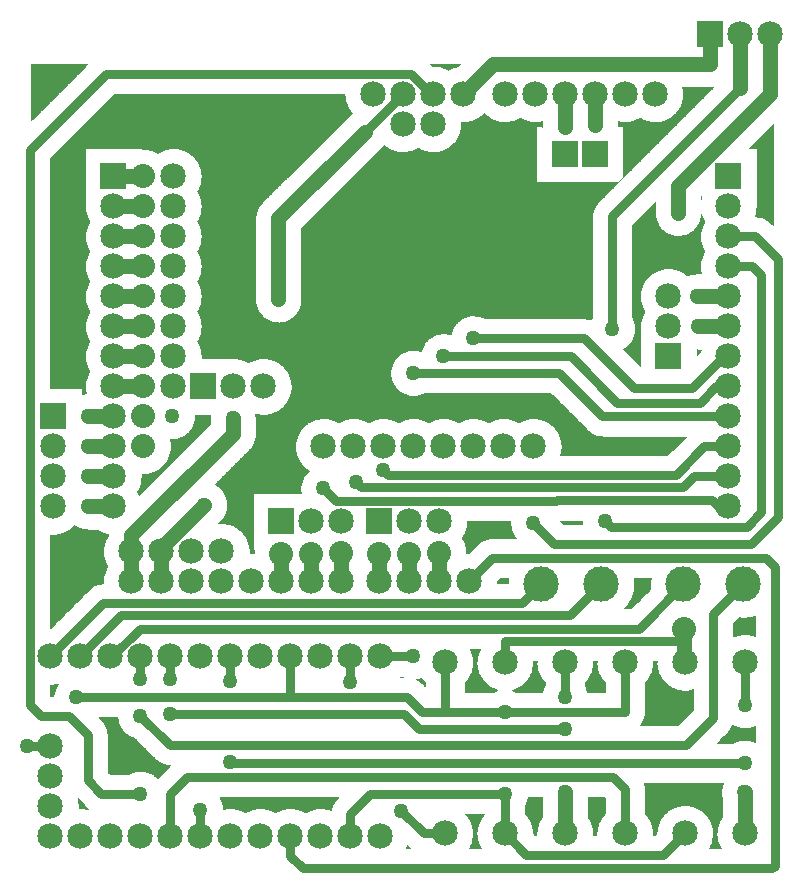
<source format=gbl>
%FSLAX25Y25*%
%MOIN*%
G70*
G01*
G75*
G04 Layer_Physical_Order=2*
G04 Layer_Color=16711680*
%ADD10C,0.00400*%
%ADD11C,0.03000*%
%ADD12C,0.05000*%
%ADD13C,0.08500*%
%ADD14R,0.08500X0.08500*%
%ADD15R,0.08500X0.08500*%
%ADD16C,0.11811*%
%ADD17C,0.05000*%
%ADD18C,0.08000*%
D10*
X531400Y407300D02*
X532504Y407380D01*
X531400Y407300D02*
X532504Y407380D01*
X546950Y367500D02*
X546934Y368050D01*
X546355Y364200D02*
X546684Y365274D01*
X546883Y366379D01*
X546950Y367500D01*
X522450Y405000D02*
X522379Y406159D01*
X522166Y407300D01*
X508000Y396981D02*
X508880Y396495D01*
X509807Y396106D01*
X510769Y395817D01*
X511757Y395632D01*
X512759Y395553D01*
X513764Y395581D01*
X514760Y395715D01*
X515737Y395955D01*
X516682Y396297D01*
X517585Y396737D01*
X518437Y397271D01*
X519227Y397892D01*
X519947Y398594D01*
X520588Y399368D01*
X521143Y400206D01*
X521607Y401098D01*
X521973Y402034D01*
X522237Y403004D01*
X522397Y403996D01*
X522450Y405000D01*
X513000Y365300D02*
X513064Y364308D01*
X513255Y363333D01*
X513571Y362391D01*
X514005Y361497D01*
X514550Y360666D01*
X515198Y359913D01*
X515938Y359249D01*
X516757Y358686D01*
X517642Y358233D01*
X518577Y357898D01*
X519548Y357687D01*
X520538Y357602D01*
X521531Y357645D01*
X522510Y357816D01*
X523459Y358111D01*
X524362Y358526D01*
X525204Y359054D01*
X525970Y359686D01*
X526649Y360412D01*
X527229Y361219D01*
X527701Y362094D01*
X528055Y363022D01*
X528287Y363988D01*
X528393Y364976D01*
X513000Y365300D02*
X513064Y364308D01*
X513255Y363333D01*
X513571Y362391D01*
X514005Y361497D01*
X514550Y360666D01*
X515198Y359913D01*
X515938Y359249D01*
X516757Y358686D01*
X517642Y358233D01*
X518577Y357898D01*
X519548Y357687D01*
X520538Y357602D01*
X521531Y357645D01*
X522510Y357816D01*
X523459Y358111D01*
X524362Y358526D01*
X525204Y359054D01*
X525970Y359686D01*
X526649Y360412D01*
X527229Y361219D01*
X527701Y362094D01*
X528055Y363022D01*
X528287Y363988D01*
X528393Y364976D01*
X551238Y362238D02*
X550438Y362920D01*
X549542Y363470D01*
X548570Y363872D01*
X547548Y364118D01*
X546500Y364200D01*
X551238Y362238D02*
X550438Y362920D01*
X549542Y363470D01*
X548570Y363872D01*
X547548Y364118D01*
X546500Y364200D01*
X528393Y364976D02*
X528676Y364117D01*
X529040Y363289D01*
X529481Y362500D01*
X529481D02*
X529016Y361663D01*
X528639Y360783D01*
X528352Y359869D01*
X528159Y358931D01*
X528062Y357979D01*
Y357021D01*
X528159Y356069D01*
X528352Y355131D01*
X528639Y354217D01*
X529016Y353337D01*
X529481Y352500D01*
X529481Y352500D02*
X529020Y351671D01*
X528645Y350800D01*
X528359Y349895D01*
X528164Y348967D01*
X528064Y348023D01*
X528060Y347075D01*
X528150Y346130D01*
X528334Y345200D01*
X527000D02*
X525914Y345123D01*
X524851Y344894D01*
X523830Y344517D01*
X523052Y345147D01*
X522211Y345692D01*
X521318Y346144D01*
X520382Y346500D01*
X519413Y346754D01*
X518424Y346905D01*
X517423Y346950D01*
X516424Y346888D01*
X515436Y346722D01*
X514472Y346452D01*
X513542Y346081D01*
X512656Y345614D01*
X511825Y345056D01*
X511057Y344413D01*
X510362Y343693D01*
X509747Y342902D01*
X509219Y342052D01*
X508783Y341150D01*
X508446Y340207D01*
X508210Y339234D01*
X508079Y338241D01*
X508054Y337240D01*
X508134Y336242D01*
X508320Y335258D01*
X508608Y334299D01*
X508997Y333377D01*
X509481Y332500D01*
X528334Y319800D02*
X528200Y319175D01*
X526950Y319820D02*
X527500Y319800D01*
X526950Y319820D02*
X527500Y319800D01*
X527000Y345200D02*
X525914Y345123D01*
X524851Y344894D01*
X523830Y344517D01*
X509481Y332500D02*
X509011Y331652D01*
X508630Y330761D01*
X508343Y329835D01*
X508152Y328884D01*
X508059Y327919D01*
X508066Y326950D01*
X500700Y395834D02*
X501630Y395650D01*
X502575Y395560D01*
X503523Y395565D01*
X504467Y395665D01*
X505395Y395859D01*
X506300Y396145D01*
X507171Y396520D01*
X508000Y396981D01*
X468000D02*
X468829Y396520D01*
X469700Y396145D01*
X470605Y395859D01*
X471533Y395665D01*
X472477Y395565D01*
X473425Y395560D01*
X474369Y395650D01*
X475300Y395834D01*
X456000Y398652D02*
X456718Y397940D01*
X457509Y397309D01*
X458362Y396766D01*
X459268Y396318D01*
X460217Y395969D01*
X461198Y395723D01*
X462200Y395584D01*
X463210Y395552D01*
X464219Y395629D01*
X465213Y395813D01*
X466182Y396102D01*
X467114Y396493D01*
X468000Y396981D01*
X448433Y395567D02*
X449489Y395563D01*
X450538Y395676D01*
X451569Y395906D01*
X452567Y396249D01*
X453521Y396702D01*
X454418Y397258D01*
X455248Y397910D01*
X456000Y398652D01*
X448450Y395000D02*
X448433Y395567D01*
X447429Y414319D02*
X446528Y414121D01*
X445651Y413837D01*
X444805Y413468D01*
X444000Y413019D01*
X443172Y413479D01*
X442302Y413855D01*
X441398Y414141D01*
X440471Y414335D01*
X439528Y414435D01*
X438581Y414441D01*
X434000Y386981D02*
X434880Y386495D01*
X435807Y386106D01*
X436769Y385817D01*
X437757Y385632D01*
X438760Y385553D01*
X439764Y385581D01*
X440760Y385715D01*
X441737Y385955D01*
X442682Y386297D01*
X443585Y386737D01*
X444437Y387271D01*
X445227Y387892D01*
X445947Y388594D01*
X446588Y389368D01*
X447144Y390206D01*
X447607Y391098D01*
X447972Y392034D01*
X448237Y393004D01*
X448396Y393996D01*
X448450Y395000D01*
X506500Y326700D02*
X506436Y327689D01*
X506246Y328662D01*
X505932Y329603D01*
X505500Y330495D01*
X502518Y319957D02*
X503382Y320511D01*
X504164Y321176D01*
X504851Y321938D01*
X505430Y322785D01*
X505892Y323701D01*
X506228Y324671D01*
X506432Y325676D01*
X506500Y326700D01*
X494062Y368938D02*
X493380Y368138D01*
X492830Y367242D01*
X492428Y366270D01*
X492182Y365248D01*
X492100Y364200D01*
X494062Y368938D02*
X493380Y368138D01*
X492830Y367242D01*
X492428Y366270D01*
X492182Y365248D01*
X492100Y364200D01*
Y330495D02*
X491755Y329809D01*
X490645Y330101D01*
X489500Y330200D01*
X491755Y329809D02*
X490645Y330101D01*
X489500Y330200D01*
X490762Y292762D02*
X491562Y292080D01*
X492458Y291530D01*
X493430Y291128D01*
X494452Y290882D01*
X495500Y290800D01*
X490762Y292762D02*
X491562Y292080D01*
X492458Y291530D01*
X493430Y291128D01*
X494452Y290882D01*
X495500Y290800D01*
X456295Y330200D02*
X455411Y330629D01*
X454480Y330941D01*
X453516Y331133D01*
X452536Y331200D01*
X451556Y331142D01*
X450590Y330960D01*
X449656Y330656D01*
X448768Y330235D01*
X447941Y329706D01*
X447188Y329075D01*
X446522Y328353D01*
X445953Y327552D01*
X445490Y326686D01*
X445141Y325767D01*
X444913Y324812D01*
X443964Y325060D01*
X442992Y325184D01*
X442011Y325184D01*
X441039Y325060D01*
X440090Y324813D01*
X439181Y324448D01*
X438325Y323970D01*
X437536Y323387D01*
X436829Y322708D01*
X436213Y321946D01*
X435699Y321111D01*
X435295Y320217D01*
X435009Y319280D01*
X481950Y287500D02*
X481896Y288504D01*
X481737Y289496D01*
X481472Y290466D01*
X481107Y291402D01*
X480644Y292294D01*
X480088Y293132D01*
X479447Y293906D01*
X478727Y294608D01*
X477937Y295229D01*
X477085Y295763D01*
X476182Y296203D01*
X475237Y296545D01*
X474260Y296785D01*
X473264Y296919D01*
X472260Y296947D01*
X471257Y296868D01*
X470269Y296683D01*
X469307Y296394D01*
X468380Y296005D01*
X467500Y295519D01*
X466663Y295984D01*
X465783Y296361D01*
X464869Y296648D01*
X463931Y296841D01*
X462979Y296938D01*
X462021D01*
X461069Y296841D01*
X460131Y296648D01*
X459217Y296361D01*
X458337Y295984D01*
X457500Y295519D01*
X456663Y295984D01*
X455783Y296361D01*
X454869Y296648D01*
X453931Y296841D01*
X452979Y296938D01*
X452021D01*
X451069Y296841D01*
X450131Y296648D01*
X449217Y296361D01*
X448337Y295984D01*
X447500Y295519D01*
X446663Y295984D01*
X445783Y296361D01*
X444869Y296648D01*
X443931Y296841D01*
X442979Y296938D01*
X442021D01*
X441069Y296841D01*
X440131Y296648D01*
X439217Y296361D01*
X438337Y295984D01*
X437500Y295519D01*
X540975Y230500D02*
X542052Y230403D01*
X543133Y230413D01*
X544208Y230527D01*
X545267Y230745D01*
X546300Y231065D01*
X511576Y243500D02*
X511451Y242624D01*
X511397Y241740D01*
X511413Y240856D01*
X511500Y239975D01*
X546300Y224355D02*
X545307Y224664D01*
X544286Y224862D01*
X543250Y224947D01*
X542211Y224917D01*
X541181Y224773D01*
X540173Y224517D01*
X539200Y224152D01*
X513569Y216100D02*
X513559Y215085D01*
X513658Y214074D01*
X513865Y213080D01*
X514178Y212114D01*
X514592Y211187D01*
X515103Y210309D01*
X515706Y209492D01*
X516393Y208744D01*
X517156Y208074D01*
X517986Y207490D01*
X518875Y206998D01*
X519811Y206604D01*
X520784Y206313D01*
X521782Y206129D01*
X522795Y206052D01*
X523810Y206085D01*
X524815Y206226D01*
X525800Y206474D01*
X512450Y215500D02*
X512431Y216100D01*
X506106Y241500D02*
X506060Y242504D01*
X505924Y243500D01*
X509700Y208836D02*
X510402Y209625D01*
X511011Y210488D01*
X511520Y211413D01*
X511923Y212389D01*
X512215Y213404D01*
X512391Y214445D01*
X512450Y215500D01*
X502703Y233500D02*
X503386Y234219D01*
X504002Y234997D01*
X504547Y235826D01*
X505015Y236701D01*
X505403Y237614D01*
X505709Y238558D01*
X505929Y239526D01*
X506061Y240509D01*
X506106Y241500D01*
X493569Y216100D02*
X493558Y215101D01*
X493653Y214106D01*
X493853Y213127D01*
X494154Y212175D01*
X494555Y211259D01*
X495050Y210391D01*
X495634Y209580D01*
X496300Y208836D01*
X538827Y194795D02*
X539673Y194305D01*
X540575Y193926D01*
X541517Y193664D01*
X542486Y193525D01*
X543464Y193509D01*
X544436Y193617D01*
X545386Y193847D01*
X546300Y194196D01*
Y189057D02*
X545320Y189442D01*
X544296Y189690D01*
X543248Y189796D01*
X542196Y189758D01*
X541158Y189576D01*
X540155Y189255D01*
X539205Y188800D01*
X537238Y192262D02*
X537892Y193024D01*
X538426Y193874D01*
X538827Y194795D01*
X537238Y192262D02*
X537892Y193024D01*
X538426Y193874D01*
X538827Y194795D01*
X535796Y175400D02*
X535437Y174455D01*
X535206Y173471D01*
X535105Y172465D01*
X535136Y171454D01*
X535300Y170456D01*
Y163978D02*
X534765Y163135D01*
X534321Y162240D01*
X533975Y161302D01*
X533730Y160334D01*
X533588Y159345D01*
X533551Y158346D01*
X533620Y157350D01*
X533794Y156366D01*
X534071Y155406D01*
X534447Y154481D01*
X534920Y153600D01*
X531080D02*
X531566Y154508D01*
X531949Y155464D01*
X532226Y156456D01*
X532394Y157472D01*
X532450Y158500D01*
X507964Y194600D02*
X508570Y195377D01*
X509057Y196235D01*
X509411Y197155D01*
X509627Y198117D01*
X509700Y199100D01*
X507964Y194600D02*
X508570Y195377D01*
X509057Y196235D01*
X509411Y197155D01*
X509627Y198117D01*
X509700Y199100D01*
Y173200D02*
X509607Y174316D01*
X509329Y175400D01*
X509700Y173200D02*
X509607Y174316D01*
X509329Y175400D01*
X532450Y158500D02*
X532398Y159487D01*
X532244Y160463D01*
X531988Y161418D01*
X531634Y162341D01*
X531186Y163221D01*
X530648Y164050D01*
X530027Y164819D01*
X529328Y165518D01*
X528561Y166141D01*
X527732Y166680D01*
X526852Y167129D01*
X525930Y167484D01*
X524975Y167741D01*
X524000Y167897D01*
X523013Y167950D01*
X522026Y167900D01*
X521049Y167746D01*
X520094Y167492D01*
X519171Y167139D01*
X518290Y166692D01*
X517460Y166156D01*
X516690Y165535D01*
X515990Y164838D01*
X515367Y164071D01*
X514827Y163243D01*
X514376Y162364D01*
X514020Y161442D01*
X513761Y160488D01*
X513604Y159512D01*
X513550Y158525D01*
X512437Y158000D02*
X512450Y158500D01*
X512391Y159555D01*
X512215Y160596D01*
X511923Y161611D01*
X511520Y162587D01*
X511011Y163512D01*
X510402Y164375D01*
X509700Y165164D01*
X488806Y262800D02*
X488842Y261700D01*
X481526Y284700D02*
X481761Y285618D01*
X481903Y286554D01*
X481950Y287500D01*
X481326Y262649D02*
X481992Y262800D01*
X481326Y262649D02*
X481992Y262800D01*
X492450Y215500D02*
X492431Y216100D01*
X489700Y208836D02*
X490402Y209625D01*
X491011Y210488D01*
X491520Y211413D01*
X491923Y212389D01*
X492215Y213404D01*
X492391Y214445D01*
X492450Y215500D01*
X473569Y216100D02*
X473558Y215101D01*
X473653Y214106D01*
X473853Y213127D01*
X474154Y212175D01*
X474555Y211259D01*
X475050Y210391D01*
X475634Y209580D01*
X476300Y208836D01*
X472450Y215500D02*
X472431Y216100D01*
X464820Y262550D02*
X464814Y261530D01*
X464944Y260518D01*
X465206Y259532D01*
X465596Y258590D01*
X466108Y257707D01*
X466731Y256900D01*
X464076Y243500D02*
X463960Y242703D01*
X463902Y241900D01*
X465549Y206400D02*
X466516Y206729D01*
X467442Y207159D01*
X468317Y207687D01*
X469129Y208307D01*
X469869Y209010D01*
X470530Y209790D01*
X471102Y210636D01*
X471580Y211539D01*
X471957Y212488D01*
X472230Y213472D01*
X472395Y214480D01*
X472450Y215500D01*
X458700Y256900D02*
X457652Y256818D01*
X456630Y256572D01*
X455658Y256170D01*
X454762Y255620D01*
X453962Y254938D01*
X458700Y256900D02*
X457652Y256818D01*
X456630Y256572D01*
X455658Y256170D01*
X454762Y255620D01*
X453962Y254938D01*
X448704Y257028D02*
X449226Y257849D01*
X449660Y258718D01*
X450003Y259628D01*
X450250Y260568D01*
X450400Y261529D01*
X450450Y262500D01*
X454745Y220100D02*
X454301Y219193D01*
X453957Y218243D01*
X453716Y217262D01*
X453581Y216261D01*
X453553Y215251D01*
X453634Y214244D01*
X453822Y213251D01*
X454114Y212284D01*
X454508Y211354D01*
X454999Y210471D01*
X455582Y209645D01*
X456249Y208887D01*
X456994Y208204D01*
X457807Y207605D01*
X458680Y207095D01*
X459602Y206682D01*
X460562Y206370D01*
X460431Y241900D02*
X460450Y242475D01*
X450200Y252000D02*
X450139Y253062D01*
X449955Y254109D01*
X449652Y255128D01*
X449233Y256105D01*
X448704Y257028D01*
X452450Y215500D02*
X452401Y216459D01*
X452255Y217408D01*
X452014Y218338D01*
X451679Y219238D01*
X451255Y220100D01*
X450975Y251950D02*
X450200Y251916D01*
X449700Y208836D02*
X450402Y209625D01*
X451011Y210488D01*
X451520Y211413D01*
X451923Y212389D01*
X452215Y213404D01*
X452391Y214445D01*
X452450Y215500D01*
X490510Y205800D02*
X490182Y206877D01*
X489700Y207895D01*
X476300D02*
X475818Y206877D01*
X475490Y205800D01*
X469700Y167734D02*
X470153Y168610D01*
X470490Y169537D01*
X470706Y170500D01*
X496300Y165164D02*
X495642Y164429D01*
X495063Y163630D01*
X494572Y162774D01*
X494172Y161872D01*
X493869Y160933D01*
X493665Y159968D01*
X493563Y158987D01*
X493563Y158000D01*
X492450Y158500D02*
X492403Y159443D01*
X492262Y160377D01*
X492028Y161292D01*
X491704Y162179D01*
X491294Y163030D01*
X490800Y163835D01*
X492437Y158000D02*
X492450Y158500D01*
X475400Y164116D02*
X474885Y163342D01*
X474448Y162521D01*
X474094Y161660D01*
X473827Y160769D01*
X473648Y159856D01*
X473560Y158930D01*
X473563Y158000D01*
X472450Y158525D02*
X472389Y159576D01*
X472211Y160613D01*
X471918Y161625D01*
X471516Y162597D01*
X471007Y163519D01*
X470400Y164378D01*
X469700Y165164D01*
X466895Y205800D02*
X465549Y206400D01*
X460562Y206370D02*
X459305Y205800D01*
X435113Y210294D02*
X435670Y209535D01*
X436300Y208836D01*
X433518Y209882D02*
X434327Y210045D01*
X435113Y210294D01*
X435238Y208638D02*
X434427Y209328D01*
X433518Y209882D01*
X435238Y208638D02*
X434427Y209328D01*
X433518Y209882D01*
X456141Y165000D02*
X455476Y164218D01*
X454901Y163368D01*
X454421Y162462D01*
X454042Y161508D01*
X453768Y160519D01*
X453604Y159506D01*
X453550Y158482D01*
X453608Y157457D01*
X453776Y156445D01*
X454053Y155457D01*
X454436Y154505D01*
X454920Y153600D01*
X452450Y158500D02*
X452395Y159522D01*
X452229Y160532D01*
X451955Y161518D01*
X451576Y162469D01*
X451097Y163373D01*
X450522Y164220D01*
X449860Y165000D01*
X451080Y153600D02*
X451566Y154508D01*
X451949Y155464D01*
X452226Y156456D01*
X452394Y157472D01*
X452450Y158500D01*
X430108Y153600D02*
X430452Y154473D01*
X409550Y405050D02*
X409597Y404056D01*
X409749Y403073D01*
X410003Y402111D01*
X410356Y401181D01*
X410806Y400293D01*
X411346Y399458D01*
X411971Y398684D01*
X411971Y398684D02*
X410905Y397795D01*
X422684Y387971D02*
X423474Y387334D01*
X424328Y386786D01*
X425236Y386332D01*
X426188Y385978D01*
X427172Y385729D01*
X428176Y385586D01*
X429191Y385552D01*
X430203Y385627D01*
X431202Y385810D01*
X432175Y386099D01*
X433111Y386491D01*
X434000Y386981D01*
X421795Y386905D02*
X422684Y387971D01*
X382055Y368945D02*
X381391Y368187D01*
X380832Y367350D01*
X380386Y366447D01*
X380062Y365493D01*
X379866Y364505D01*
X379800Y363500D01*
X382060Y368950D02*
X381395Y368192D01*
X380834Y367354D01*
X380387Y366450D01*
X380063Y365495D01*
X379866Y364506D01*
X379800Y363500D01*
Y336500D02*
X379866Y335495D01*
X380062Y334507D01*
X380386Y333553D01*
X380832Y332650D01*
X381391Y331813D01*
X382055Y331055D01*
X382812Y330391D01*
X383650Y329832D01*
X384553Y329386D01*
X385507Y329062D01*
X386495Y328866D01*
X387500Y328800D01*
X388505Y328866D01*
X389493Y329062D01*
X390447Y329386D01*
X391350Y329832D01*
X392188Y330391D01*
X392945Y331055D01*
X393609Y331813D01*
X394168Y332650D01*
X394614Y333553D01*
X394938Y334507D01*
X395134Y335495D01*
X395200Y336500D01*
X379800D02*
X379866Y335495D01*
X380062Y334507D01*
X380386Y333553D01*
X380832Y332650D01*
X381391Y331813D01*
X382055Y331055D01*
X382812Y330391D01*
X383650Y329832D01*
X384553Y329386D01*
X385507Y329062D01*
X386495Y328866D01*
X387500Y328800D01*
X388505Y328866D01*
X389493Y329062D01*
X390447Y329386D01*
X391350Y329832D01*
X392188Y330391D01*
X392945Y331055D01*
X393609Y331813D01*
X394168Y332650D01*
X394614Y333553D01*
X394938Y334507D01*
X395134Y335495D01*
X395200Y336500D01*
X361950Y377500D02*
X361895Y378518D01*
X361731Y379523D01*
X361459Y380505D01*
X361084Y381453D01*
X360608Y382354D01*
X360038Y383199D01*
X359381Y383977D01*
X358644Y384681D01*
X357835Y385300D01*
X356964Y385829D01*
X356041Y386262D01*
X355077Y386592D01*
X354083Y386817D01*
X353071Y386933D01*
X352052Y386939D01*
X351038Y386836D01*
X350041Y386625D01*
X349073Y386307D01*
X348145Y385887D01*
X347267Y385369D01*
X346451Y385808D01*
X345596Y386163D01*
X344709Y386431D01*
X343799Y386608D01*
X342877Y386692D01*
X341950Y386684D01*
X360519Y372500D02*
X361026Y373423D01*
X361426Y374397D01*
X361716Y375410D01*
X361891Y376448D01*
X361950Y377500D01*
Y367500D02*
X361891Y368552D01*
X361716Y369590D01*
X361426Y370603D01*
X361026Y371577D01*
X360519Y372500D01*
Y362500D02*
X361026Y363423D01*
X361426Y364397D01*
X361716Y365410D01*
X361891Y366448D01*
X361950Y367500D01*
X323066Y368050D02*
X323059Y367081D01*
X323152Y366116D01*
X323343Y365165D01*
X323630Y364239D01*
X324011Y363348D01*
X324481Y362500D01*
X361950Y357500D02*
X361891Y358552D01*
X361716Y359590D01*
X361426Y360603D01*
X361026Y361577D01*
X360519Y362500D01*
X361950Y347500D02*
X361891Y348552D01*
X361716Y349590D01*
X361426Y350603D01*
X361026Y351577D01*
X360519Y352500D01*
X361026Y353423D01*
X361426Y354397D01*
X361716Y355410D01*
X361891Y356448D01*
X361950Y357500D01*
X360519Y342500D02*
X361026Y343423D01*
X361426Y344397D01*
X361716Y345410D01*
X361891Y346448D01*
X361950Y347500D01*
X361934Y316950D02*
X361950Y317500D01*
X377500Y315519D02*
X376652Y315989D01*
X375761Y316370D01*
X374835Y316657D01*
X373884Y316848D01*
X372919Y316941D01*
X371950Y316934D01*
X361950Y337500D02*
X361891Y338552D01*
X361716Y339590D01*
X361426Y340603D01*
X361026Y341577D01*
X360519Y342500D01*
Y332500D02*
X361026Y333423D01*
X361426Y334397D01*
X361716Y335410D01*
X361891Y336448D01*
X361950Y337500D01*
X360519Y322500D02*
X361026Y323423D01*
X361426Y324397D01*
X361716Y325410D01*
X361891Y326448D01*
X361950Y327500D01*
X361891Y328552D01*
X361716Y329590D01*
X361426Y330603D01*
X361026Y331577D01*
X360519Y332500D01*
X361950Y317500D02*
X361891Y318552D01*
X361716Y319590D01*
X361426Y320603D01*
X361026Y321577D01*
X360519Y322500D01*
X324481Y362500D02*
X324016Y361663D01*
X323639Y360783D01*
X323352Y359869D01*
X323159Y358931D01*
X323062Y357979D01*
Y357021D01*
X323159Y356069D01*
X323352Y355131D01*
X323639Y354217D01*
X324016Y353337D01*
X324481Y352500D01*
X324481Y352500D02*
X324016Y351663D01*
X323639Y350783D01*
X323352Y349869D01*
X323159Y348931D01*
X323062Y347979D01*
Y347021D01*
X323159Y346069D01*
X323352Y345131D01*
X323639Y344217D01*
X324016Y343337D01*
X324481Y342500D01*
X324481Y342500D02*
X324016Y341663D01*
X323639Y340783D01*
X323352Y339869D01*
X323159Y338931D01*
X323062Y337979D01*
Y337021D01*
X323159Y336069D01*
X323352Y335131D01*
X323639Y334217D01*
X324016Y333337D01*
X324481Y332500D01*
X324481Y332500D02*
X324016Y331663D01*
X323639Y330783D01*
X323352Y329869D01*
X323159Y328931D01*
X323062Y327979D01*
Y327021D01*
X323159Y326069D01*
X323352Y325131D01*
X323639Y324217D01*
X324016Y323337D01*
X324481Y322500D01*
X435008Y319280D02*
X434054Y319542D01*
X433073Y319679D01*
X432083Y319689D01*
X431100Y319572D01*
X430140Y319329D01*
X429219Y318966D01*
X428352Y318487D01*
X427554Y317902D01*
X426838Y317218D01*
X426215Y316448D01*
X425696Y315605D01*
X425290Y314702D01*
X425003Y313755D01*
X424839Y312778D01*
X424803Y311789D01*
X424894Y310803D01*
X425110Y309837D01*
X425449Y308907D01*
X425904Y308027D01*
X426468Y307214D01*
X427132Y306479D01*
X427885Y305836D01*
X428714Y305295D01*
X429606Y304865D01*
X430545Y304552D01*
X431517Y304363D01*
X432505Y304300D01*
X433493Y304364D01*
X434465Y304555D01*
X435404Y304869D01*
X436295Y305300D01*
X437500Y295519D02*
X436663Y295984D01*
X435783Y296361D01*
X434869Y296648D01*
X433931Y296841D01*
X432979Y296938D01*
X432021D01*
X431069Y296841D01*
X430131Y296648D01*
X429217Y296361D01*
X428337Y295984D01*
X427500Y295519D01*
X426663Y295984D01*
X425783Y296361D01*
X424869Y296648D01*
X423931Y296841D01*
X422979Y296938D01*
X422021D01*
X421069Y296841D01*
X420131Y296648D01*
X419217Y296361D01*
X418337Y295984D01*
X417500Y295519D01*
X416663Y295984D01*
X415783Y296361D01*
X414869Y296648D01*
X413931Y296841D01*
X412979Y296938D01*
X412021D01*
X411069Y296841D01*
X410131Y296648D01*
X409217Y296361D01*
X408337Y295984D01*
X407500Y295519D01*
X406631Y295999D01*
X405717Y296386D01*
X404768Y296674D01*
X403793Y296861D01*
X402804Y296945D01*
X401812Y296925D01*
X400827Y296801D01*
X399861Y296574D01*
X398923Y296247D01*
X398026Y295824D01*
X397177Y295308D01*
X396388Y294707D01*
X395666Y294026D01*
X395019Y293274D01*
X394455Y292457D01*
X393979Y291586D01*
X393597Y290670D01*
X393314Y289718D01*
X393132Y288743D01*
X393053Y287753D01*
X393079Y286761D01*
X393208Y285777D01*
X393440Y284812D01*
X393772Y283877D01*
X394200Y282981D01*
X394720Y282136D01*
X395326Y281349D01*
X396010Y280631D01*
X396766Y279988D01*
X397586Y279428D01*
X380000Y297000D02*
X379867Y298424D01*
X380000Y297000D02*
X379867Y298424D01*
X379867D02*
X380814Y298202D01*
X381778Y298078D01*
X382751Y298053D01*
X383720Y298129D01*
X384677Y298304D01*
X385610Y298576D01*
X386511Y298943D01*
X387369Y299401D01*
X388176Y299944D01*
X388922Y300567D01*
X389600Y301264D01*
X390204Y302027D01*
X390725Y302848D01*
X391160Y303717D01*
X391503Y304627D01*
X391750Y305568D01*
X391900Y306529D01*
X391950Y307500D01*
X391897Y308504D01*
X391737Y309496D01*
X391473Y310466D01*
X391107Y311402D01*
X390644Y312294D01*
X390088Y313132D01*
X389447Y313906D01*
X388727Y314608D01*
X387937Y315229D01*
X387085Y315763D01*
X386182Y316203D01*
X385237Y316545D01*
X384260Y316785D01*
X383264Y316919D01*
X382259Y316947D01*
X381257Y316868D01*
X380269Y316683D01*
X379307Y316394D01*
X378380Y316005D01*
X377500Y315519D01*
X364672Y298050D02*
X364600Y297000D01*
X364672Y298050D02*
X364600Y297000D01*
X377740Y286350D02*
X378405Y287108D01*
X378966Y287946D01*
X379413Y288850D01*
X379737Y289805D01*
X379934Y290794D01*
X380000Y291800D01*
X377745Y286355D02*
X378409Y287112D01*
X378968Y287950D01*
X379414Y288853D01*
X379738Y289807D01*
X379934Y290795D01*
X380000Y291800D01*
X428605Y210800D02*
X428982Y210600D01*
X397586Y279428D02*
X396832Y278712D01*
X396181Y277901D01*
X395646Y277009D01*
X395236Y276053D01*
X394958Y275051D01*
X394818Y274021D01*
X394817Y272980D01*
X394958Y271950D01*
X379432Y253050D02*
X379309Y251915D01*
X377933Y251933D02*
X377950Y252500D01*
X379309Y251915D02*
X377933Y251933D01*
X406762Y169738D02*
X406118Y168991D01*
X405591Y168158D01*
X405191Y167256D01*
X404928Y166306D01*
X406762Y169738D02*
X406118Y168991D01*
X405591Y168158D01*
X405191Y167256D01*
X404928Y166306D01*
X404003Y166613D01*
X403051Y166822D01*
X402082Y166932D01*
X401108Y166942D01*
X400137Y166851D01*
X399181Y166661D01*
X398250Y166373D01*
X397353Y165991D01*
X396500Y165519D01*
X395663Y165984D01*
X394783Y166361D01*
X393869Y166648D01*
X392931Y166841D01*
X391979Y166938D01*
X391021D01*
X390069Y166841D01*
X389131Y166648D01*
X388217Y166361D01*
X387337Y165984D01*
X386500Y165519D01*
X385663Y165984D01*
X384783Y166361D01*
X383869Y166648D01*
X382931Y166841D01*
X381979Y166938D01*
X381021D01*
X380069Y166841D01*
X379131Y166648D01*
X378217Y166361D01*
X377337Y165984D01*
X376500Y165519D01*
X370500Y268100D02*
X370428Y269150D01*
X370214Y270180D01*
X369861Y271172D01*
X369376Y272106D01*
X368768Y272965D01*
X368049Y273734D01*
X367232Y274397D01*
X366332Y274942D01*
X370500Y268100D02*
X370428Y269150D01*
X370214Y270180D01*
X369861Y271172D01*
X369376Y272106D01*
X368768Y272965D01*
X368049Y273734D01*
X367232Y274397D01*
X366332Y274942D01*
X377950Y252500D02*
X377898Y253489D01*
X377743Y254468D01*
X377486Y255425D01*
X377130Y256350D01*
X376680Y257232D01*
X376139Y258063D01*
X375515Y258832D01*
X374813Y259532D01*
X374042Y260154D01*
X373210Y260693D01*
X372326Y261141D01*
X371400Y261494D01*
X370443Y261748D01*
X369464Y261901D01*
X368474Y261950D01*
X367485Y261895D01*
X376500Y165519D02*
X375670Y165980D01*
X374798Y166356D01*
X373892Y166642D01*
X372962Y166836D01*
X372018Y166936D01*
X371068Y166940D01*
X370123Y166849D01*
X369191Y166664D01*
X368245Y262655D02*
X368909Y263412D01*
X369468Y264250D01*
X369914Y265153D01*
X370238Y266107D01*
X370434Y267095D01*
X370500Y268100D01*
X368240Y262650D02*
X368905Y263408D01*
X369466Y264246D01*
X369913Y265150D01*
X370237Y266105D01*
X370434Y267094D01*
X370500Y268100D01*
X369191Y166664D02*
X369076Y167676D01*
X368828Y168664D01*
X368452Y169611D01*
X367954Y170500D01*
X359700Y297500D02*
X359680Y298050D01*
X351402Y289823D02*
X352378Y289809D01*
X353347Y289919D01*
X354295Y290150D01*
X355206Y290499D01*
X356066Y290961D01*
X356860Y291528D01*
X357577Y292190D01*
X358203Y292938D01*
X358731Y293759D01*
X359150Y294641D01*
X359454Y295568D01*
X359638Y296526D01*
X359700Y297500D01*
X351700Y287500D02*
X351625Y288671D01*
X351402Y289823D01*
X341915Y278319D02*
X342916Y278309D01*
X343913Y278409D01*
X344894Y278617D01*
X345846Y278930D01*
X346758Y279345D01*
X347619Y279856D01*
X348420Y280458D01*
X349151Y281143D01*
X349803Y281905D01*
X350368Y282732D01*
X350840Y283616D01*
X351213Y284546D01*
X351482Y285511D01*
X351645Y286500D01*
X351700Y287500D01*
X341950Y277500D02*
X341915Y278319D01*
X324481Y322500D02*
X324016Y321663D01*
X323639Y320783D01*
X323352Y319869D01*
X323159Y318931D01*
X323062Y317979D01*
Y317021D01*
X323159Y316069D01*
X323352Y315131D01*
X323639Y314217D01*
X324016Y313337D01*
X324481Y312500D01*
X324481Y312500D02*
X324019Y311668D01*
X323642Y310793D01*
X323356Y309885D01*
X323162Y308952D01*
X323063Y308005D01*
X323061Y307053D01*
X323153Y306105D01*
X323341Y305172D01*
Y305172D02*
X321950Y304922D01*
X340519Y272500D02*
X341025Y273423D01*
X341426Y274397D01*
X341716Y275410D01*
X341891Y276448D01*
X341950Y277500D01*
X323341Y305172D02*
X321950Y304922D01*
X341077Y271467D02*
X340519Y272500D01*
X327022Y259800D02*
X327895Y259248D01*
X328824Y258794D01*
X329797Y258445D01*
X330803Y258204D01*
X319555Y261213D02*
X320360Y260715D01*
X321221Y260319D01*
X322124Y260032D01*
X323055Y259858D01*
X324000Y259800D01*
X319555Y261213D02*
X320360Y260715D01*
X321221Y260319D01*
X322124Y260032D01*
X323055Y259858D01*
X324000Y259800D01*
X311300Y258126D02*
X312316Y258052D01*
X313333Y258087D01*
X314341Y258231D01*
X315328Y258483D01*
X316281Y258840D01*
X317191Y259297D01*
X318046Y259849D01*
X318837Y260490D01*
X319555Y261213D01*
X346562Y183162D02*
X347362Y182480D01*
X348258Y181930D01*
X349230Y181528D01*
X350252Y181282D01*
X351300Y181200D01*
X346562Y183162D02*
X347362Y182480D01*
X348258Y181930D01*
X349230Y181528D01*
X350252Y181282D01*
X351300Y181200D01*
X333863Y197200D02*
X333978Y196251D01*
X334210Y195324D01*
X334555Y194432D01*
X335007Y193590D01*
X335561Y192811D01*
X336207Y192106D01*
X336935Y191487D01*
X337734Y190962D01*
X338592Y190541D01*
X339496Y190229D01*
X330481Y247500D02*
X330007Y246644D01*
X329624Y245745D01*
X329337Y244810D01*
X329147Y243850D01*
X329058Y242877D01*
X329069Y241899D01*
X330800Y257978D02*
X330259Y257125D01*
X329813Y256220D01*
X329466Y255272D01*
X329222Y254292D01*
X329083Y253292D01*
X329052Y252282D01*
X329130Y251276D01*
X329314Y250283D01*
X329603Y249315D01*
X329993Y248384D01*
X330481Y247500D01*
X330600Y191400D02*
X330518Y192448D01*
X330272Y193470D01*
X329870Y194442D01*
X329320Y195338D01*
X328638Y196138D01*
X330600Y191400D02*
X330518Y192448D01*
X330272Y193470D01*
X329870Y194442D01*
X329320Y195338D01*
X328638Y196138D01*
X347201Y176876D02*
X346453Y177596D01*
X345615Y178208D01*
X344702Y178702D01*
X343732Y179069D01*
X342720Y179303D01*
X341687Y179398D01*
X340650Y179353D01*
X339628Y179169D01*
X338641Y178849D01*
X337705Y178400D01*
X329069Y241899D02*
X328049Y241800D01*
X327055Y241547D01*
X326112Y241146D01*
X325241Y240605D01*
X324462Y239938D01*
X329069Y241899D02*
X328049Y241800D01*
X327055Y241547D01*
X326112Y241146D01*
X325241Y240605D01*
X324462Y239938D01*
X320950Y167500D02*
X320907Y168396D01*
X320780Y169284D01*
X320569Y170156D01*
X323762Y166962D02*
X324211Y166553D01*
X323762Y166962D02*
X324211Y166553D01*
X323136Y166807D01*
X322038Y166935D01*
X320933Y166933D01*
X320933Y166933D02*
X320950Y167500D01*
X313928Y208367D02*
X313360Y207437D01*
X312929Y206435D01*
X312644Y205382D01*
X312510Y204300D01*
X311300Y208052D02*
X312185Y208075D01*
X313063Y208180D01*
X313928Y208367D01*
X551040Y393600D02*
X552250D01*
X550740Y393300D02*
X552250D01*
X550440Y393000D02*
X552250D01*
X551940Y394500D02*
X552250D01*
X551640Y394200D02*
X552250D01*
X551340Y393900D02*
X552250D01*
X549540Y392100D02*
X552250D01*
X549240Y391800D02*
X552250D01*
X548940Y391500D02*
X552250D01*
X550140Y392700D02*
X552250D01*
X549840Y392400D02*
X552250D01*
X548040Y390600D02*
X552250D01*
X547740Y390300D02*
X552250D01*
X547440Y390000D02*
X552250D01*
X548640Y391200D02*
X552250D01*
X548340Y390900D02*
X552250D01*
X547140Y389700D02*
X552250D01*
X544390Y386950D02*
X552250Y394810D01*
X546840Y389400D02*
X552250D01*
X546900Y386950D02*
Y389460D01*
X546600Y386950D02*
Y389160D01*
X546950Y385500D02*
X552250D01*
X546950Y385800D02*
X552250D01*
X546950Y385200D02*
X552250D01*
X546950Y386400D02*
X552250D01*
X546950Y386700D02*
X552250D01*
X546950Y386100D02*
X552250D01*
X546950Y383700D02*
X552250D01*
X546950Y384000D02*
X552250D01*
X546950Y383400D02*
X552250D01*
X546950Y384900D02*
X552250D01*
X546950Y384600D02*
X552250D01*
X545940Y388500D02*
X552250D01*
X545640Y388200D02*
X552250D01*
X545340Y387900D02*
X552250D01*
X546540Y389100D02*
X552250D01*
X546240Y388800D02*
X552250D01*
X545040Y387600D02*
X552250D01*
X544740Y387300D02*
X552250D01*
X544440Y387000D02*
X552250D01*
X544390Y386950D02*
X546950D01*
Y384300D02*
X552250D01*
X531900Y406775D02*
Y407316D01*
X531600Y406475D02*
Y407303D01*
X531300Y406175D02*
Y407300D01*
X531000Y405875D02*
Y407300D01*
X530400Y405275D02*
Y407300D01*
X530100Y404975D02*
Y407300D01*
X530700Y405575D02*
Y407300D01*
X529500Y404375D02*
Y407300D01*
X529800Y404675D02*
Y407300D01*
X528900Y403775D02*
Y407300D01*
X528600Y403475D02*
Y407300D01*
X529200Y404075D02*
Y407300D01*
X528000Y402875D02*
Y407300D01*
X528300Y403175D02*
Y407300D01*
X524700Y399575D02*
Y407300D01*
X524400Y399275D02*
Y407300D01*
X527700Y402575D02*
Y407300D01*
X523800Y398675D02*
Y407300D01*
X524100Y398975D02*
Y407300D01*
X527400Y402275D02*
Y407300D01*
X527100Y401975D02*
Y407300D01*
X545700Y386950D02*
Y388260D01*
X526500Y401375D02*
Y407300D01*
X526800Y401675D02*
Y407300D01*
X546300Y386950D02*
Y388860D01*
X546000Y386950D02*
Y388560D01*
X545400Y386950D02*
Y387960D01*
X545100Y386950D02*
Y387660D01*
X544800Y386950D02*
Y387360D01*
X526200Y401075D02*
Y407300D01*
X525900Y400775D02*
Y407300D01*
X522450Y405000D02*
X530125D01*
X525300Y400175D02*
Y407300D01*
X525600Y400475D02*
Y407300D01*
X523500Y398375D02*
Y407300D01*
X523200Y398075D02*
Y407300D01*
X525000Y399875D02*
Y407300D01*
X522600Y397475D02*
Y407300D01*
X522900Y397775D02*
Y407300D01*
X546950Y378900D02*
X552250D01*
X546950Y379200D02*
X552250D01*
X546950Y378600D02*
X552250D01*
X546950Y379800D02*
X552250D01*
X546950Y380100D02*
X552250D01*
X546950Y379500D02*
X552250D01*
X546950Y377400D02*
X552250D01*
X546950Y377700D02*
X552250D01*
X546950Y377100D02*
X552250D01*
X546950Y378300D02*
X552250D01*
X546950Y378000D02*
X552250D01*
X546950Y382200D02*
X552250D01*
X546950Y382500D02*
X552250D01*
X546950Y381900D02*
X552250D01*
X546950Y383100D02*
X552250D01*
X546950Y382800D02*
X552250D01*
X546950Y380700D02*
X552250D01*
X546950Y381000D02*
X552250D01*
X546950Y380400D02*
X552250D01*
X546950Y381600D02*
X552250D01*
X546950Y381300D02*
X552250D01*
X546950Y372600D02*
X552250D01*
X546950Y372900D02*
X552250D01*
X546950Y372300D02*
X552250D01*
X546950Y373500D02*
X552250D01*
X546950Y373800D02*
X552250D01*
X546950Y373200D02*
X552250D01*
X546950Y371100D02*
X552250D01*
X546950Y371400D02*
X552250D01*
X546950Y370800D02*
X552250D01*
X546950Y372000D02*
X552250D01*
X546950Y371700D02*
X552250D01*
X546950Y375900D02*
X552250D01*
X546950Y376200D02*
X552250D01*
X546950Y375600D02*
X552250D01*
X546950Y376800D02*
X552250D01*
X546950Y376500D02*
X552250D01*
X546950Y374400D02*
X552250D01*
X546950Y374700D02*
X552250D01*
X546950Y374100D02*
X552250D01*
X546950Y375300D02*
X552250D01*
X546950Y375000D02*
X552250D01*
X550800Y362638D02*
Y393360D01*
X550500Y362875D02*
Y393060D01*
X550200Y363086D02*
Y392760D01*
X549900Y363273D02*
Y392460D01*
X549600Y363440D02*
Y392160D01*
X549300Y363587D02*
Y391860D01*
X552250Y361225D02*
Y394810D01*
X552000Y361475D02*
Y394560D01*
X551700Y361775D02*
Y394260D01*
X551400Y362075D02*
Y393960D01*
X551100Y362371D02*
Y393660D01*
X547500Y364125D02*
Y390060D01*
X547200Y364163D02*
Y389760D01*
X546950Y370500D02*
X552250D01*
X546950Y368050D02*
Y386950D01*
X528400Y370048D02*
Y370960D01*
X549000Y363716D02*
Y391560D01*
X548700Y363828D02*
Y391260D01*
X548400Y363925D02*
Y390960D01*
X548100Y364006D02*
Y390660D01*
X547800Y364073D02*
Y390360D01*
X546950Y369300D02*
X552250D01*
X546950Y369600D02*
X552250D01*
X546950Y369000D02*
X552250D01*
X546950Y370200D02*
X552250D01*
X546950Y369900D02*
X552250D01*
X546950Y368100D02*
X552250D01*
X546945Y367800D02*
X552250D01*
X546950Y367500D02*
X552250D01*
X546950Y368700D02*
X552250D01*
X546950Y368400D02*
X552250D01*
X546931Y366900D02*
X552250D01*
X546907Y366600D02*
X552250D01*
X546874Y366300D02*
X552250D01*
X546945Y367200D02*
X552250D01*
X546830Y366000D02*
X552250D01*
X546777Y365700D02*
X552250D01*
X546714Y365400D02*
X552250D01*
X546900Y364188D02*
Y366529D01*
X522373Y406200D02*
X531325D01*
X522330Y406500D02*
X531625D01*
X522407Y405900D02*
X531025D01*
X522445Y405300D02*
X530425D01*
X522431Y405600D02*
X530725D01*
X522445Y404700D02*
X529825D01*
X522431Y404400D02*
X529525D01*
X522407Y404100D02*
X529225D01*
X522373Y403800D02*
X528925D01*
X522330Y403500D02*
X528625D01*
X522300Y397175D02*
Y403323D01*
X522214Y407100D02*
X532225D01*
X522166Y407300D02*
X531400D01*
X522277Y406800D02*
X531925D01*
X522300Y406677D02*
Y407300D01*
X522277Y403200D02*
X528325D01*
X522214Y402900D02*
X528025D01*
X522140Y402600D02*
X527725D01*
X522056Y402300D02*
X527425D01*
X521961Y402000D02*
X527125D01*
X521855Y401700D02*
X526825D01*
X521737Y401400D02*
X526525D01*
X521608Y401100D02*
X526225D01*
X521465Y400800D02*
X525925D01*
X521310Y400500D02*
X525625D01*
X521140Y400200D02*
X525325D01*
X520956Y399900D02*
X525025D01*
X520755Y399600D02*
X524725D01*
X522000Y396875D02*
Y402119D01*
X521700Y396575D02*
Y401310D01*
X520537Y399300D02*
X524425D01*
X520301Y399000D02*
X524125D01*
X520044Y398700D02*
X523825D01*
X519763Y398400D02*
X523525D01*
X519457Y398100D02*
X523225D01*
X519121Y397800D02*
X522925D01*
X518749Y397500D02*
X522625D01*
X518335Y397200D02*
X522325D01*
X517868Y396900D02*
X522025D01*
X517329Y396600D02*
X521725D01*
X521400Y396275D02*
Y400671D01*
X521100Y395975D02*
Y400133D01*
X520800Y395675D02*
Y399665D01*
X520500Y395375D02*
Y399251D01*
X520200Y395075D02*
Y398879D01*
X519900Y394775D02*
Y398543D01*
X519600Y394475D02*
Y398237D01*
X519300Y394175D02*
Y397956D01*
X519000Y393875D02*
Y397699D01*
X518700Y393575D02*
Y397463D01*
X518400Y393275D02*
Y397245D01*
X518100Y392975D02*
Y397044D01*
X517800Y392675D02*
Y396860D01*
X516689Y396300D02*
X521425D01*
X507329Y396600D02*
X508671D01*
X506690Y396300D02*
X509310D01*
X517500Y392375D02*
Y396690D01*
X517200Y392075D02*
Y396535D01*
X516900Y391775D02*
Y396392D01*
X516600Y391475D02*
Y396263D01*
X516300Y391175D02*
Y396145D01*
X515881Y396000D02*
X521125D01*
X514677Y395700D02*
X520825D01*
X502450Y394200D02*
X519325D01*
X505881Y396000D02*
X510119D01*
X504677Y395700D02*
X511323D01*
X502450Y393600D02*
X518725D01*
X502450Y393900D02*
X519025D01*
X502450Y393300D02*
X518425D01*
X502450Y391200D02*
X516325D01*
X502450Y390900D02*
X516025D01*
X500700Y395100D02*
X520225D01*
X500700Y395400D02*
X520525D01*
X500700Y394800D02*
X519925D01*
X500700Y394500D02*
X519625D01*
X502450Y393000D02*
X518125D01*
X502450Y392400D02*
X517525D01*
X502450Y392700D02*
X517825D01*
X502450Y392100D02*
X517225D01*
X502450Y391800D02*
X516925D01*
X502450Y391500D02*
X516625D01*
X516000Y390875D02*
Y396039D01*
X515700Y390575D02*
Y395944D01*
X515400Y390275D02*
Y395860D01*
X515100Y389975D02*
Y395786D01*
X514800Y389675D02*
Y395723D01*
X514500Y389375D02*
Y395670D01*
X514200Y389075D02*
Y395626D01*
X513900Y388775D02*
Y395593D01*
X513600Y388475D02*
Y395569D01*
X513300Y388175D02*
Y395555D01*
X513000Y387875D02*
Y395550D01*
X502450Y390300D02*
X515425D01*
X502450Y390600D02*
X515725D01*
X502450Y390000D02*
X515125D01*
X502450Y389700D02*
X514825D01*
X502450Y389400D02*
X514525D01*
X502450Y389100D02*
X514225D01*
X502450Y377325D02*
X532504Y407380D01*
X502450Y388800D02*
X513925D01*
X512700Y387575D02*
Y395555D01*
X502450Y388500D02*
X513625D01*
X513000Y365300D02*
Y368925D01*
X511575Y367500D02*
X513000D01*
X511275Y367200D02*
X513000D01*
X512475Y368400D02*
X513000D01*
X512175Y368100D02*
X513000D01*
X511875Y367800D02*
X513000D01*
Y365300D02*
Y368925D01*
X512700Y345640D02*
Y368625D01*
X513000Y345810D02*
Y365300D01*
X502450Y387900D02*
X513025D01*
X502450Y388200D02*
X513325D01*
X510675Y366600D02*
X513000D01*
X502450Y387600D02*
X512725D01*
X510975Y366900D02*
X513000D01*
X509775Y365700D02*
X513000D01*
X505500Y361425D02*
X513000Y368925D01*
X509475Y365400D02*
X513000D01*
X510375Y366300D02*
X513000D01*
X510075Y366000D02*
X513000D01*
X512100Y386975D02*
Y395593D01*
X511800Y386675D02*
Y395626D01*
X512400Y387275D02*
Y395569D01*
X511200Y386075D02*
Y395723D01*
X510900Y385775D02*
Y395786D01*
X511500Y386375D02*
Y395670D01*
X510300Y385175D02*
Y395944D01*
X510000Y384875D02*
Y396039D01*
X510600Y385475D02*
Y395860D01*
X509400Y384275D02*
Y396263D01*
X509700Y384575D02*
Y396145D01*
X502450Y387000D02*
X512125D01*
X502450Y387300D02*
X512425D01*
X502450Y386700D02*
X511825D01*
X502450Y386400D02*
X511525D01*
X502450Y386100D02*
X511225D01*
X509100Y383975D02*
Y396392D01*
X508800Y383675D02*
Y396535D01*
X502450Y385800D02*
X510925D01*
X508200Y383075D02*
Y396860D01*
X508500Y383375D02*
Y396690D01*
X512400Y345456D02*
Y368325D01*
X512100Y345255D02*
Y368025D01*
X511800Y345037D02*
Y367725D01*
X511500Y344801D02*
Y367425D01*
X511200Y344544D02*
Y367125D01*
X510900Y344263D02*
Y366825D01*
X510600Y343957D02*
Y366525D01*
X510300Y343621D02*
Y366225D01*
X510000Y343249D02*
Y365925D01*
X509700Y342835D02*
Y365625D01*
X502450Y385200D02*
X510325D01*
X502450Y385500D02*
X510625D01*
X502450Y384900D02*
X510025D01*
X502450Y384600D02*
X509725D01*
X502450Y384300D02*
X509425D01*
X502450Y383700D02*
X508825D01*
X502450Y384000D02*
X509125D01*
X509400Y342368D02*
Y365325D01*
X502450Y383400D02*
X508525D01*
X502450Y383100D02*
X508225D01*
X546640Y365100D02*
X552250D01*
X546556Y364800D02*
X552250D01*
X546461Y364500D02*
X552250D01*
X546600Y364199D02*
Y364952D01*
X546500Y364200D02*
X552250D01*
X548482Y363900D02*
X552250D01*
X549854Y363300D02*
X552250D01*
X549271Y363600D02*
X552250D01*
X550326Y363000D02*
X552250D01*
X528210Y363600D02*
X528892D01*
X528136Y363300D02*
X529035D01*
X528049Y363000D02*
X529190D01*
X528321Y364200D02*
X528645D01*
X528272Y363900D02*
X528763D01*
X528900Y361417D02*
Y363583D01*
X529200Y362018D02*
Y362982D01*
X528600Y360677D02*
Y364323D01*
X528300Y359659D02*
Y364063D01*
X551069Y362400D02*
X552250D01*
X550725Y362700D02*
X552250D01*
X551375Y362100D02*
X552250D01*
X551238Y362238D02*
X552250Y361225D01*
X527948Y362700D02*
X529360D01*
X551675Y361800D02*
X552250D01*
X528900Y351417D02*
Y353583D01*
X529200Y352018D02*
Y352982D01*
X528300Y349659D02*
Y355341D01*
X528600Y350677D02*
Y354323D01*
X527833Y362400D02*
X529420D01*
X527704Y362100D02*
X529245D01*
X527559Y361800D02*
X529085D01*
X527397Y361500D02*
X528938D01*
X527218Y361200D02*
X528804D01*
X527019Y360900D02*
X528683D01*
X526799Y360600D02*
X528573D01*
X526556Y360300D02*
X528474D01*
X526286Y360000D02*
X528387D01*
X525985Y359700D02*
X528310D01*
X525648Y359400D02*
X528243D01*
X525266Y359100D02*
X528186D01*
X524828Y358800D02*
X528140D01*
X516300Y346873D02*
Y358981D01*
X516000Y346830D02*
Y359201D01*
X516600Y346907D02*
Y358782D01*
X515400Y346714D02*
Y359714D01*
X515100Y346640D02*
Y360015D01*
X515700Y346777D02*
Y359444D01*
X514500Y346461D02*
Y360734D01*
X514800Y346556D02*
Y360352D01*
X508575Y364500D02*
X513042D01*
X508275Y364200D02*
X513079D01*
X507975Y363900D02*
X513128D01*
X509175Y365100D02*
X513003D01*
X508875Y364800D02*
X513016D01*
X507075Y363000D02*
X513351D01*
X506775Y362700D02*
X513452D01*
X514200Y346355D02*
Y361172D01*
X507675Y363600D02*
X513190D01*
X507375Y363300D02*
X513264D01*
X524312Y358500D02*
X528103D01*
X523680Y358200D02*
X528076D01*
X522828Y357900D02*
X528058D01*
X519600Y346714D02*
Y357679D01*
X520700Y357600D02*
X528051D01*
X520800Y346355D02*
Y357601D01*
X520500Y346461D02*
Y357603D01*
X520381Y346500D02*
X528103D01*
X519900Y346640D02*
Y357642D01*
X520200Y346556D02*
Y357616D01*
X517800Y346945D02*
Y358167D01*
X517500Y346950D02*
Y358296D01*
X518100Y346931D02*
Y358052D01*
X516900Y346931D02*
Y358603D01*
X517200Y346945D02*
Y358441D01*
X519300Y346777D02*
Y357728D01*
X519000Y346830D02*
Y357790D01*
X519177Y346800D02*
X528076D01*
X518400Y346907D02*
Y357951D01*
X518700Y346873D02*
Y357864D01*
X528000Y345200D02*
Y362850D01*
X527700Y345200D02*
Y362092D01*
X527400Y345200D02*
Y361505D01*
X527100Y345200D02*
Y361019D01*
X526800Y345197D02*
Y360601D01*
X526500Y345184D02*
Y360235D01*
X526200Y345158D02*
Y359911D01*
X525900Y345121D02*
Y359621D01*
X525600Y345072D02*
Y359360D01*
X525300Y345010D02*
Y359125D01*
X522367Y345600D02*
X528243D01*
X521829Y345900D02*
X528186D01*
X522835Y345300D02*
X528310D01*
X525000Y344936D02*
Y358912D01*
X521189Y346200D02*
X528140D01*
X524700Y344848D02*
Y358720D01*
X524400Y344748D02*
Y358547D01*
X524100Y344633D02*
Y358391D01*
X527500Y319800D02*
X528334D01*
X527000Y345200D02*
X528334D01*
X527500Y319800D02*
X528334D01*
X526950Y319500D02*
X528264D01*
X527700Y318675D02*
Y319800D01*
X527400Y318375D02*
Y319801D01*
X528000Y318975D02*
Y319800D01*
X526950Y317925D02*
Y319820D01*
X527100Y318075D02*
Y319810D01*
X526950Y319800D02*
X527500D01*
X523249Y345000D02*
X525256D01*
X523621Y344700D02*
X524270D01*
X526950Y317925D02*
X528200Y319175D01*
X526950Y319200D02*
X528204D01*
X526950Y318900D02*
X527925D01*
X526950Y318600D02*
X527625D01*
X526950Y318300D02*
X527325D01*
X522300Y345640D02*
Y357768D01*
X522000Y345810D02*
Y357711D01*
X521700Y345965D02*
Y357665D01*
X521400Y346108D02*
Y357632D01*
X513900Y346237D02*
Y361687D01*
X521100Y346237D02*
Y357610D01*
X523800Y344544D02*
Y358252D01*
X523500Y344801D02*
Y358127D01*
X523200Y345037D02*
Y358017D01*
X522900Y345255D02*
Y357921D01*
X522600Y345456D02*
Y357838D01*
X513300Y345965D02*
Y363172D01*
X509100Y341829D02*
Y365025D01*
X513600Y346108D02*
Y362320D01*
X508800Y341190D02*
Y364725D01*
X508500Y340381D02*
Y364425D01*
X508800Y331189D02*
Y333810D01*
X508500Y330381D02*
Y334619D01*
X509100Y331829D02*
Y333171D01*
X508200Y339177D02*
Y364125D01*
Y329177D02*
Y335823D01*
X522600Y290075D02*
Y290800D01*
X522300Y289775D02*
Y290800D01*
X522900Y290375D02*
Y290800D01*
X521700Y289175D02*
Y290800D01*
X522000Y289475D02*
Y290800D01*
X521100Y288575D02*
Y290800D01*
X520800Y288275D02*
Y290800D01*
X521400Y288875D02*
Y290800D01*
X520200Y287675D02*
Y290800D01*
X520500Y287975D02*
Y290800D01*
X506494Y327000D02*
X508063D01*
X506500Y326700D02*
X508050D01*
X506494Y326400D02*
X508050D01*
X506477Y326100D02*
X508050D01*
Y314425D02*
Y326950D01*
X507175Y315300D02*
X508050D01*
X519900Y287375D02*
Y290800D01*
X506575Y315900D02*
X508050D01*
X506875Y315600D02*
X508050D01*
X505500Y354900D02*
X528415D01*
X505500Y355200D02*
X528334D01*
X505500Y354600D02*
X528506D01*
X505500Y355800D02*
X528204D01*
X505500Y356100D02*
X528154D01*
X505500Y355500D02*
X528264D01*
X505500Y353400D02*
X528986D01*
X505500Y353700D02*
X528848D01*
X505500Y353100D02*
X529137D01*
X505500Y354300D02*
X528608D01*
X505500Y354000D02*
X528722D01*
X505500Y358200D02*
X517720D01*
X505500Y358500D02*
X517088D01*
X505500Y357900D02*
X518572D01*
X505500Y359100D02*
X516134D01*
X505500Y358800D02*
X516572D01*
X505500Y356700D02*
X528084D01*
X505500Y357000D02*
X528063D01*
X505500Y356400D02*
X528114D01*
X505500Y357600D02*
X520700D01*
X505500Y357300D02*
X528052D01*
X505500Y349500D02*
X528264D01*
X505500Y349800D02*
X528334D01*
X505500Y349200D02*
X528204D01*
X505500Y348600D02*
X528114D01*
X505500Y348900D02*
X528154D01*
X505500Y348300D02*
X528084D01*
X505500Y347700D02*
X528052D01*
X505500Y348000D02*
X528063D01*
X505500Y347100D02*
X528058D01*
X505500Y347400D02*
X528051D01*
X505500Y346800D02*
X515823D01*
X505500Y352500D02*
X529481D01*
X505500Y352800D02*
X529302D01*
X505500Y352200D02*
X529302D01*
X505500Y351900D02*
X529137D01*
X505500Y351600D02*
X528986D01*
X505500Y351000D02*
X528722D01*
X505500Y351300D02*
X528848D01*
X505500Y350700D02*
X528608D01*
X505500Y350400D02*
X528506D01*
X505500Y350100D02*
X528415D01*
X505575Y361500D02*
X514003D01*
X505500Y361200D02*
X514182D01*
X505500Y360900D02*
X514381D01*
X506475Y362400D02*
X513567D01*
X506175Y362100D02*
X513696D01*
X505875Y361800D02*
X513841D01*
X505500Y359700D02*
X515415D01*
X505500Y360000D02*
X515114D01*
X505500Y359400D02*
X515752D01*
X505500Y360600D02*
X514601D01*
X505500Y360300D02*
X514844D01*
X505500Y346200D02*
X513810D01*
X505500Y346500D02*
X514619D01*
X505500Y345900D02*
X513171D01*
X505500Y345600D02*
X512633D01*
X505500Y345300D02*
X512165D01*
X505500Y344700D02*
X511379D01*
X505500Y345000D02*
X511751D01*
X505500Y344400D02*
X511043D01*
X505500Y344100D02*
X510737D01*
X505500Y343800D02*
X510456D01*
X505500Y340200D02*
X508444D01*
X505500Y340500D02*
X508539D01*
X505500Y339900D02*
X508360D01*
X505500Y339600D02*
X508286D01*
X505500Y339300D02*
X508223D01*
X505500Y338700D02*
X508126D01*
X505500Y339000D02*
X508170D01*
X505500Y338400D02*
X508093D01*
X505500Y338100D02*
X508069D01*
X505500Y337800D02*
X508055D01*
X505500Y343200D02*
X509963D01*
X505500Y343500D02*
X510199D01*
X505500Y342900D02*
X509745D01*
X505500Y342600D02*
X509544D01*
X505500Y342300D02*
X509360D01*
X505500Y341700D02*
X509035D01*
X505500Y342000D02*
X509190D01*
X505500Y341400D02*
X508892D01*
X505500Y341100D02*
X508763D01*
X505500Y340800D02*
X508645D01*
X505500Y332400D02*
X509420D01*
X505500Y332700D02*
X509360D01*
X505500Y332100D02*
X509245D01*
X505500Y333000D02*
X509190D01*
X505500Y333300D02*
X509035D01*
X505500Y331800D02*
X509085D01*
X505500Y331200D02*
X508805D01*
X505500Y331500D02*
X508938D01*
X505500Y330900D02*
X508683D01*
X505500Y330600D02*
X508573D01*
X505607Y330300D02*
X508474D01*
X505500Y335400D02*
X508286D01*
X505500Y335700D02*
X508223D01*
X505500Y335100D02*
X508360D01*
X505500Y336300D02*
X508126D01*
X505500Y336000D02*
X508170D01*
X505500Y333900D02*
X508763D01*
X505500Y334200D02*
X508645D01*
X505500Y333600D02*
X508892D01*
X505500Y334800D02*
X508444D01*
X505500Y334500D02*
X508539D01*
X505892Y329700D02*
X508310D01*
X505757Y330000D02*
X508387D01*
X506011Y329400D02*
X508243D01*
X506116Y329100D02*
X508186D01*
X506208Y328800D02*
X508140D01*
X495500Y290800D02*
X523325D01*
X481948Y287700D02*
X520225D01*
X481950Y287400D02*
X519925D01*
X506287Y328500D02*
X508103D01*
X481942Y287100D02*
X519625D01*
X481494Y290400D02*
X522925D01*
X481392Y290700D02*
X523225D01*
X481585Y290100D02*
X522625D01*
X481666Y289800D02*
X522325D01*
X481736Y289500D02*
X522025D01*
X481846Y288900D02*
X521425D01*
X481796Y289200D02*
X521725D01*
X481886Y288600D02*
X521125D01*
X481916Y288300D02*
X520825D01*
X481937Y288000D02*
X520525D01*
X506406Y327900D02*
X508059D01*
X506353Y328200D02*
X508076D01*
X506477Y327300D02*
X508052D01*
X506447Y325800D02*
X508050D01*
X506447Y327600D02*
X508050D01*
X506406Y325500D02*
X508050D01*
X506208Y324600D02*
X508050D01*
X506116Y324300D02*
X508050D01*
X506011Y324000D02*
X508050D01*
X506353Y325200D02*
X508050D01*
X506287Y324900D02*
X508050D01*
X505500Y336900D02*
X508069D01*
X505500Y337200D02*
X508055D01*
X505500Y336600D02*
X508093D01*
X505500Y337500D02*
X508050D01*
X505757Y323400D02*
X508050D01*
X505254Y322500D02*
X508050D01*
X505048Y322200D02*
X508050D01*
X504821Y321900D02*
X508050D01*
X505607Y323100D02*
X508050D01*
X505439Y322800D02*
X508050D01*
X504475Y318000D02*
X508050D01*
X504175Y318300D02*
X508050D01*
X504775Y317700D02*
X508050D01*
X504569Y321600D02*
X508050D01*
X504289Y321300D02*
X508050D01*
X505975Y316500D02*
X508050D01*
X505675Y316800D02*
X508050D01*
X506275Y316200D02*
X508050D01*
X505075Y317400D02*
X508050D01*
X505375Y317100D02*
X508050D01*
X503227Y320400D02*
X508050D01*
X502766Y320100D02*
X508050D01*
X502675Y319800D02*
X508050D01*
X503977Y321000D02*
X508050D01*
X503626Y320700D02*
X508050D01*
X503575Y318900D02*
X508050D01*
X502518Y319957D02*
X508050Y314425D01*
X503875Y318600D02*
X508050D01*
X502975Y319500D02*
X508050D01*
X503275Y319200D02*
X508050D01*
X507900Y382775D02*
Y396920D01*
X507600Y382475D02*
Y396745D01*
X507300Y382175D02*
Y396585D01*
X507000Y381875D02*
Y396438D01*
X506700Y381575D02*
Y396304D01*
X506400Y381275D02*
Y396183D01*
X506100Y380975D02*
Y396073D01*
X505800Y380675D02*
Y395974D01*
X505500Y380375D02*
Y395887D01*
X505200Y380075D02*
Y395810D01*
X504900Y379775D02*
Y395743D01*
X504600Y379475D02*
Y395686D01*
X504300Y379175D02*
Y395640D01*
X504000Y378875D02*
Y395603D01*
X502200Y394450D02*
Y395584D01*
X503700Y378575D02*
Y395576D01*
X503400Y378275D02*
Y395559D01*
X503100Y377975D02*
Y395550D01*
X502500Y377375D02*
Y395563D01*
X502800Y377675D02*
Y395552D01*
X502450Y382500D02*
X507625D01*
X502450Y382800D02*
X507925D01*
X502450Y382200D02*
X507325D01*
X502450Y381600D02*
X506725D01*
X502450Y381900D02*
X507025D01*
X502450Y381300D02*
X506425D01*
X502450Y380700D02*
X505825D01*
X502450Y381000D02*
X506125D01*
X502450Y380400D02*
X505525D01*
X502450Y377325D02*
Y394450D01*
Y378300D02*
X503425D01*
X502450Y379800D02*
X504925D01*
X502450Y380100D02*
X505225D01*
X502450Y379500D02*
X504625D01*
X500700Y394450D02*
X502450D01*
Y379200D02*
X504325D01*
X502450Y378600D02*
X503725D01*
X502450Y378900D02*
X504025D01*
X502450Y378000D02*
X503125D01*
X502450Y377700D02*
X502825D01*
X500675Y375550D02*
X502450Y377325D01*
X501300Y394450D02*
Y395704D01*
X500700Y394500D02*
Y395834D01*
Y395700D02*
X501323D01*
X467329Y396600D02*
X468671D01*
X474677Y395700D02*
X475300D01*
X500700Y394450D02*
Y395834D01*
X475300Y394450D02*
Y395834D01*
X501000Y394450D02*
Y395764D01*
X475200Y394450D02*
Y395810D01*
X474900Y394450D02*
Y395743D01*
X455121Y397800D02*
X456879D01*
X454749Y397500D02*
X457251D01*
X454335Y397200D02*
X457665D01*
X455763Y398400D02*
X456237D01*
X455457Y398100D02*
X456543D01*
X466689Y396300D02*
X469311D01*
X465881Y396000D02*
X470119D01*
X453900Y331072D02*
Y396920D01*
X453867Y396900D02*
X458133D01*
X501900Y394450D02*
Y395614D01*
X501600Y394450D02*
Y395654D01*
X497100Y371975D02*
Y375550D01*
X496500Y371375D02*
Y375550D01*
X496800Y371675D02*
Y375550D01*
X495900Y370775D02*
Y375550D01*
X495600Y370475D02*
Y375550D01*
X496200Y371075D02*
Y375550D01*
X495000Y369875D02*
Y375550D01*
X495300Y370175D02*
Y375550D01*
X474600Y394450D02*
Y395686D01*
X474300Y394450D02*
Y395640D01*
X474000Y394450D02*
Y395603D01*
X464677Y395700D02*
X471323D01*
X473700Y394450D02*
Y395576D01*
X473550Y394200D02*
X475300D01*
X473550Y394450D02*
X475300D01*
X494700Y369575D02*
Y375550D01*
X473550D02*
Y394450D01*
X475300Y394000D02*
Y394450D01*
X470700Y330200D02*
Y395834D01*
X470400Y330200D02*
Y395915D01*
X471000Y330200D02*
Y395764D01*
X469800Y330200D02*
Y396108D01*
X469500Y330200D02*
Y396222D01*
X470100Y330200D02*
Y396006D01*
X472200Y330200D02*
Y395584D01*
X471900Y330200D02*
Y395614D01*
X472500Y330200D02*
Y395563D01*
X471300Y330200D02*
Y395704D01*
X471600Y330200D02*
Y395654D01*
X467700Y330200D02*
Y396802D01*
X467400Y330200D02*
Y396637D01*
X467100Y330200D02*
Y396486D01*
X466800Y330200D02*
Y396348D01*
X466500Y330200D02*
Y396222D01*
X468900Y330200D02*
Y396486D01*
X468600Y330200D02*
Y396637D01*
X469200Y330200D02*
Y396348D01*
X468000Y330200D02*
Y396981D01*
X468300Y330200D02*
Y396802D01*
X481200Y330200D02*
Y375550D01*
X480900Y330200D02*
Y375550D01*
X481500Y330200D02*
Y375550D01*
X478500Y330200D02*
Y375550D01*
X478200Y330200D02*
Y375550D01*
X480600Y330200D02*
Y375550D01*
X482700Y330200D02*
Y375550D01*
X482400Y330200D02*
Y375550D01*
X483000Y330200D02*
Y375550D01*
X481800Y330200D02*
Y375550D01*
X482100Y330200D02*
Y375550D01*
X473700Y330200D02*
Y375550D01*
X473400Y330200D02*
Y395559D01*
X474000Y330200D02*
Y375550D01*
X472800Y330200D02*
Y395552D01*
X473100Y330200D02*
Y395550D01*
X477300Y330200D02*
Y375550D01*
X477000Y330200D02*
Y375550D01*
X477600Y330200D02*
Y375550D01*
X474300Y330200D02*
Y375550D01*
X476400Y330200D02*
Y375550D01*
X458400Y330200D02*
Y396745D01*
X458100Y330200D02*
Y396920D01*
X458700Y330200D02*
Y396585D01*
X457500Y330200D02*
Y397315D01*
X457200Y330200D02*
Y397539D01*
X457800Y330200D02*
Y397109D01*
X466200Y330200D02*
Y396108D01*
X459600Y330200D02*
Y396183D01*
X459900Y330200D02*
Y396073D01*
X459000Y330200D02*
Y396438D01*
X459300Y330200D02*
Y396304D01*
X455400Y330633D02*
Y398047D01*
X455100Y330748D02*
Y397782D01*
X454800Y330849D02*
Y397539D01*
X454500Y330936D02*
Y397315D01*
X454200Y331010D02*
Y397109D01*
X456600Y330200D02*
Y398047D01*
X456300Y330200D02*
Y398336D01*
X456900Y330200D02*
Y397782D01*
X456000Y330359D02*
Y398652D01*
X455700Y330504D02*
Y398336D01*
X464400Y330200D02*
Y395654D01*
X464100Y330200D02*
Y395614D01*
X463800Y330200D02*
Y395584D01*
X463500Y330200D02*
Y395563D01*
X463200Y330200D02*
Y395552D01*
X465900Y330200D02*
Y396006D01*
X465600Y330200D02*
Y395915D01*
X465300Y330200D02*
Y395834D01*
X465000Y330200D02*
Y395764D01*
X464700Y330200D02*
Y395704D01*
X461100Y330200D02*
Y395743D01*
X460800Y330200D02*
Y395810D01*
X461400Y330200D02*
Y395686D01*
X460200Y330200D02*
Y395974D01*
X460500Y330200D02*
Y395887D01*
X462600Y330200D02*
Y395559D01*
X462300Y330200D02*
Y395576D01*
X462900Y330200D02*
Y395550D01*
X461700Y330200D02*
Y395640D01*
X462000Y330200D02*
Y395603D01*
X451881Y396000D02*
X460119D01*
X450677Y395700D02*
X461323D01*
X448442Y395400D02*
X475300D01*
X453329Y396600D02*
X458671D01*
X452690Y396300D02*
X459310D01*
X448450Y395100D02*
X475300D01*
X448448Y394800D02*
X475300D01*
X448437Y394500D02*
X475300D01*
X448416Y394200D02*
X473550D01*
X447429Y414319D02*
X448061Y414950D01*
X438071D02*
X448061D01*
X448386Y393900D02*
X473550D01*
X438121Y414900D02*
X448011D01*
X438421Y414600D02*
X447711D01*
X448236Y393000D02*
X473550D01*
X448166Y392700D02*
X473550D01*
X448085Y392400D02*
X473550D01*
X448346Y393600D02*
X473550D01*
X448296Y393300D02*
X473550D01*
X447652Y391200D02*
X473550D01*
X447514Y390900D02*
X473550D01*
X447363Y390600D02*
X473550D01*
X447994Y392100D02*
X473550D01*
X447892Y391800D02*
X473550D01*
X447778Y391500D02*
X473550D01*
X446824Y389700D02*
X473550D01*
X446612Y389400D02*
X473550D01*
X446382Y389100D02*
X473550D01*
X447198Y390300D02*
X473550D01*
X447019Y390000D02*
X473550D01*
X445562Y388200D02*
X473550D01*
X445236Y387900D02*
X473550D01*
X444877Y387600D02*
X473550D01*
X446132Y388800D02*
X473550D01*
X445859Y388500D02*
X473550D01*
X443518Y386700D02*
X473550D01*
X442917Y386400D02*
X473550D01*
X442177Y386100D02*
X473550D01*
X444478Y387300D02*
X473550D01*
X444030Y387000D02*
X473550D01*
X447300Y414296D02*
Y414950D01*
X447000Y414236D02*
Y414950D01*
X447600Y414489D02*
Y414950D01*
X446400Y414085D02*
Y414950D01*
X446100Y413994D02*
Y414950D01*
X446700Y414166D02*
Y414950D01*
X445500Y413778D02*
Y414950D01*
X445200Y413652D02*
Y414950D01*
X445800Y413892D02*
Y414950D01*
X444600Y413363D02*
Y414950D01*
X444900Y413514D02*
Y414950D01*
X442500Y413778D02*
Y414950D01*
X440100Y414386D02*
Y414950D01*
X442800Y413652D02*
Y414950D01*
X439500Y414437D02*
Y414950D01*
X439800Y414416D02*
Y414950D01*
X444000Y413019D02*
Y414950D01*
X443700Y413198D02*
Y414950D01*
X444300Y413198D02*
Y414950D01*
X443100Y413514D02*
Y414950D01*
X443400Y413363D02*
Y414950D01*
X441600Y414085D02*
Y414950D01*
X441300Y414166D02*
Y414950D01*
X441881Y414000D02*
X446119D01*
X440700Y414296D02*
Y414950D01*
X441000Y414236D02*
Y414950D01*
X442690Y413700D02*
X445310D01*
X443329Y413400D02*
X444671D01*
X441900Y413994D02*
Y414950D01*
X442200Y413892D02*
Y414950D01*
X439200Y414448D02*
Y414950D01*
X438900Y414450D02*
Y414950D01*
X440400Y414346D02*
Y414950D01*
X438071D02*
X438581Y414441D01*
X438600Y414441D02*
Y414950D01*
X440677Y414300D02*
X447323D01*
X432177Y386100D02*
X435823D01*
X433518Y386700D02*
X434482D01*
X432917Y386400D02*
X435083D01*
X453300Y331158D02*
Y396585D01*
X453000Y331184D02*
Y396438D01*
X452700Y331197D02*
Y396304D01*
X452400Y331199D02*
Y396183D01*
X452100Y331190D02*
Y396073D01*
X451800Y331168D02*
Y395974D01*
X453600Y331121D02*
Y396745D01*
X451500Y331135D02*
Y395887D01*
X451200Y331089D02*
Y395810D01*
X450900Y331032D02*
Y395743D01*
X450600Y330962D02*
Y395686D01*
X450300Y330879D02*
Y395640D01*
X450000Y330783D02*
Y395603D01*
X449700Y330673D02*
Y395576D01*
X449400Y330548D02*
Y395559D01*
X448800Y330253D02*
Y395552D01*
X448500Y330080D02*
Y395563D01*
X449100Y330409D02*
Y395550D01*
X448200Y329888D02*
Y392841D01*
X447900Y329675D02*
Y391823D01*
X447600Y329440D02*
Y391083D01*
X447300Y329179D02*
Y390482D01*
X447000Y328889D02*
Y389970D01*
X446700Y328565D02*
Y389522D01*
X446400Y328199D02*
Y389123D01*
X446100Y327781D02*
Y388764D01*
X445800Y327295D02*
Y388438D01*
X445500Y326708D02*
Y388141D01*
X445200Y325950D02*
Y387868D01*
X444900Y324816D02*
Y387618D01*
X443100Y325177D02*
Y386486D01*
X442800Y325194D02*
Y386348D01*
X441159Y385800D02*
X473550D01*
X442500Y325200D02*
Y386222D01*
X442200Y325194D02*
Y386108D01*
X444600Y324908D02*
Y387388D01*
X444300Y324987D02*
Y387176D01*
X444000Y325052D02*
Y386981D01*
X443700Y325106D02*
Y386802D01*
X443400Y325147D02*
Y386637D01*
X441900Y325177D02*
Y386006D01*
X441600Y325147D02*
Y385915D01*
X441300Y325106D02*
Y385834D01*
X436200Y321927D02*
Y385974D01*
X435900Y321466D02*
Y386073D01*
X436500Y322326D02*
Y385887D01*
X435300Y320230D02*
Y386304D01*
X435000Y319283D02*
Y386438D01*
X435600Y320918D02*
Y386183D01*
X434400Y319462D02*
Y386745D01*
X434700Y319379D02*
Y386585D01*
X433200Y319668D02*
Y386535D01*
X432900Y319690D02*
Y386392D01*
X432600Y319699D02*
Y386263D01*
X432300Y319697D02*
Y386145D01*
X432000Y319684D02*
Y386039D01*
X434100Y319532D02*
Y386920D01*
X433800Y319589D02*
Y386860D01*
X433500Y319635D02*
Y386690D01*
X431700Y319658D02*
Y385944D01*
X431400Y319621D02*
Y385860D01*
X441000Y325052D02*
Y385764D01*
X440700Y324987D02*
Y385704D01*
X440400Y324908D02*
Y385654D01*
X440100Y324816D02*
Y385614D01*
X439800Y324711D02*
Y385584D01*
X439500Y324591D02*
Y385563D01*
X439200Y324457D02*
Y385552D01*
X438900Y324307D02*
Y385550D01*
X438300Y323954D02*
Y385576D01*
X438600Y324139D02*
Y385559D01*
X437700Y323521D02*
Y385640D01*
X437400Y323269D02*
Y385686D01*
X438000Y323748D02*
Y385603D01*
X431159Y385800D02*
X436841D01*
X437100Y322989D02*
Y385743D01*
X436800Y322677D02*
Y385810D01*
X431100Y319572D02*
Y385786D01*
X430800Y319510D02*
Y385723D01*
X430500Y319436D02*
Y385670D01*
X430200Y319349D02*
Y385627D01*
X499800Y374675D02*
Y375550D01*
X499500Y374375D02*
Y375550D01*
X500100Y374975D02*
Y375550D01*
X498900Y373775D02*
Y375550D01*
X498600Y373475D02*
Y375550D01*
X499200Y374075D02*
Y375550D01*
X498000Y372875D02*
Y375550D01*
X497700Y372575D02*
Y375550D01*
X498300Y373175D02*
Y375550D01*
X494400Y369275D02*
Y375550D01*
X497400Y372275D02*
Y375550D01*
X494100Y368975D02*
Y375550D01*
X492450D02*
X500675D01*
X494062Y368938D02*
X500675Y375550D01*
X483550D02*
X492450D01*
X493800Y368660D02*
Y375550D01*
X492300Y365825D02*
Y375550D01*
X492000Y330312D02*
Y375550D01*
X493500Y368299D02*
Y375550D01*
X491100Y330006D02*
Y375550D01*
X491400Y329925D02*
Y375550D01*
X506100Y329150D02*
Y362025D01*
X505800Y329908D02*
Y361725D01*
X505500Y330495D02*
Y361425D01*
X493200Y367878D02*
Y375550D01*
X492900Y367375D02*
Y375550D01*
X505500Y330495D02*
Y361425D01*
X505892Y323700D02*
X508050D01*
X506400Y327937D02*
Y362325D01*
X502800Y319675D02*
Y320121D01*
X492600Y366740D02*
Y375550D01*
X483550D02*
X492450D01*
X492100Y330495D02*
Y364200D01*
X491125Y330000D02*
X491843D01*
X491700Y329829D02*
Y375550D01*
X480300Y330200D02*
Y375550D01*
X480000Y330200D02*
Y375550D01*
X483300Y330200D02*
Y375550D01*
X479400Y330200D02*
Y375550D01*
X479100Y330200D02*
Y375550D01*
X479700Y330200D02*
Y375550D01*
X484500Y330200D02*
Y375550D01*
X484200Y330200D02*
Y375550D01*
X484800Y330200D02*
Y375550D01*
X483600Y330200D02*
Y375550D01*
X483900Y330200D02*
Y375550D01*
X475500Y330200D02*
Y375550D01*
X475200Y330200D02*
Y375550D01*
X473550D02*
X483550D01*
X474600Y330200D02*
Y375550D01*
X474900Y330200D02*
Y375550D01*
X477900Y330200D02*
Y375550D01*
X476700Y330200D02*
Y375550D01*
X478800Y330200D02*
Y375550D01*
X475800Y330200D02*
Y375550D01*
X476100Y330200D02*
Y375550D01*
X489000Y330200D02*
Y375550D01*
X488700Y330200D02*
Y375550D01*
X489300Y330200D02*
Y375550D01*
X488100Y330200D02*
Y375550D01*
X488400Y330200D02*
Y375550D01*
X490500Y330125D02*
Y375550D01*
X490200Y330163D02*
Y375550D01*
X490800Y330073D02*
Y375550D01*
X489600Y330199D02*
Y375550D01*
X489900Y330188D02*
Y375550D01*
X486000Y330200D02*
Y375550D01*
X485700Y330200D02*
Y375550D01*
X486300Y330200D02*
Y375550D01*
X485100Y330200D02*
Y375550D01*
X485400Y330200D02*
Y375550D01*
X487500Y330200D02*
Y375550D01*
X487200Y330200D02*
Y375550D01*
X487800Y330200D02*
Y375550D01*
X486600Y330200D02*
Y375550D01*
X486900Y330200D02*
Y375550D01*
X506700Y315775D02*
Y362625D01*
X506400Y316075D02*
Y325463D01*
X506100Y316375D02*
Y324251D01*
X505800Y316675D02*
Y323492D01*
X505500Y316975D02*
Y322905D01*
X505200Y317275D02*
Y322419D01*
X507900Y314575D02*
Y363825D01*
X507600Y314875D02*
Y363525D01*
X507475Y315000D02*
X508050D01*
X507300Y315175D02*
Y363225D01*
X507000Y315475D02*
Y362925D01*
X504300Y318175D02*
Y321311D01*
X504000Y318475D02*
Y321021D01*
X503700Y318775D02*
Y320760D01*
X503400Y319075D02*
Y320525D01*
X503100Y319375D02*
Y320312D01*
X504900Y317575D02*
Y322001D01*
X504600Y317875D02*
Y321635D01*
X478225Y305300D02*
X490762Y292762D01*
X481800Y289177D02*
Y301725D01*
X474659Y296700D02*
X486825D01*
X480698Y292200D02*
X491401D01*
X480519Y292500D02*
X491040D01*
X480863Y291900D02*
X491822D01*
X480112Y293100D02*
X490425D01*
X479882Y293400D02*
X490125D01*
X480324Y292800D02*
X490725D01*
X481278Y291000D02*
X493875D01*
X481014Y291600D02*
X492325D01*
X481152Y291300D02*
X492960D01*
X477530Y295500D02*
X488025D01*
X477018Y295800D02*
X487725D01*
X477978Y295200D02*
X488325D01*
X475677Y296400D02*
X487125D01*
X476417Y296100D02*
X487425D01*
X479359Y294000D02*
X489525D01*
X479062Y294300D02*
X489225D01*
X479632Y293700D02*
X489825D01*
X478377Y294900D02*
X488625D01*
X478736Y294600D02*
X488925D01*
X473700Y296873D02*
Y305300D01*
X473400Y296907D02*
Y305300D01*
X474000Y296830D02*
Y305300D01*
X472800Y296945D02*
Y305300D01*
X472500Y296950D02*
Y305300D01*
X473100Y296931D02*
Y305300D01*
X475200Y296556D02*
Y305300D01*
X474900Y296640D02*
Y305300D01*
X475500Y296461D02*
Y305300D01*
X474300Y296777D02*
Y305300D01*
X474600Y296714D02*
Y305300D01*
X471900Y296931D02*
Y305300D01*
X471600Y296907D02*
Y305300D01*
X472200Y296945D02*
Y305300D01*
X471000Y296830D02*
Y305300D01*
X471300Y296873D02*
Y305300D01*
X470400Y296714D02*
Y305300D01*
X470100Y296640D02*
Y305300D01*
X470700Y296777D02*
Y305300D01*
X469500Y296461D02*
Y305300D01*
X469800Y296556D02*
Y305300D01*
X479700Y293621D02*
Y303825D01*
X479400Y293957D02*
Y304125D01*
X480000Y293249D02*
Y303525D01*
X478800Y294544D02*
Y304725D01*
X479100Y294263D02*
Y304425D01*
X481200Y291190D02*
Y302325D01*
X480900Y291829D02*
Y302625D01*
X481500Y290381D02*
Y302025D01*
X480300Y292835D02*
Y303225D01*
X480600Y292368D02*
Y302925D01*
X476700Y295965D02*
Y305300D01*
X476400Y296108D02*
Y305300D01*
X477000Y295810D02*
Y305300D01*
X475800Y296355D02*
Y305300D01*
X476100Y296237D02*
Y305300D01*
X478200Y295037D02*
Y305300D01*
X477900Y295255D02*
Y305300D01*
X478500Y294801D02*
Y305025D01*
X477300Y295640D02*
Y305300D01*
X477600Y295456D02*
Y305300D01*
X462900Y296941D02*
Y305300D01*
X462600Y296950D02*
Y305300D01*
X463200Y296924D02*
Y305300D01*
X462000Y296937D02*
Y305300D01*
X461700Y296916D02*
Y305300D01*
X462300Y296948D02*
Y305300D01*
X464400Y296757D02*
Y305300D01*
X464100Y296814D02*
Y305300D01*
X464700Y296690D02*
Y305300D01*
X463500Y296897D02*
Y305300D01*
X463800Y296860D02*
Y305300D01*
X454628Y330900D02*
X492100D01*
X452500Y331200D02*
X492100D01*
X455480Y330600D02*
X492100D01*
X456112Y330300D02*
X491993D01*
X456295Y330200D02*
X489500D01*
X461400Y296886D02*
Y305300D01*
X461100Y296846D02*
Y305300D01*
X436295D02*
X478225D01*
X452700Y296948D02*
Y305300D01*
X460500Y296736D02*
Y305300D01*
X454200Y296796D02*
Y305300D01*
X460800Y296796D02*
Y305300D01*
X453600Y296886D02*
Y305300D01*
X453300Y296916D02*
Y305300D01*
X453900Y296846D02*
Y305300D01*
X460200Y296666D02*
Y305300D01*
X454659Y296700D02*
X460341D01*
X464659D02*
X470341D01*
X454500Y296736D02*
Y305300D01*
X454800Y296666D02*
Y305300D01*
X435918Y305100D02*
X478425D01*
X435229Y304800D02*
X478725D01*
X434244Y304500D02*
X479025D01*
X452100Y296941D02*
Y305300D01*
X452400Y296950D02*
Y305300D01*
X451800Y296924D02*
Y305300D01*
X451500Y296897D02*
Y305300D01*
X453000Y296937D02*
Y305300D01*
X450900Y296814D02*
Y305300D01*
X451200Y296860D02*
Y305300D01*
X444000Y296830D02*
Y305300D01*
X443700Y296873D02*
Y305300D01*
X444300Y296777D02*
Y305300D01*
X443100Y296931D02*
Y305300D01*
X442800Y296945D02*
Y305300D01*
X443400Y296907D02*
Y305300D01*
X450300Y296690D02*
Y305300D01*
X450000Y296613D02*
Y305300D01*
X450600Y296757D02*
Y305300D01*
X444600Y296714D02*
Y305300D01*
X444900Y296640D02*
Y305300D01*
X442500Y325200D02*
X444990D01*
X442500Y296950D02*
Y305300D01*
X434244Y319500D02*
X435064D01*
X442200Y296945D02*
Y305300D01*
X441600Y296907D02*
Y305300D01*
X441300Y296873D02*
Y305300D01*
X441900Y296931D02*
Y305300D01*
X440700Y296777D02*
Y305300D01*
X441000Y296830D02*
Y305300D01*
X434400Y296757D02*
Y304538D01*
X434100Y296814D02*
Y304468D01*
X433800Y296860D02*
Y304411D01*
X433500Y296897D02*
Y304365D01*
X433200Y296924D02*
Y304332D01*
X444659Y296700D02*
X450341D01*
X440400Y296714D02*
Y305300D01*
X434659Y296700D02*
X440341D01*
X440100Y296640D02*
Y305300D01*
X434700Y296690D02*
Y304621D01*
X432900Y296941D02*
Y304310D01*
X432300Y296948D02*
Y304303D01*
X432600Y296950D02*
Y304301D01*
X431700Y296916D02*
Y304342D01*
X432000Y296937D02*
Y304316D01*
X431100Y296846D02*
Y304428D01*
X430800Y296796D02*
Y304490D01*
X431400Y296886D02*
Y304379D01*
X430200Y296666D02*
Y304651D01*
X430500Y296736D02*
Y304564D01*
X468900Y296237D02*
Y305300D01*
X468600Y296108D02*
Y305300D01*
X469200Y296355D02*
Y305300D01*
X466500Y296062D02*
Y305300D01*
X466200Y296196D02*
Y305300D01*
X468300Y295965D02*
Y305300D01*
X467700Y295640D02*
Y305300D01*
X467400Y295580D02*
Y305300D01*
X468000Y295810D02*
Y305300D01*
X466800Y295915D02*
Y305300D01*
X467100Y295755D02*
Y305300D01*
X465300Y296526D02*
Y305300D01*
X465000Y296613D02*
Y305300D01*
X465600Y296427D02*
Y305300D01*
X459600Y296494D02*
Y305300D01*
X459900Y296585D02*
Y305300D01*
X459300Y296392D02*
Y305300D01*
X457500Y295519D02*
Y305300D01*
X465900Y296317D02*
Y305300D01*
X456600Y296014D02*
Y305300D01*
X456900Y295863D02*
Y305300D01*
X465677Y296400D02*
X469323D01*
X459000Y296278D02*
Y305300D01*
X466417Y296100D02*
X468583D01*
X458400Y296014D02*
Y305300D01*
X458700Y296152D02*
Y305300D01*
X467018Y295800D02*
X467982D01*
X457800Y295698D02*
Y305300D01*
X458100Y295863D02*
Y305300D01*
X456000Y296278D02*
Y305300D01*
X455700Y296392D02*
Y305300D01*
X455677Y296400D02*
X459323D01*
X455100Y296585D02*
Y305300D01*
X455400Y296494D02*
Y305300D01*
X456417Y296100D02*
X458583D01*
X457018Y295800D02*
X457982D01*
X456300Y296152D02*
Y305300D01*
X457200Y295698D02*
Y305300D01*
X449400Y296427D02*
Y305300D01*
X449100Y296317D02*
Y305300D01*
X449700Y296526D02*
Y305300D01*
X448500Y296062D02*
Y305300D01*
X446700Y295965D02*
Y305300D01*
X448800Y296196D02*
Y305300D01*
X447900Y295755D02*
Y305300D01*
X447600Y295580D02*
Y305300D01*
X448200Y295915D02*
Y305300D01*
X447000Y295810D02*
Y305300D01*
X447300Y295640D02*
Y305300D01*
X445500Y296461D02*
Y305300D01*
X445200Y296556D02*
Y305300D01*
X445800Y296355D02*
Y305300D01*
X439500Y296461D02*
Y305300D01*
X439800Y296556D02*
Y305300D01*
X446100Y296237D02*
Y305300D01*
X438000Y295810D02*
Y305300D01*
X446400Y296108D02*
Y305300D01*
X437400Y295580D02*
Y305300D01*
X437700Y295640D02*
Y305300D01*
X445677Y296400D02*
X449323D01*
X439200Y296355D02*
Y305300D01*
X446417Y296100D02*
X448583D01*
X438600Y296108D02*
Y305300D01*
X438900Y296237D02*
Y305300D01*
X438300Y295965D02*
Y305300D01*
X447018Y295800D02*
X447982D01*
X437100Y295755D02*
Y305300D01*
X437018Y295800D02*
X437982D01*
X435600Y296427D02*
Y304952D01*
X435300Y296526D02*
Y304827D01*
X435677Y296400D02*
X439323D01*
X429900Y296585D02*
Y304752D01*
X435000Y296613D02*
Y304717D01*
X436800Y295915D02*
Y305300D01*
X436500Y296062D02*
Y305300D01*
X436417Y296100D02*
X438583D01*
X436200Y296196D02*
Y305247D01*
X435900Y296317D02*
Y305091D01*
X545087Y230700D02*
X546300D01*
X544500Y224830D02*
Y230576D01*
X544200Y224873D02*
Y230525D01*
X543900Y224907D02*
Y230483D01*
X543600Y224931D02*
Y230449D01*
X543300Y224945D02*
Y230423D01*
X546000Y224461D02*
Y230960D01*
X545700Y224556D02*
Y230866D01*
X545400Y224640D02*
Y230780D01*
X545100Y224714D02*
Y230703D01*
X544800Y224777D02*
Y230635D01*
X543000Y224950D02*
Y230406D01*
X542850Y230400D02*
X546300D01*
X539200Y228725D02*
X540975Y230500D01*
X540875Y230400D02*
X542150D01*
X541800Y224873D02*
Y230417D01*
X541500Y224830D02*
Y230440D01*
X542100Y224907D02*
Y230402D01*
X541200Y224777D02*
Y230471D01*
X540900Y224714D02*
Y230425D01*
X539675Y229200D02*
X546300D01*
X539375Y228900D02*
X546300D01*
X539200Y228600D02*
X546300D01*
X540575Y230100D02*
X546300D01*
X540275Y229800D02*
X546300D01*
X539975Y229500D02*
X546300D01*
X539200Y228000D02*
X546300D01*
X539200Y228300D02*
X546300D01*
X545159Y224700D02*
X546300D01*
X542700Y224945D02*
Y230396D01*
X542400Y224931D02*
Y230395D01*
X539200Y226800D02*
X546300D01*
X539200Y227100D02*
X546300D01*
X539200Y226500D02*
X546300D01*
X539200Y227700D02*
X546300D01*
X539200Y227400D02*
X546300D01*
X539200Y225300D02*
X546300D01*
X539200Y225600D02*
X546300D01*
X539200Y225000D02*
X546300D01*
X539200Y226200D02*
X546300D01*
X539200Y225900D02*
X546300D01*
X519300Y286775D02*
Y290800D01*
X519000Y286475D02*
Y290800D01*
X519600Y287075D02*
Y290800D01*
X518400Y285875D02*
Y290800D01*
X518100Y285575D02*
Y290800D01*
X518700Y286175D02*
Y290800D01*
X517800Y285275D02*
Y290800D01*
X517500Y284975D02*
Y290800D01*
X517225Y284700D02*
X523325Y290800D01*
X516900Y284700D02*
Y290800D01*
X517200Y284700D02*
Y290800D01*
X514800Y284700D02*
Y290800D01*
X512400Y284700D02*
Y290800D01*
X515100Y284700D02*
Y290800D01*
X511800Y284700D02*
Y290800D01*
X512100Y284700D02*
Y290800D01*
X516300Y284700D02*
Y290800D01*
X516000Y284700D02*
Y290800D01*
X516600Y284700D02*
Y290800D01*
X515400Y284700D02*
Y290800D01*
X515700Y284700D02*
Y290800D01*
X514200Y284700D02*
Y290800D01*
X513900Y284700D02*
Y290800D01*
X514500Y284700D02*
Y290800D01*
X513300Y284700D02*
Y290800D01*
X513600Y284700D02*
Y290800D01*
X540600Y224640D02*
Y230125D01*
X540300Y224556D02*
Y229825D01*
X539200Y224700D02*
X540841D01*
X540000Y224461D02*
Y229525D01*
X539200Y224400D02*
X539823D01*
X512700Y284700D02*
Y290800D01*
X511500Y284700D02*
Y290800D01*
X513000Y284700D02*
Y290800D01*
X510900Y284700D02*
Y290800D01*
X511200Y284700D02*
Y290800D01*
X511500Y243027D02*
Y243500D01*
X511200Y239675D02*
Y243500D01*
X510600Y239075D02*
Y243500D01*
X510900Y239375D02*
Y243500D01*
X546300Y224355D02*
Y231065D01*
Y224355D02*
Y231065D01*
X539700Y224355D02*
Y229225D01*
X539400Y224237D02*
Y228925D01*
X539200Y224152D02*
Y228725D01*
X519600Y194600D02*
Y206683D01*
X519300Y194600D02*
Y206804D01*
X519900Y194600D02*
Y206573D01*
X518700Y194600D02*
Y207085D01*
X519000Y194600D02*
Y206938D01*
X516600Y194600D02*
Y208547D01*
X516900Y194600D02*
Y208282D01*
X516000Y194600D02*
Y209152D01*
X516300Y194600D02*
Y208836D01*
X518100Y194600D02*
Y207420D01*
X517800Y194600D02*
Y207609D01*
X518400Y194600D02*
Y207245D01*
X517200Y194600D02*
Y208039D01*
X517500Y194600D02*
Y207815D01*
X525800Y199775D02*
Y206474D01*
X525600Y199575D02*
Y206415D01*
X523971Y206100D02*
X525800D01*
X525300Y199275D02*
Y206334D01*
X525000Y198975D02*
Y206264D01*
X524700Y198675D02*
Y206204D01*
X524400Y198375D02*
Y206154D01*
X524100Y198075D02*
Y206114D01*
X523800Y197775D02*
Y206084D01*
X523500Y197475D02*
Y206063D01*
X523200Y197175D02*
Y206052D01*
X522600Y196575D02*
Y206059D01*
X522300Y196275D02*
Y206076D01*
X522900Y196875D02*
Y206050D01*
X521700Y195675D02*
Y206140D01*
X522000Y195975D02*
Y206103D01*
X521100Y195075D02*
Y206243D01*
X520800Y194775D02*
Y206310D01*
X521400Y195375D02*
Y206186D01*
X520200Y194600D02*
Y206474D01*
X520500Y194600D02*
Y206387D01*
X512437Y216000D02*
X513563D01*
X512431Y216100D02*
X513569D01*
X512441Y215100D02*
X513558D01*
X512448Y215700D02*
X513552D01*
X512450Y215400D02*
X513551D01*
X513600Y194600D02*
Y214529D01*
X513300Y194600D02*
Y216100D01*
X513900Y194600D02*
Y212952D01*
X512700Y194600D02*
Y216100D01*
X513000Y194600D02*
Y216100D01*
X512360Y214200D02*
X513640D01*
X512314Y213900D02*
X513686D01*
X512257Y213600D02*
X513743D01*
X512424Y214800D02*
X513576D01*
X512397Y214500D02*
X513603D01*
X512190Y213300D02*
X513810D01*
X512113Y213000D02*
X513887D01*
X512026Y212700D02*
X513974D01*
X512400Y194600D02*
Y214529D01*
X512100Y194600D02*
Y212952D01*
X515100Y194600D02*
Y210314D01*
X511695Y211800D02*
X514304D01*
X515400Y194600D02*
Y209884D01*
X511927Y212400D02*
X514073D01*
X511817Y212100D02*
X514183D01*
X514800Y194600D02*
Y210803D01*
X514500Y194600D02*
Y211370D01*
X515700Y194600D02*
Y209499D01*
X511800Y194600D02*
Y212056D01*
X514200Y194600D02*
Y212056D01*
X511255Y210900D02*
X514745D01*
X511080Y210600D02*
X514920D01*
X510891Y210300D02*
X515109D01*
X511562Y211500D02*
X514438D01*
X511415Y211200D02*
X514585D01*
X511500Y194600D02*
Y211370D01*
X511200Y194600D02*
Y210803D01*
X510685Y210000D02*
X515315D01*
X510900Y194600D02*
Y210314D01*
X510600Y194600D02*
Y209884D01*
X510300Y284700D02*
Y290800D01*
X510000Y284700D02*
Y290800D01*
X510600Y284700D02*
Y290800D01*
X509400Y284700D02*
Y290800D01*
X508500Y284700D02*
Y290800D01*
X509700Y284700D02*
Y290800D01*
X509400Y237875D02*
Y243500D01*
X509100Y284700D02*
Y290800D01*
X509700Y238175D02*
Y243500D01*
X508200Y284700D02*
Y290800D01*
X508800Y284700D02*
Y290800D01*
X481924Y286800D02*
X519325D01*
X481897Y286500D02*
X519025D01*
X481860Y286200D02*
X518725D01*
X481814Y285900D02*
X518425D01*
X481757Y285600D02*
X518125D01*
X481690Y285300D02*
X517825D01*
X481613Y285000D02*
X517525D01*
X481526Y284700D02*
X517225D01*
X481526D02*
X517225D01*
X505924Y243500D02*
X511576D01*
X506069Y242400D02*
X511431D01*
X506040Y242700D02*
X511459D01*
X506089Y242100D02*
X511411D01*
X506106Y241500D02*
X511395D01*
X506102Y241800D02*
X511399D01*
X506102Y241200D02*
X511399D01*
X506089Y240900D02*
X511411D01*
X506069Y240600D02*
X511431D01*
X506040Y240300D02*
X511459D01*
X510000Y238475D02*
Y243500D01*
X510300Y238775D02*
Y243500D01*
X506004Y243000D02*
X511496D01*
X505959Y243300D02*
X511541D01*
X506004Y240000D02*
X511496D01*
X505959Y239700D02*
X511225D01*
X505905Y239400D02*
X510925D01*
X505843Y239100D02*
X510625D01*
X505772Y238800D02*
X510325D01*
X505693Y238500D02*
X510025D01*
X505604Y238200D02*
X509725D01*
X505506Y237900D02*
X509425D01*
X506100Y284700D02*
Y290800D01*
X505800Y284700D02*
Y290800D01*
X506400Y284700D02*
Y290800D01*
X505200Y284700D02*
Y290800D01*
X504900Y284700D02*
Y290800D01*
X505500Y284700D02*
Y290800D01*
X507600Y284700D02*
Y290800D01*
X507300Y284700D02*
Y290800D01*
X507900Y284700D02*
Y290800D01*
X506700Y284700D02*
Y290800D01*
X507000Y284700D02*
Y290800D01*
X502800Y284700D02*
Y290800D01*
X502500Y284700D02*
Y290800D01*
X503100Y284700D02*
Y290800D01*
X498300Y284700D02*
Y290800D01*
X502200Y284700D02*
Y290800D01*
X504300Y284700D02*
Y290800D01*
X504000Y284700D02*
Y290800D01*
X504600Y284700D02*
Y290800D01*
X503400Y284700D02*
Y290800D01*
X503700Y284700D02*
Y290800D01*
X501600Y284700D02*
Y290800D01*
X501300Y284700D02*
Y290800D01*
X501900Y284700D02*
Y290800D01*
X500100Y284700D02*
Y290800D01*
X501000Y284700D02*
Y290800D01*
X506100Y241850D02*
Y243500D01*
X500700Y284700D02*
Y290800D01*
X499800Y284700D02*
Y290800D01*
X500400Y284700D02*
Y290800D01*
X497400Y284700D02*
Y290800D01*
X497100Y284700D02*
Y290800D01*
X497700Y284700D02*
Y290800D01*
X496500Y284700D02*
Y290800D01*
X496800Y284700D02*
Y290800D01*
X499200Y284700D02*
Y290800D01*
X498900Y284700D02*
Y290800D01*
X499500Y284700D02*
Y290800D01*
X498000Y284700D02*
Y290800D01*
X498600Y284700D02*
Y290800D01*
X510218Y209400D02*
X515782D01*
X509953Y209100D02*
X516047D01*
X509700Y208800D02*
X516336D01*
X509100Y237575D02*
Y243500D01*
X510461Y209700D02*
X515539D01*
X510300Y194600D02*
Y209499D01*
X510000Y194600D02*
Y209152D01*
X509700Y208500D02*
X516652D01*
X509700Y194600D02*
Y208836D01*
Y199100D02*
Y208836D01*
X508800Y237275D02*
Y243500D01*
X505398Y237600D02*
X509125D01*
X505281Y237300D02*
X508825D01*
X508500Y236975D02*
Y243500D01*
X505153Y237000D02*
X508525D01*
X508200Y236675D02*
Y243500D01*
X505025Y233500D02*
X511500Y239975D01*
X505015Y236700D02*
X508225D01*
X507900Y236375D02*
Y243500D01*
X504865Y236400D02*
X507925D01*
X509700Y204300D02*
X525800D01*
X509700Y204600D02*
X525800D01*
X509700Y204000D02*
X525800D01*
X509700Y205200D02*
X525800D01*
X509700Y204900D02*
X525800D01*
X509700Y202800D02*
X525800D01*
X509700Y203100D02*
X525800D01*
X509700Y202500D02*
X525800D01*
X509700Y203700D02*
X525800D01*
X509700Y203400D02*
X525800D01*
X509700Y207300D02*
X518303D01*
X509700Y207600D02*
X517814D01*
X509700Y207000D02*
X518870D01*
X509700Y208200D02*
X516999D01*
X509700Y207900D02*
X517384D01*
X509700Y205800D02*
X525800D01*
X509700Y206100D02*
X522029D01*
X509700Y205500D02*
X525800D01*
X509700Y206700D02*
X519556D01*
X509700Y206400D02*
X520452D01*
X507600Y236075D02*
Y243500D01*
X507300Y235775D02*
Y243500D01*
X504704Y236100D02*
X507625D01*
X506700Y235175D02*
Y243500D01*
X506400Y234875D02*
Y243500D01*
X507000Y235475D02*
Y243500D01*
X506100Y234575D02*
Y241150D01*
X505800Y234275D02*
Y238913D01*
X505500Y233975D02*
Y237883D01*
X505200Y233675D02*
Y237108D01*
X504900Y233500D02*
Y236468D01*
X504531Y235800D02*
X507325D01*
X504345Y235500D02*
X507025D01*
X504146Y235200D02*
X506725D01*
X503932Y234900D02*
X506425D01*
X503702Y234600D02*
X506125D01*
X504600Y233500D02*
Y235917D01*
X504300Y233500D02*
Y235430D01*
X504000Y233500D02*
Y234994D01*
X503700Y233500D02*
Y234598D01*
X503455Y234300D02*
X505825D01*
X503190Y234000D02*
X505525D01*
X502905Y233700D02*
X505225D01*
X503400Y233500D02*
Y234236D01*
X503100Y233500D02*
Y233903D01*
X502703Y233500D02*
X505025D01*
X490510Y205800D02*
X496300D01*
Y208836D01*
X490510Y205800D02*
X496300D01*
X489700Y207900D02*
X496300D01*
X489700Y208200D02*
X496300D01*
X489859Y207600D02*
X496300D01*
X489700Y208800D02*
X496300D01*
X489700Y208500D02*
X496300D01*
X490348Y206400D02*
X496300D01*
X490248Y206700D02*
X496300D01*
X490436Y206100D02*
X496300D01*
X490004Y207300D02*
X496300D01*
X490133Y207000D02*
X496300D01*
X545228Y193800D02*
X546300D01*
X545100Y189508D02*
Y193764D01*
X544800Y189587D02*
Y193690D01*
X544500Y189653D02*
Y193628D01*
X544200Y189706D02*
Y193579D01*
X543900Y189747D02*
Y193542D01*
X546300Y189057D02*
Y194196D01*
Y189057D02*
Y194196D01*
X546000Y189191D02*
Y194067D01*
X545700Y189311D02*
Y193952D01*
X545400Y189416D02*
Y193851D01*
X542400Y189777D02*
Y193532D01*
X543600Y189777D02*
Y193516D01*
X538386Y193800D02*
X540972D01*
X542100Y189747D02*
Y193565D01*
X541500Y189653D02*
Y193668D01*
X541200Y189587D02*
Y193738D01*
X541800Y189706D02*
Y193611D01*
X540600Y189416D02*
Y193917D01*
X540900Y189508D02*
Y193821D01*
X543100Y193500D02*
X546300D01*
X538018Y193200D02*
X546300D01*
X537799Y192900D02*
X546300D01*
X543000Y189800D02*
Y193501D01*
X538213Y193500D02*
X543100D01*
X537553Y192600D02*
X546300D01*
X544744Y189600D02*
X546300D01*
X545729Y189300D02*
X546300D01*
X542700Y189794D02*
Y193510D01*
X543300Y189794D02*
Y193503D01*
X536675Y191700D02*
X546300D01*
X536375Y191400D02*
X546300D01*
X536075Y191100D02*
X546300D01*
X537275Y192300D02*
X546300D01*
X536975Y192000D02*
X546300D01*
X535775Y190800D02*
X546300D01*
X535475Y190500D02*
X546300D01*
X535175Y190200D02*
X546300D01*
X534875Y189900D02*
X546300D01*
X534575Y189600D02*
X541256D01*
X540000Y189191D02*
Y194152D01*
X538540Y194100D02*
X540120D01*
X540300Y189311D02*
Y194027D01*
X539400Y188907D02*
Y194447D01*
X538675Y194400D02*
X539488D01*
X539700Y189057D02*
Y194291D01*
X539100Y188800D02*
Y194621D01*
X538800Y188800D02*
Y194720D01*
X538500Y188800D02*
Y194018D01*
X538200Y188800D02*
Y193479D01*
X537900Y188800D02*
Y193034D01*
X537600Y188800D02*
Y192655D01*
X537300Y188800D02*
Y192326D01*
X537000Y188800D02*
Y192025D01*
X536700Y188800D02*
Y191725D01*
X533775Y188800D02*
X537238Y192262D01*
X536400Y188800D02*
Y191425D01*
X536100Y188800D02*
Y191125D01*
X535800Y188800D02*
Y190825D01*
X535500Y188800D02*
Y190525D01*
X534275Y189300D02*
X540271D01*
X533975Y189000D02*
X539582D01*
X535200Y188800D02*
Y190225D01*
X534900Y188800D02*
Y189925D01*
X535500Y174650D02*
Y175400D01*
X535200Y173437D02*
Y175400D01*
X534600Y188800D02*
Y189625D01*
X534300Y188800D02*
Y189325D01*
X533775Y188800D02*
X539205D01*
X526200Y167392D02*
Y175400D01*
X526177Y167400D02*
X535300D01*
X525600Y167585D02*
Y175400D01*
X525900Y167494D02*
Y175400D01*
X527400Y166863D02*
Y175400D01*
X527100Y167014D02*
Y175400D01*
X526917Y167100D02*
X535300D01*
X526500Y167278D02*
Y175400D01*
X526800Y167152D02*
Y175400D01*
X535300Y163978D02*
Y170456D01*
X535200Y163835D02*
Y170963D01*
X530824Y163800D02*
X535176D01*
X534900Y163367D02*
Y175400D01*
X531019Y163500D02*
X534981D01*
X531198Y163200D02*
X534802D01*
X534600Y162829D02*
Y175400D01*
X531363Y162900D02*
X534637D01*
X534000Y161381D02*
Y175400D01*
X534300Y162189D02*
Y175400D01*
X528877Y165900D02*
X535300D01*
X528478Y166200D02*
X535300D01*
X529236Y165600D02*
X535300D01*
X527518Y166800D02*
X535300D01*
X528030Y166500D02*
X535300D01*
X530382Y164400D02*
X535300D01*
X530132Y164700D02*
X535300D01*
X530612Y164100D02*
X535300D01*
X529562Y165300D02*
X535300D01*
X529859Y165000D02*
X535300D01*
X531994Y161400D02*
X534006D01*
X531892Y161700D02*
X534108D01*
X532085Y161100D02*
X533915D01*
X532190Y156300D02*
X533810D01*
X532166Y160800D02*
X533834D01*
X532113Y156000D02*
X533887D01*
X534300Y153600D02*
Y154811D01*
X531927Y155400D02*
X534073D01*
X534600Y153600D02*
Y154171D01*
X532026Y155700D02*
X533974D01*
X534000Y153600D02*
Y155619D01*
X531652Y162300D02*
X534348D01*
X531514Y162600D02*
X534486D01*
X531696Y154800D02*
X534305D01*
X531778Y162000D02*
X534222D01*
X531817Y155100D02*
X534183D01*
X531255Y153900D02*
X534745D01*
X531080Y153600D02*
X534920D01*
X531080D02*
X534920D01*
X531562Y154500D02*
X534438D01*
X531415Y154200D02*
X534585D01*
X531900Y161677D02*
Y175400D01*
X531600Y162417D02*
Y175400D01*
X532200Y160659D02*
Y175400D01*
X531000Y163530D02*
Y175400D01*
X530700Y163978D02*
Y175400D01*
X531300Y163018D02*
Y175400D01*
X533400Y153600D02*
Y175400D01*
X533100Y153600D02*
Y175400D01*
X533700Y160177D02*
Y175400D01*
X532500Y153600D02*
Y175400D01*
X532800Y153600D02*
Y175400D01*
X528600Y166112D02*
Y175400D01*
X528300Y166324D02*
Y175400D01*
X528900Y165882D02*
Y175400D01*
X527700Y166698D02*
Y175400D01*
X528000Y166519D02*
Y175400D01*
X530100Y164736D02*
Y175400D01*
X529800Y165062D02*
Y175400D01*
X530400Y164377D02*
Y175400D01*
X529200Y165632D02*
Y175400D01*
X529500Y165359D02*
Y175400D01*
X532416Y159300D02*
X533584D01*
X532386Y159600D02*
X533614D01*
X532437Y159000D02*
X533563D01*
X532448Y158700D02*
X533552D01*
X532449Y158400D02*
X533551D01*
X532397Y157500D02*
X533603D01*
X532360Y157200D02*
X533640D01*
X533700Y153600D02*
Y156823D01*
X532442Y158100D02*
X533559D01*
X532424Y157800D02*
X533576D01*
X532296Y160200D02*
X533704D01*
X532236Y160500D02*
X533764D01*
X532257Y156600D02*
X533743D01*
X532346Y159900D02*
X533654D01*
X532314Y156900D02*
X533686D01*
X532200Y153600D02*
Y156341D01*
X531900Y153600D02*
Y155323D01*
X531600Y153600D02*
Y154583D01*
X531300Y153600D02*
Y153982D01*
X509700Y200700D02*
X525800D01*
X509700Y201300D02*
X525800D01*
X509700Y200400D02*
X525800D01*
X509700Y201900D02*
X525800D01*
X509700Y202200D02*
X525800D01*
X509700Y201600D02*
X525800D01*
X509700Y199800D02*
X525800D01*
X509700Y200100D02*
X525800D01*
X520625Y194600D02*
X525800Y199775D01*
X525000Y167736D02*
Y175400D01*
X525300Y167666D02*
Y175400D01*
X509700Y199500D02*
X525525D01*
X509700Y201000D02*
X525800D01*
X509329Y175400D02*
X535796D01*
X509700Y199200D02*
X525225D01*
X509697Y198900D02*
X524925D01*
X509481Y174900D02*
X535589D01*
X509395Y175200D02*
X535709D01*
X509552Y174600D02*
X535484D01*
X509609Y174300D02*
X535392D01*
X509652Y174000D02*
X535313D01*
X509700Y169500D02*
X535300D01*
X509700Y169800D02*
X535300D01*
X509700Y169200D02*
X535300D01*
X509700Y170400D02*
X535300D01*
X509700Y170700D02*
X535248D01*
X509700Y170100D02*
X535300D01*
X509700Y168000D02*
X535300D01*
X509700Y168300D02*
X535300D01*
X525159Y167700D02*
X535300D01*
X509700Y168900D02*
X535300D01*
X509700Y168600D02*
X535300D01*
X509697Y173400D02*
X535194D01*
X509681Y173700D02*
X535248D01*
X509700Y173100D02*
X535153D01*
X509700Y172800D02*
X535123D01*
X509700Y172500D02*
X535106D01*
X509700Y171300D02*
X535153D01*
X509700Y171600D02*
X535123D01*
X509700Y171000D02*
X535194D01*
X509700Y172200D02*
X535100D01*
X509700Y171900D02*
X535106D01*
X509681Y198600D02*
X524625D01*
X509652Y198300D02*
X524325D01*
X509609Y198000D02*
X524025D01*
X509552Y197700D02*
X523725D01*
X509481Y197400D02*
X523425D01*
X509395Y197100D02*
X523125D01*
X509293Y196800D02*
X522825D01*
X509175Y196500D02*
X522525D01*
X509040Y196200D02*
X522225D01*
X509400Y194600D02*
Y197118D01*
X509100Y194600D02*
Y196329D01*
X508886Y195900D02*
X521925D01*
X508713Y195600D02*
X521625D01*
X508518Y195300D02*
X521325D01*
X508299Y195000D02*
X521025D01*
X508053Y194700D02*
X520725D01*
X507964Y194600D02*
X520625D01*
X508800D02*
Y195746D01*
X508500Y194600D02*
Y195274D01*
X523200Y167948D02*
Y175400D01*
X522900Y167949D02*
Y175400D01*
X523500Y167937D02*
Y175400D01*
X522300Y167924D02*
Y175400D01*
X522600Y167941D02*
Y175400D01*
X524400Y167846D02*
Y175400D01*
X524100Y167886D02*
Y175400D01*
X524700Y167796D02*
Y175400D01*
X522000Y167897D02*
Y175400D01*
X523800Y167916D02*
Y175400D01*
X521400Y167814D02*
Y175400D01*
X509700Y173200D02*
Y175400D01*
X521700Y167860D02*
Y175400D01*
X521100Y167757D02*
Y175400D01*
X520800Y167690D02*
Y175400D01*
X509700Y167700D02*
X520841D01*
X520200Y167526D02*
Y175400D01*
X520500Y167613D02*
Y175400D01*
X519600Y167317D02*
Y175400D01*
X519300Y167195D02*
Y175400D01*
X519900Y167427D02*
Y175400D01*
X518700Y166915D02*
Y175400D01*
X518400Y166755D02*
Y175400D01*
X519000Y167062D02*
Y175400D01*
X517800Y166391D02*
Y175400D01*
X517500Y166185D02*
Y175400D01*
X518100Y166580D02*
Y175400D01*
X516900Y165717D02*
Y175400D01*
X517200Y165961D02*
Y175400D01*
X516300Y165164D02*
Y175400D01*
X516000Y164848D02*
Y175400D01*
X516600Y165453D02*
Y175400D01*
X515400Y164116D02*
Y175400D01*
X515700Y164501D02*
Y175400D01*
X515100Y163686D02*
Y175400D01*
X514800Y163197D02*
Y175400D01*
X514200Y161944D02*
Y175400D01*
X514500Y162629D02*
Y175400D01*
X510612Y164100D02*
X515388D01*
X510382Y164400D02*
X515618D01*
X510824Y163800D02*
X515176D01*
X511019Y163500D02*
X514981D01*
X511198Y163200D02*
X514802D01*
X511514Y162600D02*
X514486D01*
X511363Y162900D02*
X514637D01*
X511652Y162300D02*
X514348D01*
X511778Y162000D02*
X514222D01*
X511892Y161700D02*
X514108D01*
X509700Y167100D02*
X519083D01*
X509700Y167400D02*
X519823D01*
X509700Y166800D02*
X518482D01*
X509700Y166500D02*
X517970D01*
X509700Y166200D02*
X517522D01*
X509700Y165600D02*
X516764D01*
X509700Y165900D02*
X517123D01*
X509700Y165300D02*
X516438D01*
X509860Y165000D02*
X516141D01*
X510132Y164700D02*
X515868D01*
X512100Y161048D02*
Y175400D01*
X511800Y161944D02*
Y175400D01*
X513900Y161048D02*
Y175400D01*
X511200Y163197D02*
Y175400D01*
X510900Y163686D02*
Y175400D01*
X511500Y162629D02*
Y175400D01*
X513300Y158275D02*
Y175400D01*
X513000Y158000D02*
Y175400D01*
X513600Y159471D02*
Y175400D01*
X512400Y159471D02*
Y175400D01*
X512700Y158000D02*
Y175400D01*
X509700Y165164D02*
Y173200D01*
X490800Y166800D02*
X496300D01*
X490800Y166500D02*
X496300D01*
X490800Y167400D02*
X496300D01*
X490800Y167100D02*
X496300D01*
X510300Y164501D02*
Y175400D01*
X510000Y164848D02*
Y175400D01*
X510600Y164116D02*
Y175400D01*
X509700Y165164D02*
Y173200D01*
X496300Y165164D02*
Y170425D01*
X512386Y159600D02*
X513614D01*
X512346Y159900D02*
X513654D01*
X512416Y159300D02*
X513584D01*
X512437Y159000D02*
X513563D01*
X512448Y158700D02*
X513552D01*
X513025Y158000D02*
X513550Y158525D01*
X512450Y158400D02*
X513425D01*
X512441Y158100D02*
X513125D01*
X512437Y158000D02*
X513025D01*
X490800Y165300D02*
X496300D01*
X490800Y165600D02*
X496300D01*
X511994Y161400D02*
X514006D01*
X490800Y166200D02*
X496300D01*
X490800Y165900D02*
X496300D01*
X512166Y160800D02*
X513834D01*
X512085Y161100D02*
X513915D01*
X512236Y160500D02*
X513764D01*
X512296Y160200D02*
X513704D01*
X491700Y284700D02*
Y291982D01*
X491400Y284700D02*
Y292201D01*
X492000Y284700D02*
Y291787D01*
X490800Y284700D02*
Y292725D01*
X490500Y284700D02*
Y293025D01*
X491100Y284700D02*
Y292447D01*
X493200Y284700D02*
Y291207D01*
X492900Y284700D02*
Y291325D01*
X493500Y284700D02*
Y291106D01*
X492300Y284700D02*
Y291614D01*
X492600Y284700D02*
Y291460D01*
X488400Y284700D02*
Y295125D01*
X488100Y284700D02*
Y295425D01*
X488700Y284700D02*
Y294825D01*
X487500Y284700D02*
Y296025D01*
X487800Y284700D02*
Y295725D01*
X489900Y284700D02*
Y293625D01*
X489600Y284700D02*
Y293925D01*
X490200Y284700D02*
Y293325D01*
X489000Y284700D02*
Y294525D01*
X489300Y284700D02*
Y294225D01*
X495900Y284700D02*
Y290800D01*
X495600Y284700D02*
Y290800D01*
X496200Y284700D02*
Y290800D01*
X495000Y284700D02*
Y290819D01*
X494700Y284700D02*
Y290848D01*
X495300Y284700D02*
Y290803D01*
X494100Y284700D02*
Y290948D01*
X493800Y284700D02*
Y291019D01*
X494400Y284700D02*
Y290891D01*
X488700Y261700D02*
Y262800D01*
X481992D02*
X488806D01*
X481992D02*
X488806D01*
X482075Y261900D02*
X488823D01*
X481475Y262500D02*
X488800D01*
X481775Y262200D02*
X488806D01*
X488400Y261700D02*
Y262800D01*
X488100Y261700D02*
Y262800D01*
X482275Y261700D02*
X488842D01*
X487500D02*
Y262800D01*
X487800Y261700D02*
Y262800D01*
X486900Y284700D02*
Y296625D01*
X486600Y284700D02*
Y296925D01*
X487200Y284700D02*
Y296325D01*
X486000Y284700D02*
Y297525D01*
X485700Y284700D02*
Y297825D01*
X486300Y284700D02*
Y297225D01*
X485400Y284700D02*
Y298125D01*
X485100Y284700D02*
Y298425D01*
X485400Y261700D02*
Y262800D01*
X484500Y284700D02*
Y299025D01*
X484800Y284700D02*
Y298725D01*
X482400Y284700D02*
Y301125D01*
X482100Y284700D02*
Y301425D01*
X482700Y284700D02*
Y300825D01*
X481800Y284700D02*
Y285823D01*
X483900Y284700D02*
Y299625D01*
X483600Y284700D02*
Y299925D01*
X484200Y284700D02*
Y299325D01*
X483000Y284700D02*
Y300525D01*
X483300Y284700D02*
Y300225D01*
X485100Y261700D02*
Y262800D01*
X484800Y261700D02*
Y262800D01*
X485700Y261700D02*
Y262800D01*
X484200Y261700D02*
Y262800D01*
X484500Y261700D02*
Y262800D01*
X486900Y261700D02*
Y262800D01*
X486600Y261700D02*
Y262800D01*
X487200Y261700D02*
Y262800D01*
X486000Y261700D02*
Y262800D01*
X486300Y261700D02*
Y262800D01*
X482100Y261875D02*
Y262800D01*
X483000Y261700D02*
Y262800D01*
X481800Y262175D02*
Y262749D01*
X483300Y261700D02*
Y262800D01*
X482700Y261700D02*
Y262800D01*
X483600Y261700D02*
Y262800D01*
X482400Y261700D02*
Y262800D01*
X481326Y262649D02*
X482275Y261700D01*
X492437Y216000D02*
X493563D01*
X492431Y216100D02*
X493569D01*
X492442Y215100D02*
X493559D01*
X492448Y215700D02*
X493552D01*
X492450Y215400D02*
X493550D01*
X493500Y205800D02*
Y216100D01*
X493200Y205800D02*
Y216100D01*
X493800Y205800D02*
Y213341D01*
X492600Y205800D02*
Y216100D01*
X492900Y205800D02*
Y216100D01*
X492397Y214500D02*
X493603D01*
X492360Y214200D02*
X493640D01*
X492314Y213900D02*
X493686D01*
X483900Y261700D02*
Y262800D01*
X492424Y214800D02*
X493576D01*
X492257Y213600D02*
X493743D01*
X492190Y213300D02*
X493810D01*
X492300Y205800D02*
Y213823D01*
X491817Y212100D02*
X494183D01*
X491695Y211800D02*
X494305D01*
X491562Y211500D02*
X494438D01*
X492113Y213000D02*
X493887D01*
X492026Y212700D02*
X493974D01*
X491927Y212400D02*
X494073D01*
X494400Y205800D02*
Y211583D01*
X494100Y205800D02*
Y212323D01*
X494700Y205800D02*
Y210982D01*
X492000Y205800D02*
Y212619D01*
X491700Y205800D02*
Y211810D01*
X471562Y211500D02*
X474438D01*
X471415Y211200D02*
X474585D01*
X491415D02*
X494585D01*
X471817Y212100D02*
X474183D01*
X471696Y211800D02*
X474304D01*
X491400Y205800D02*
Y211171D01*
X491255Y210900D02*
X494745D01*
X471255D02*
X474745D01*
X474300Y205800D02*
Y211810D01*
X474600Y205800D02*
Y211171D01*
X466200Y256900D02*
Y257573D01*
X465900Y256900D02*
Y258034D01*
X472431Y216100D02*
X473569D01*
X465300Y256900D02*
Y259271D01*
X465000Y256900D02*
Y260256D01*
X465600Y256900D02*
Y258582D01*
X473100Y205800D02*
Y216100D01*
X472800Y205800D02*
Y216100D01*
X473400Y205800D02*
Y216100D01*
X472500Y205800D02*
Y216100D01*
X464400Y256900D02*
Y262550D01*
X464100Y256900D02*
Y262550D01*
X464700Y256900D02*
Y262550D01*
X463200Y256900D02*
Y262550D01*
X463800Y256900D02*
Y262550D01*
Y241900D02*
Y243500D01*
X463500Y256900D02*
Y262550D01*
Y241900D02*
Y243500D01*
X472441Y215100D02*
X473559D01*
X472437Y216000D02*
X473563D01*
X472424Y214800D02*
X473576D01*
X472448Y215700D02*
X473552D01*
X472449Y215400D02*
X473551D01*
X473700Y205800D02*
Y213823D01*
X472314Y213900D02*
X473686D01*
X474000Y205800D02*
Y212619D01*
X472397Y214500D02*
X473603D01*
X472360Y214200D02*
X473640D01*
X472113Y213000D02*
X473887D01*
X472026Y212700D02*
X473974D01*
X471927Y212400D02*
X474073D01*
X472257Y213600D02*
X473743D01*
X472190Y213300D02*
X473810D01*
X472200Y205800D02*
Y213341D01*
X471900Y205800D02*
Y212323D01*
X471600Y205800D02*
Y211583D01*
X471300Y205800D02*
Y210982D01*
X461100Y256900D02*
Y262550D01*
X460800Y256900D02*
Y262550D01*
X461400Y256900D02*
Y262550D01*
X460200Y256900D02*
Y262550D01*
X459900Y256900D02*
Y262550D01*
X460500Y256900D02*
Y262550D01*
X462600Y256900D02*
Y262550D01*
X462300Y256900D02*
Y262550D01*
X462900Y256900D02*
Y262550D01*
X461700Y256900D02*
Y262550D01*
X462000Y256900D02*
Y262550D01*
X459600Y256900D02*
Y262550D01*
X450450D02*
X464820D01*
X450445Y262200D02*
X464803D01*
X458700Y256900D02*
Y262550D01*
X459000Y256900D02*
Y262550D01*
X458400Y256893D02*
Y262550D01*
X458100Y256873D02*
Y262550D01*
X459300Y256900D02*
Y262550D01*
X457500Y256792D02*
Y262550D01*
X457800Y256839D02*
Y262550D01*
X450330Y261000D02*
X464865D01*
X450277Y260700D02*
X464911D01*
X450214Y260400D02*
X464968D01*
X450431Y261900D02*
X464801D01*
X450407Y261600D02*
X464810D01*
X450374Y261300D02*
X464832D01*
X450140Y260100D02*
X465038D01*
X450056Y259800D02*
X465121D01*
X458700Y256900D02*
X466731D01*
X449737Y258900D02*
X465452D01*
X449608Y258600D02*
X465591D01*
X449465Y258300D02*
X465747D01*
X449961Y259500D02*
X465217D01*
X449855Y259200D02*
X465327D01*
X449140Y257700D02*
X466113D01*
X448956Y257400D02*
X466325D01*
X448755Y257100D02*
X466560D01*
X449310Y258000D02*
X465920D01*
X448849Y256800D02*
X457547D01*
X456900Y256654D02*
Y262550D01*
X456600Y256562D02*
Y262550D01*
X457200Y256730D02*
Y262550D01*
X456000Y256332D02*
Y262550D01*
X455700Y256191D02*
Y262550D01*
X456300Y256455D02*
Y262550D01*
X455100Y255851D02*
Y262550D01*
X454800Y255648D02*
Y262550D01*
X455400Y256031D02*
Y262550D01*
X454200Y255164D02*
Y262550D01*
X454500Y255420D02*
Y262550D01*
X453600Y254575D02*
Y262550D01*
X453300Y254275D02*
Y262550D01*
X453900Y254875D02*
Y262550D01*
X452700Y253675D02*
Y262550D01*
X453000Y253975D02*
Y262550D01*
X452100Y253075D02*
Y262550D01*
X451800Y252775D02*
Y262550D01*
X452400Y253375D02*
Y262550D01*
X451200Y252175D02*
Y262550D01*
X451500Y252475D02*
Y262550D01*
X449881Y254400D02*
X453425D01*
X449795Y254700D02*
X453725D01*
X449957Y254100D02*
X453125D01*
X450000Y253908D02*
Y259619D01*
X450022Y253800D02*
X452825D01*
X450121Y253200D02*
X452225D01*
X450077Y253500D02*
X452525D01*
X450156Y252900D02*
X451925D01*
X450180Y252600D02*
X451625D01*
X450195Y252300D02*
X451325D01*
X449185Y256200D02*
X455718D01*
X449024Y256500D02*
X456420D01*
X449333Y255900D02*
X455179D01*
X449100Y256362D02*
Y257632D01*
X449588Y255300D02*
X454355D01*
X449466Y255600D02*
X454734D01*
X449697Y255000D02*
X454026D01*
X449700Y254992D02*
Y258810D01*
X449400Y255752D02*
Y258171D01*
X461475Y243500D02*
X464076D01*
X461275Y243300D02*
X464041D01*
X460975Y243000D02*
X463996D01*
X462600Y241900D02*
Y243500D01*
X462300Y241900D02*
Y243500D01*
X463200Y241900D02*
Y243500D01*
X462000Y241900D02*
Y243500D01*
X461700Y241900D02*
Y243500D01*
X462900Y241900D02*
Y243500D01*
X461400Y241900D02*
Y243425D01*
X461100Y241900D02*
Y243125D01*
X460675Y242700D02*
X463960D01*
X460450Y242400D02*
X463931D01*
X460441Y242100D02*
X463911D01*
X450975Y251950D02*
X453962Y254938D01*
X460450Y242475D02*
X461475Y243500D01*
X460800Y241900D02*
Y242825D01*
X460431Y241900D02*
X463902D01*
X460500D02*
Y242525D01*
X454500Y219630D02*
Y220100D01*
X454200Y218944D02*
Y220100D01*
X451892Y218700D02*
X454108D01*
X451994Y218400D02*
X454006D01*
X452085Y218100D02*
X453915D01*
X454500Y205800D02*
Y211370D01*
X454200Y205800D02*
Y212056D01*
X454800Y205800D02*
Y210803D01*
X452026Y212700D02*
X453974D01*
X451927Y212400D02*
X454073D01*
X451363Y219900D02*
X454637D01*
X451255Y220100D02*
X454745D01*
X451514Y219600D02*
X454486D01*
X451652Y219300D02*
X454348D01*
X451778Y219000D02*
X454222D01*
X451562Y211500D02*
X454438D01*
X451415Y211200D02*
X454585D01*
X451255Y210900D02*
X454745D01*
X451817Y212100D02*
X454183D01*
X451695Y211800D02*
X454305D01*
X453900Y218048D02*
Y220100D01*
X452166Y217800D02*
X453834D01*
X452236Y217500D02*
X453764D01*
X452346Y216900D02*
X453654D01*
X452296Y217200D02*
X453704D01*
X452386Y216600D02*
X453614D01*
X453300Y205800D02*
Y220100D01*
X453000Y205800D02*
Y220100D01*
X453600Y216471D02*
Y220100D01*
X452400Y216471D02*
Y220100D01*
X452700Y205800D02*
Y220100D01*
X450900Y251950D02*
Y262550D01*
X450600Y251941D02*
Y262550D01*
X450200Y252000D02*
X451025D01*
X450300Y251924D02*
Y260823D01*
X452100Y218048D02*
Y220100D01*
X451800Y218944D02*
Y220100D01*
X451500Y219630D02*
Y220100D01*
X452437Y216000D02*
X453563D01*
X452416Y216300D02*
X453584D01*
X452442Y215100D02*
X453558D01*
X452448Y215700D02*
X453552D01*
X452450Y215400D02*
X453550D01*
X453600Y205800D02*
Y214529D01*
X452397Y214500D02*
X453603D01*
X453900Y205800D02*
Y212952D01*
X452424Y214800D02*
X453576D01*
X452400Y205800D02*
Y214529D01*
X452257Y213600D02*
X453743D01*
X452190Y213300D02*
X453810D01*
X452113Y213000D02*
X453887D01*
X452360Y214200D02*
X453640D01*
X452314Y213900D02*
X453686D01*
X452100Y205800D02*
Y212952D01*
X451800Y205800D02*
Y212056D01*
X451500Y205800D02*
Y211370D01*
X451200Y205800D02*
Y210803D01*
X495600Y205800D02*
Y209623D01*
X490685Y210000D02*
X495315D01*
X495900Y205800D02*
Y209264D01*
X491080Y210600D02*
X494920D01*
X490891Y210300D02*
X495109D01*
X490500Y205844D02*
Y209751D01*
X495300Y205800D02*
Y210022D01*
X495000Y205800D02*
Y210470D01*
X496200Y205800D02*
Y208938D01*
X491100Y205800D02*
Y210632D01*
X490800Y205800D02*
Y210165D01*
X490461Y209700D02*
X495539D01*
X490217Y209400D02*
X495783D01*
X489953Y209100D02*
X496047D01*
X470218Y209400D02*
X475782D01*
X469953Y209100D02*
X476047D01*
X490200Y206830D02*
Y209379D01*
X489900Y207518D02*
Y209043D01*
X489700Y207895D02*
Y208836D01*
X475800Y206830D02*
Y209379D01*
X476100Y207518D02*
Y209043D01*
X490800Y169500D02*
X496300D01*
X490800Y169800D02*
X496300D01*
X490800Y169200D02*
X496300D01*
X490800Y170400D02*
X496300D01*
X490800Y170500D02*
X496225D01*
X490800Y170100D02*
X496300D01*
X496200Y165062D02*
Y170500D01*
X490800Y167700D02*
X496300D01*
X490800Y165000D02*
X496140D01*
X495600Y164377D02*
Y170500D01*
X495900Y164736D02*
Y170500D01*
X469664Y208800D02*
X476300D01*
X490800Y168900D02*
X496300D01*
X476300Y207895D02*
Y208836D01*
X490800Y168300D02*
X496300D01*
X490800Y168600D02*
X496300D01*
X490800Y168000D02*
X496300D01*
X490800Y164700D02*
X495868D01*
X490800Y164400D02*
X495618D01*
X475200Y205800D02*
Y210165D01*
X470685Y210000D02*
X475315D01*
X475500Y205844D02*
Y209751D01*
X474900Y205800D02*
Y210632D01*
X471080Y210600D02*
X474920D01*
X470891Y210300D02*
X475109D01*
X475400Y164116D02*
Y170500D01*
X470706D02*
X475400D01*
X470689Y170400D02*
X475400D01*
X471000Y205800D02*
Y210470D01*
X470700Y205800D02*
Y210022D01*
X470461Y209700D02*
X475539D01*
X470400Y205800D02*
Y209623D01*
X470100Y205800D02*
Y209264D01*
X469800Y205800D02*
Y208938D01*
X469500Y205800D02*
Y208641D01*
X470632Y170100D02*
X475400D01*
X470562Y169800D02*
X475400D01*
X470479Y169500D02*
X475400D01*
X470400Y164377D02*
Y169251D01*
X470148Y168600D02*
X475400D01*
X470009Y168300D02*
X475400D01*
X469853Y168000D02*
X475400D01*
X470383Y169200D02*
X475400D01*
X470273Y168900D02*
X475400D01*
X470132Y164700D02*
X475400D01*
X469860Y165000D02*
X475400D01*
X470382Y164400D02*
X475400D01*
X470100Y164736D02*
Y168492D01*
X469800Y165062D02*
Y167905D01*
X469700Y166800D02*
X475400D01*
X469700Y167100D02*
X475400D01*
X469700Y166500D02*
X475400D01*
X469700Y167700D02*
X475400D01*
X469700Y167400D02*
X475400D01*
X469700Y165900D02*
X475400D01*
X469700Y166200D02*
X475400D01*
X469700Y165600D02*
X475400D01*
X469700Y165164D02*
Y167734D01*
Y165300D02*
X475400D01*
X495000Y163530D02*
Y170500D01*
X494700Y163018D02*
Y170500D01*
X495300Y163978D02*
Y170500D01*
X494100Y161677D02*
Y170500D01*
X493800Y160659D02*
Y170500D01*
X494400Y162417D02*
Y170500D01*
X493500Y158000D02*
Y170500D01*
X493200Y158000D02*
Y170500D01*
X492600Y158000D02*
Y170500D01*
X492900Y158000D02*
Y170500D01*
X491100Y163367D02*
Y170500D01*
X490800Y164100D02*
X495388D01*
X490824Y163800D02*
X495176D01*
X490800Y163835D02*
Y170500D01*
Y163835D02*
Y170500D01*
X492300Y160177D02*
Y170500D01*
X492000Y161381D02*
Y170500D01*
X491400Y162829D02*
Y170500D01*
X491700Y162189D02*
Y170500D01*
X492296Y160200D02*
X493704D01*
X492236Y160500D02*
X493764D01*
X492346Y159900D02*
X493654D01*
X492416Y159300D02*
X493584D01*
X492386Y159600D02*
X493614D01*
X492437Y159000D02*
X493563D01*
X492448Y158700D02*
X493552D01*
X492442Y158100D02*
X493559D01*
X492437Y158000D02*
X493563D01*
X492450Y158400D02*
X493550D01*
X491198Y163200D02*
X494802D01*
X491019Y163500D02*
X494981D01*
X491363Y162900D02*
X494637D01*
X491514Y162600D02*
X494486D01*
X491652Y162300D02*
X494348D01*
X491892Y161700D02*
X494108D01*
X491778Y162000D02*
X494222D01*
X491994Y161400D02*
X494006D01*
X492085Y161100D02*
X493915D01*
X492166Y160800D02*
X493834D01*
X474900Y163367D02*
Y170500D01*
X474600Y162829D02*
Y170500D01*
X475200Y163835D02*
Y170500D01*
X474000Y161381D02*
Y170500D01*
X473700Y160177D02*
Y170500D01*
X474300Y162189D02*
Y170500D01*
X473400Y158000D02*
Y170500D01*
X473100Y158000D02*
Y170500D01*
X472500Y158475D02*
Y170500D01*
X472800Y158175D02*
Y170500D01*
X470824Y163800D02*
X475176D01*
X470612Y164100D02*
X475388D01*
X471019Y163500D02*
X474981D01*
X471000Y163530D02*
Y170500D01*
X470700Y163978D02*
Y170463D01*
X472200Y160659D02*
Y170500D01*
X471900Y161677D02*
Y170500D01*
X471300Y163018D02*
Y170500D01*
X471600Y162417D02*
Y170500D01*
X472346Y159900D02*
X473654D01*
X472296Y160200D02*
X473704D01*
X472386Y159600D02*
X473614D01*
X472416Y159300D02*
X473584D01*
X472437Y159000D02*
X473563D01*
X472875Y158100D02*
X473559D01*
X472448Y158700D02*
X473552D01*
X472975Y158000D02*
X473563D01*
X472450Y158525D02*
X472975Y158000D01*
X472575Y158400D02*
X473551D01*
X471363Y162900D02*
X474637D01*
X471198Y163200D02*
X474802D01*
X471514Y162600D02*
X474486D01*
X471652Y162300D02*
X474348D01*
X471778Y162000D02*
X474222D01*
X471994Y161400D02*
X474006D01*
X471892Y161700D02*
X474108D01*
X472085Y161100D02*
X473915D01*
X472166Y160800D02*
X473834D01*
X472236Y160500D02*
X473764D01*
X469348Y208500D02*
X476300D01*
X469001Y208200D02*
X476300D01*
X468616Y207900D02*
X476300D01*
X469200Y205800D02*
Y208368D01*
X468186Y207600D02*
X476141D01*
X467697Y207300D02*
X475996D01*
X468600Y205800D02*
Y207888D01*
X468300Y205800D02*
Y207676D01*
X468000Y205800D02*
Y207481D01*
X467700Y205800D02*
Y207302D01*
X467400Y205800D02*
Y207137D01*
X458400Y205800D02*
Y207245D01*
X449700Y207300D02*
X458303D01*
X467130Y207000D02*
X475867D01*
X449700Y207900D02*
X457384D01*
X449700Y207600D02*
X457814D01*
X458100Y205800D02*
Y207420D01*
X457800Y205800D02*
Y207609D01*
X458700Y205800D02*
Y207085D01*
X457200Y205800D02*
Y208039D01*
X457500Y205800D02*
Y207815D01*
X466444Y206700D02*
X475752D01*
X465550Y206400D02*
X475652D01*
X466308Y206100D02*
X475564D01*
X466500Y206009D02*
Y206722D01*
X466200Y206148D02*
Y206608D01*
X459900Y206104D02*
Y206573D01*
X467100Y205800D02*
Y206986D01*
X466895Y205800D02*
X475490D01*
X466895D02*
X475490D01*
X466800Y205853D02*
Y206848D01*
X459600Y205959D02*
Y206683D01*
X449700Y206400D02*
X460452D01*
X449700Y206100D02*
X459892D01*
X449700Y207000D02*
X458871D01*
X449700Y206700D02*
X459556D01*
X449700Y205800D02*
X459305D01*
X449700D02*
X459305D01*
X459000D02*
Y206938D01*
X459300Y205800D02*
Y206804D01*
X450685Y210000D02*
X455315D01*
X450461Y209700D02*
X455539D01*
X450217Y209400D02*
X455783D01*
X451080Y210600D02*
X454920D01*
X450891Y210300D02*
X455109D01*
X455700Y205800D02*
Y209499D01*
X450600Y205800D02*
Y209884D01*
X450300Y205800D02*
Y209499D01*
X435300Y208575D02*
Y210022D01*
X435600Y208275D02*
Y209623D01*
X434144Y210000D02*
X435315D01*
X433854Y209700D02*
X435539D01*
X434326Y209400D02*
X435782D01*
X434100Y209551D02*
Y209990D01*
X435000Y208864D02*
Y210252D01*
X434700Y209120D02*
Y210152D01*
X434400Y209348D02*
Y210064D01*
X456600Y205800D02*
Y208547D01*
X449700Y208800D02*
X456336D01*
X449700Y208500D02*
X456652D01*
X449953Y209100D02*
X456047D01*
X456300Y205800D02*
Y208836D01*
X456000Y205800D02*
Y209152D01*
X450000Y205800D02*
Y209152D01*
X456900Y205800D02*
Y208282D01*
X449700Y205800D02*
Y208836D01*
Y205800D02*
Y208836D01*
X435675Y208200D02*
X436300D01*
X435375Y208500D02*
X436300D01*
X449700Y208200D02*
X456999D01*
X434725Y209100D02*
X436047D01*
X435070Y208800D02*
X436300D01*
Y207575D02*
Y208836D01*
X435238Y208638D02*
X436300Y207575D01*
X435975Y207900D02*
X436300D01*
X435900Y207975D02*
Y209264D01*
X436200Y207675D02*
Y208938D01*
X468900Y205800D02*
Y208118D01*
X455400Y205800D02*
Y209884D01*
X455700Y164501D02*
Y165000D01*
X455400Y164116D02*
Y165000D01*
X455100Y205800D02*
Y210314D01*
Y163686D02*
Y165000D01*
X454800Y163197D02*
Y165000D01*
X454500Y162629D02*
Y165000D01*
X453900Y161048D02*
Y165000D01*
X454200Y161944D02*
Y165000D01*
X449860D02*
X456141D01*
X449860D02*
X456141D01*
X450132Y164700D02*
X455868D01*
X450382Y164400D02*
X455618D01*
X450612Y164100D02*
X455388D01*
X451019Y163500D02*
X454981D01*
X450824Y163800D02*
X455176D01*
X451198Y163200D02*
X454802D01*
X451363Y162900D02*
X454637D01*
X451514Y162600D02*
X454486D01*
X452085Y161100D02*
X453915D01*
X451994Y161400D02*
X454006D01*
X452113Y156000D02*
X453887D01*
X452166Y160800D02*
X453834D01*
X452190Y156300D02*
X453810D01*
X454200Y153600D02*
Y155056D01*
X451927Y155400D02*
X454073D01*
X454500Y153600D02*
Y154370D01*
X453900Y153600D02*
Y155952D01*
X452026Y155700D02*
X453974D01*
X451778Y162000D02*
X454222D01*
X451652Y162300D02*
X454348D01*
X451695Y154800D02*
X454305D01*
X451892Y161700D02*
X454108D01*
X451817Y155100D02*
X454183D01*
X451255Y153900D02*
X454745D01*
X451080Y153600D02*
X454920D01*
X451080D02*
X454920D01*
X451562Y154500D02*
X454438D01*
X451415Y154200D02*
X454585D01*
X452346Y159900D02*
X453654D01*
X452296Y160200D02*
X453704D01*
X452386Y159600D02*
X453614D01*
X453600Y159471D02*
Y165000D01*
X452400Y159471D02*
Y165000D01*
X452416Y159300D02*
X453584D01*
X453300Y153600D02*
Y165000D01*
X452437Y159000D02*
X453563D01*
X452448Y158700D02*
X453552D01*
X452700Y153600D02*
Y165000D01*
X453000Y153600D02*
Y165000D01*
X451200Y163197D02*
Y165000D01*
X450900Y205800D02*
Y210314D01*
Y163686D02*
Y165000D01*
X450300Y164501D02*
Y165000D01*
X450600Y164116D02*
Y165000D01*
X452100Y161048D02*
Y165000D01*
X452236Y160500D02*
X453764D01*
X451500Y162629D02*
Y165000D01*
X451800Y161944D02*
Y165000D01*
X452424Y157800D02*
X453576D01*
X452397Y157500D02*
X453603D01*
X452360Y157200D02*
X453640D01*
X452450Y158400D02*
X453550D01*
X452442Y158100D02*
X453558D01*
X453600Y153600D02*
Y157529D01*
X452314Y156900D02*
X453686D01*
X452257Y156600D02*
X453743D01*
X452400Y153600D02*
Y157529D01*
X452100Y153600D02*
Y155952D01*
X430452Y154473D02*
X431162Y153762D01*
X451500Y153600D02*
Y154370D01*
X430355Y154200D02*
X430725D01*
X430237Y153900D02*
X431025D01*
X451800Y153600D02*
Y155056D01*
X430800Y153600D02*
Y154125D01*
X430108Y153600D02*
X431330D01*
X430500D02*
Y154425D01*
X411600Y398410D02*
Y399123D01*
X411000Y397888D02*
Y399970D01*
X410700Y397589D02*
Y400482D01*
X411300Y398163D02*
Y399522D01*
X410400Y397289D02*
Y401083D01*
X409800Y396689D02*
Y402841D01*
X410100Y396989D02*
Y401823D01*
X409200Y396089D02*
Y405050D01*
X408900Y395789D02*
Y405050D01*
X409500Y396389D02*
Y405050D01*
X408300Y395189D02*
Y405050D01*
X408600Y395489D02*
Y405050D01*
X407700Y394589D02*
Y405050D01*
X407400Y394289D02*
Y405050D01*
X408000Y394889D02*
Y405050D01*
X406800Y393689D02*
Y405050D01*
X407100Y393989D02*
Y405050D01*
X421589Y386700D02*
X424482D01*
X421289Y386400D02*
X425083D01*
X420989Y386100D02*
X425823D01*
X422410Y387600D02*
X423123D01*
X422163Y387300D02*
X423522D01*
X421888Y387000D02*
X423970D01*
X420089Y385200D02*
X473550D01*
X419789Y384900D02*
X473550D01*
X419489Y384600D02*
X473550D01*
X420689Y385800D02*
X426841D01*
X420389Y385500D02*
X473550D01*
X418589Y383700D02*
X473550D01*
X418289Y383400D02*
X473550D01*
X417989Y383100D02*
X473550D01*
X419189Y384300D02*
X473550D01*
X418889Y384000D02*
X473550D01*
X417089Y382200D02*
X473550D01*
X416789Y381900D02*
X473550D01*
X416489Y381600D02*
X473550D01*
X417689Y382800D02*
X473550D01*
X417389Y382500D02*
X473550D01*
X400200Y387089D02*
Y405050D01*
X399900Y386789D02*
Y405050D01*
X400500Y387389D02*
Y405050D01*
X399300Y386189D02*
Y405050D01*
X399000Y385889D02*
Y405050D01*
X399600Y386489D02*
Y405050D01*
X398400Y385289D02*
Y405050D01*
X398100Y384989D02*
Y405050D01*
X398700Y385589D02*
Y405050D01*
X397500Y384389D02*
Y405050D01*
X397800Y384689D02*
Y405050D01*
X396900Y383789D02*
Y405050D01*
X396600Y383489D02*
Y405050D01*
X397200Y384089D02*
Y405050D01*
X396000Y382889D02*
Y405050D01*
X396300Y383189D02*
Y405050D01*
X395400Y382289D02*
Y405050D01*
X395100Y381989D02*
Y405050D01*
X395700Y382589D02*
Y405050D01*
X394500Y381389D02*
Y405050D01*
X394800Y381689D02*
Y405050D01*
X406200Y393089D02*
Y405050D01*
X405900Y392789D02*
Y405050D01*
X406500Y393389D02*
Y405050D01*
X405300Y392189D02*
Y405050D01*
X405600Y392489D02*
Y405050D01*
X404700Y391589D02*
Y405050D01*
X404400Y391289D02*
Y405050D01*
X405000Y391889D02*
Y405050D01*
X403800Y390689D02*
Y405050D01*
X404100Y390989D02*
Y405050D01*
X403200Y390089D02*
Y405050D01*
X402900Y389789D02*
Y405050D01*
X403500Y390389D02*
Y405050D01*
X402300Y389189D02*
Y405050D01*
X402600Y389489D02*
Y405050D01*
X401700Y388589D02*
Y405050D01*
X401400Y388289D02*
Y405050D01*
X402000Y388889D02*
Y405050D01*
X400800Y387689D02*
Y405050D01*
X401100Y387989D02*
Y405050D01*
X414989Y380100D02*
X473550D01*
X414689Y379800D02*
X473550D01*
X414089Y379200D02*
X473550D01*
X415889Y381000D02*
X473550D01*
X415589Y380700D02*
X473550D01*
X415289Y380400D02*
X473550D01*
X412589Y377700D02*
X473550D01*
X411389Y376500D02*
X473550D01*
X411089Y376200D02*
X473550D01*
X413789Y378900D02*
X473550D01*
X412889Y378000D02*
X473550D01*
X410189Y375300D02*
X500425D01*
X409889Y375000D02*
X500125D01*
X409589Y374700D02*
X499825D01*
X410789Y375900D02*
X473550D01*
X410489Y375600D02*
X473550D01*
X409289Y374400D02*
X499525D01*
X408989Y374100D02*
X499225D01*
X408689Y373800D02*
X498925D01*
X408389Y373500D02*
X498625D01*
X408089Y373200D02*
X498325D01*
X407789Y372900D02*
X498025D01*
X407489Y372600D02*
X497725D01*
X407189Y372300D02*
X497425D01*
X406889Y372000D02*
X497125D01*
X406589Y371700D02*
X496825D01*
X406289Y371400D02*
X496525D01*
X405989Y371100D02*
X496225D01*
X405689Y370800D02*
X495925D01*
X405389Y370500D02*
X495625D01*
X405089Y370200D02*
X495325D01*
X404789Y369900D02*
X495025D01*
X404489Y369600D02*
X494725D01*
X404189Y369300D02*
X494425D01*
X403889Y369000D02*
X494125D01*
X403589Y368700D02*
X493836D01*
X403289Y368400D02*
X493580D01*
X402989Y368100D02*
X493352D01*
X402689Y367800D02*
X493149D01*
X402389Y367500D02*
X492969D01*
X402089Y367200D02*
X492809D01*
X401789Y366900D02*
X492668D01*
X393900Y380789D02*
Y405050D01*
X393600Y380489D02*
Y405050D01*
X394200Y381089D02*
Y405050D01*
X393000Y379889D02*
Y405050D01*
X392700Y379589D02*
Y405050D01*
X393300Y380189D02*
Y405050D01*
X425700Y315613D02*
Y386145D01*
X425400Y314980D02*
Y386263D01*
X426000Y316128D02*
Y386039D01*
X395200Y360311D02*
X421795Y386905D01*
X425100Y314128D02*
Y386392D01*
X392100Y378989D02*
Y405050D01*
X391800Y378689D02*
Y405050D01*
X392400Y379289D02*
Y405050D01*
X391200Y378089D02*
Y405050D01*
X391500Y378389D02*
Y405050D01*
X390600Y377489D02*
Y405050D01*
X390300Y377189D02*
Y405050D01*
X390900Y377789D02*
Y405050D01*
X389700Y376589D02*
Y405050D01*
X390000Y376889D02*
Y405050D01*
X429900Y319248D02*
Y385593D01*
X429600Y319133D02*
Y385569D01*
X429300Y319004D02*
Y385555D01*
X428700Y318697D02*
Y385555D01*
X429000Y318859D02*
Y385550D01*
X428100Y318319D02*
Y385593D01*
X427800Y318099D02*
Y385627D01*
X428400Y318518D02*
Y385569D01*
X427200Y317586D02*
Y385723D01*
X427500Y317856D02*
Y385670D01*
X413489Y378600D02*
X473550D01*
X413189Y378300D02*
X473550D01*
X412289Y377400D02*
X473550D01*
X416189Y381300D02*
X473550D01*
X414389Y379500D02*
X473550D01*
X426900Y317285D02*
Y385786D01*
X411989Y377100D02*
X473550D01*
X411689Y376800D02*
X473550D01*
X426300Y316566D02*
Y385944D01*
X426600Y316948D02*
Y385860D01*
X332275Y404400D02*
X409569D01*
X331975Y404100D02*
X409593D01*
X331675Y403800D02*
X409626D01*
X332925Y405050D02*
X409550D01*
X332875Y405000D02*
X409550D01*
X332575Y404700D02*
X409555D01*
X330775Y402900D02*
X409786D01*
X330475Y402600D02*
X409860D01*
X330175Y402300D02*
X409944D01*
X331375Y403500D02*
X409670D01*
X331075Y403200D02*
X409723D01*
X329275Y401400D02*
X410263D01*
X328975Y401100D02*
X410392D01*
X328675Y400800D02*
X410535D01*
X329875Y402000D02*
X410039D01*
X329575Y401700D02*
X410145D01*
X327775Y399900D02*
X411044D01*
X327475Y399600D02*
X411245D01*
X327175Y399300D02*
X411463D01*
X328375Y400500D02*
X410690D01*
X328075Y400200D02*
X410860D01*
X326875Y399000D02*
X411699D01*
X326575Y398700D02*
X411956D01*
X326275Y398400D02*
X411587D01*
X325975Y398100D02*
X411229D01*
X325675Y397800D02*
X410911D01*
X325375Y397500D02*
X410611D01*
X325075Y397200D02*
X410311D01*
X324775Y396900D02*
X410011D01*
X324475Y396600D02*
X409711D01*
X324175Y396300D02*
X409411D01*
X323875Y396000D02*
X409111D01*
X323575Y395700D02*
X408811D01*
X323275Y395400D02*
X408511D01*
X322975Y395100D02*
X408211D01*
X322675Y394800D02*
X407911D01*
X322375Y394500D02*
X407611D01*
X322075Y394200D02*
X407311D01*
X321775Y393900D02*
X407011D01*
X321475Y393600D02*
X406711D01*
X321175Y393300D02*
X406411D01*
X320875Y393000D02*
X406111D01*
X320575Y392700D02*
X405811D01*
X320275Y392400D02*
X405511D01*
X319975Y392100D02*
X405211D01*
X319675Y391800D02*
X404911D01*
X319375Y391500D02*
X404611D01*
X319075Y391200D02*
X404311D01*
X318775Y390900D02*
X404011D01*
X318475Y390600D02*
X403711D01*
X318175Y390300D02*
X403411D01*
X317875Y390000D02*
X403111D01*
X354659Y386700D02*
X399811D01*
X317575Y389700D02*
X402811D01*
X317275Y389400D02*
X402511D01*
X316975Y389100D02*
X402211D01*
X316675Y388800D02*
X401911D01*
X316375Y388500D02*
X401611D01*
X316075Y388200D02*
X401311D01*
X315775Y387900D02*
X401011D01*
X315475Y387600D02*
X400711D01*
X315175Y387300D02*
X400411D01*
X314875Y387000D02*
X400111D01*
X360112Y383100D02*
X396211D01*
X359882Y383400D02*
X396511D01*
X360324Y382800D02*
X395911D01*
X360519Y382500D02*
X395611D01*
X360698Y382200D02*
X395311D01*
X361014Y381600D02*
X394711D01*
X360863Y381900D02*
X395011D01*
X361152Y381300D02*
X394411D01*
X361278Y381000D02*
X394111D01*
X361392Y380700D02*
X393811D01*
X356417Y386100D02*
X399211D01*
X355677Y386400D02*
X399511D01*
X357018Y385800D02*
X398911D01*
X357530Y385500D02*
X398611D01*
X357978Y385200D02*
X398311D01*
X358736Y384600D02*
X397711D01*
X358377Y384900D02*
X398011D01*
X359062Y384300D02*
X397411D01*
X359360Y384000D02*
X397111D01*
X359632Y383700D02*
X396811D01*
X389100Y375989D02*
Y405050D01*
X388800Y375689D02*
Y405050D01*
X389400Y376289D02*
Y405050D01*
X388200Y375089D02*
Y405050D01*
X387900Y374789D02*
Y405050D01*
X388500Y375389D02*
Y405050D01*
X387300Y374189D02*
Y405050D01*
X387000Y373889D02*
Y405050D01*
X387600Y374489D02*
Y405050D01*
X386400Y373289D02*
Y405050D01*
X386700Y373589D02*
Y405050D01*
X361585Y380100D02*
X393211D01*
X361494Y380400D02*
X393511D01*
X361666Y379800D02*
X392911D01*
X361736Y379500D02*
X392611D01*
X361796Y379200D02*
X392311D01*
X382060Y368950D02*
X410905Y397795D01*
X361846Y378900D02*
X392011D01*
X361886Y378600D02*
X391711D01*
X385800Y372689D02*
Y405050D01*
X386100Y372989D02*
Y405050D01*
X361937Y378000D02*
X391111D01*
X361916Y378300D02*
X391411D01*
X361948Y377700D02*
X390811D01*
X361949Y377400D02*
X390511D01*
X361942Y377100D02*
X390211D01*
X361924Y376800D02*
X389911D01*
X361897Y376500D02*
X389611D01*
X361860Y376200D02*
X389311D01*
X361814Y375900D02*
X389011D01*
X361757Y375600D02*
X388711D01*
X361690Y375300D02*
X388411D01*
X361613Y375000D02*
X388111D01*
X361526Y374700D02*
X387811D01*
X361427Y374400D02*
X387511D01*
X361317Y374100D02*
X387211D01*
X361195Y373800D02*
X386911D01*
X361062Y373500D02*
X386611D01*
X360915Y373200D02*
X386311D01*
X360755Y372900D02*
X386011D01*
X360580Y372600D02*
X385711D01*
X385200Y372089D02*
Y405050D01*
X384900Y371789D02*
Y405050D01*
X385500Y372389D02*
Y405050D01*
X384300Y371189D02*
Y405050D01*
X384000Y370889D02*
Y405050D01*
X384600Y371489D02*
Y405050D01*
X383400Y370289D02*
Y405050D01*
X383100Y369989D02*
Y405050D01*
X383700Y370589D02*
Y405050D01*
X382500Y369389D02*
Y405050D01*
X382800Y369689D02*
Y405050D01*
X382200Y369089D02*
Y405050D01*
X381900Y368785D02*
Y405050D01*
X360640Y372300D02*
X385411D01*
X381300Y368066D02*
Y405050D01*
X381600Y368448D02*
Y405050D01*
X380700Y367112D02*
Y405050D01*
X380400Y366480D02*
Y405050D01*
X381000Y367628D02*
Y405050D01*
X379800Y363500D02*
Y405050D01*
X380100Y365628D02*
Y405050D01*
X361874Y368700D02*
X381821D01*
X361830Y369000D02*
X382111D01*
X361907Y368400D02*
X381560D01*
X361931Y368100D02*
X381325D01*
X361945Y367800D02*
X381113D01*
X361950Y367500D02*
X380921D01*
X361945Y367200D02*
X380747D01*
X361931Y366900D02*
X380591D01*
X360965Y371700D02*
X384811D01*
X360810Y372000D02*
X385111D01*
X361108Y371400D02*
X384511D01*
X361237Y371100D02*
X384211D01*
X361355Y370800D02*
X383911D01*
X361556Y370200D02*
X383311D01*
X361461Y370500D02*
X383611D01*
X361640Y369900D02*
X383011D01*
X361714Y369600D02*
X382711D01*
X361777Y369300D02*
X382411D01*
X401489Y366600D02*
X492545D01*
X401189Y366300D02*
X492438D01*
X400889Y366000D02*
X492346D01*
X400589Y365700D02*
X492270D01*
X400289Y365400D02*
X492208D01*
X399989Y365100D02*
X492161D01*
X399689Y364800D02*
X492127D01*
X399389Y364500D02*
X492107D01*
X399089Y364200D02*
X492100D01*
X398789Y363900D02*
X492100D01*
X398489Y363600D02*
X492100D01*
X397589Y362700D02*
X492100D01*
X397289Y362400D02*
X492100D01*
X396989Y362100D02*
X492100D01*
X398189Y363300D02*
X492100D01*
X397889Y363000D02*
X492100D01*
X396089Y361200D02*
X492100D01*
X395789Y360900D02*
X492100D01*
X395489Y360600D02*
X492100D01*
X396689Y361800D02*
X492100D01*
X396389Y361500D02*
X492100D01*
X395200Y356100D02*
X492100D01*
X395200Y356400D02*
X492100D01*
X395200Y355800D02*
X492100D01*
X395200Y357000D02*
X492100D01*
X395200Y357300D02*
X492100D01*
X395200Y356700D02*
X492100D01*
X395200Y354600D02*
X492100D01*
X395200Y354900D02*
X492100D01*
X395200Y354300D02*
X492100D01*
X395200Y355500D02*
X492100D01*
X395200Y355200D02*
X492100D01*
X395200Y359400D02*
X492100D01*
X395200Y359700D02*
X492100D01*
X395200Y359100D02*
X492100D01*
X395200Y360300D02*
X492100D01*
X395200Y360000D02*
X492100D01*
X395200Y357900D02*
X492100D01*
X395200Y358200D02*
X492100D01*
X395200Y357600D02*
X492100D01*
X395200Y358800D02*
X492100D01*
X395200Y358500D02*
X492100D01*
X395200Y349800D02*
X492100D01*
X395200Y350100D02*
X492100D01*
X395200Y349500D02*
X492100D01*
X395200Y350700D02*
X492100D01*
X395200Y351000D02*
X492100D01*
X395200Y350400D02*
X492100D01*
X395200Y348300D02*
X492100D01*
X395200Y348600D02*
X492100D01*
X395200Y348000D02*
X492100D01*
X395200Y349200D02*
X492100D01*
X395200Y348900D02*
X492100D01*
X395200Y353100D02*
X492100D01*
X395200Y353400D02*
X492100D01*
X395200Y352800D02*
X492100D01*
X395200Y354000D02*
X492100D01*
X395200Y353700D02*
X492100D01*
X395200Y351600D02*
X492100D01*
X395200Y351900D02*
X492100D01*
X395200Y351300D02*
X492100D01*
X395200Y352500D02*
X492100D01*
X395200Y352200D02*
X492100D01*
X395200Y343800D02*
X492100D01*
X395200Y344100D02*
X492100D01*
X395200Y343500D02*
X492100D01*
X395200Y344700D02*
X492100D01*
X395200Y344400D02*
X492100D01*
X395200Y342300D02*
X492100D01*
X395200Y342600D02*
X492100D01*
X395200Y342000D02*
X492100D01*
X395200Y343200D02*
X492100D01*
X395200Y342900D02*
X492100D01*
X395200Y346800D02*
X492100D01*
X395200Y347100D02*
X492100D01*
X395200Y346500D02*
X492100D01*
X395200Y347700D02*
X492100D01*
X395200Y347400D02*
X492100D01*
X395200Y345300D02*
X492100D01*
X395200Y345600D02*
X492100D01*
X395200Y345000D02*
X492100D01*
X395200Y346200D02*
X492100D01*
X395200Y345900D02*
X492100D01*
X395200Y340500D02*
X492100D01*
X395200Y340800D02*
X492100D01*
X395200Y340200D02*
X492100D01*
X395200Y341400D02*
X492100D01*
X395200Y341700D02*
X492100D01*
X395200Y341100D02*
X492100D01*
X395200Y339000D02*
X492100D01*
X395200Y339300D02*
X492100D01*
X395200Y338700D02*
X492100D01*
X395200Y339900D02*
X492100D01*
X395200Y339600D02*
X492100D01*
X395200Y337500D02*
X492100D01*
X395200Y337800D02*
X492100D01*
X395200Y337200D02*
X492100D01*
X395200Y338400D02*
X492100D01*
X395200Y338100D02*
X492100D01*
X395197Y336300D02*
X492100D01*
X395184Y336000D02*
X492100D01*
X395158Y335700D02*
X492100D01*
X395200Y336900D02*
X492100D01*
X395200Y336600D02*
X492100D01*
X394936Y334500D02*
X492100D01*
X394848Y334200D02*
X492100D01*
X394748Y333900D02*
X492100D01*
X395121Y335400D02*
X492100D01*
X395072Y335100D02*
X492100D01*
X395010Y334800D02*
X492100D01*
X394359Y333000D02*
X492100D01*
X394197Y332700D02*
X492100D01*
X394018Y332400D02*
X492100D01*
X394633Y333600D02*
X492100D01*
X394504Y333300D02*
X492100D01*
X393819Y332100D02*
X492100D01*
X393599Y331800D02*
X492100D01*
X393356Y331500D02*
X492100D01*
X393086Y331200D02*
X452500D01*
X392785Y330900D02*
X450372D01*
X392448Y330600D02*
X449520D01*
X392066Y330300D02*
X448887D01*
X391628Y330000D02*
X448372D01*
X391112Y329700D02*
X447934D01*
X390480Y329400D02*
X447552D01*
X395200Y336500D02*
Y360311D01*
X389628Y329100D02*
X447215D01*
X388800Y314544D02*
Y328910D01*
X388500Y314801D02*
Y328865D01*
X386400Y316108D02*
Y328879D01*
X386700Y315965D02*
Y328842D01*
X390300Y312835D02*
Y329327D01*
X390000Y313249D02*
Y329217D01*
X389700Y313621D02*
Y329121D01*
X389400Y313957D02*
Y329038D01*
X389100Y314263D02*
Y328968D01*
X384300Y316777D02*
Y329496D01*
X384000Y316830D02*
Y329641D01*
X384600Y316714D02*
Y329367D01*
X383400Y316907D02*
Y329982D01*
X383700Y316874D02*
Y329803D01*
X385800Y316355D02*
Y328990D01*
X385500Y316461D02*
Y329064D01*
X386100Y316237D02*
Y328928D01*
X384900Y316640D02*
Y329252D01*
X385200Y316556D02*
Y329152D01*
X388621Y314700D02*
X425289D01*
X388249Y315000D02*
X425409D01*
X388957Y314400D02*
X425184D01*
X388200Y315037D02*
Y328832D01*
X387900Y315255D02*
Y328810D01*
X389544Y313800D02*
X425013D01*
X389263Y314100D02*
X425092D01*
X389801Y313500D02*
X424948D01*
X390037Y313200D02*
X424894D01*
X390255Y312900D02*
X424853D01*
X387500Y328800D02*
X446914D01*
X384177Y316800D02*
X426479D01*
X385381Y316500D02*
X426252D01*
X386190Y316200D02*
X426046D01*
X386829Y315900D02*
X425861D01*
X387600Y315456D02*
Y328801D01*
X387368Y315600D02*
X425693D01*
X387835Y315300D02*
X425543D01*
X387000Y315810D02*
Y328816D01*
X387300Y315640D02*
Y328803D01*
X361907Y366600D02*
X380452D01*
X361874Y366300D02*
X380327D01*
X361830Y366000D02*
X380217D01*
X361777Y365700D02*
X380121D01*
X361714Y365400D02*
X380038D01*
X361640Y365100D02*
X379968D01*
X361556Y364800D02*
X379910D01*
X361461Y364500D02*
X379865D01*
X361355Y364200D02*
X379832D01*
X361317Y360900D02*
X379800D01*
X361427Y360600D02*
X379800D01*
X361237Y363900D02*
X379810D01*
X361108Y363600D02*
X379801D01*
X360965Y363300D02*
X379800D01*
X360810Y363000D02*
X379800D01*
X360640Y362700D02*
X379800D01*
X361062Y361500D02*
X379800D01*
X360915Y361800D02*
X379800D01*
X361195Y361200D02*
X379800D01*
X360580Y362400D02*
X379800D01*
X360755Y362100D02*
X379800D01*
X361942Y357900D02*
X379800D01*
X361924Y358200D02*
X379800D01*
X361949Y357600D02*
X379800D01*
X361613Y360000D02*
X379800D01*
X361526Y360300D02*
X379800D01*
X361860Y358800D02*
X379800D01*
X361666Y355200D02*
X379800D01*
X361585Y354900D02*
X379800D01*
X361494Y354600D02*
X379800D01*
X361948Y357300D02*
X379800D01*
X361937Y357000D02*
X379800D01*
X361152Y353700D02*
X379800D01*
X361014Y353400D02*
X379800D01*
X360863Y353100D02*
X379800D01*
X361392Y354300D02*
X379800D01*
X361278Y354000D02*
X379800D01*
X360863Y351900D02*
X379800D01*
X360698Y352200D02*
X379800D01*
X361014Y351600D02*
X379800D01*
X360698Y352800D02*
X379800D01*
X360519Y352500D02*
X379800D01*
X361948Y347700D02*
X379800D01*
X361937Y348000D02*
X379800D01*
X361949Y347400D02*
X379800D01*
X361886Y348600D02*
X379800D01*
X361846Y348900D02*
X379800D01*
X361916Y348300D02*
X379800D01*
X361897Y346500D02*
X379800D01*
X361860Y346200D02*
X379800D01*
X361814Y345900D02*
X379800D01*
X361942Y347100D02*
X379800D01*
X361924Y346800D02*
X379800D01*
X361494Y350400D02*
X379800D01*
X361392Y350700D02*
X379800D01*
X361585Y350100D02*
X379800D01*
X361152Y351300D02*
X379800D01*
X361278Y351000D02*
X379800D01*
X361796Y349200D02*
X379800D01*
X361757Y345600D02*
X379800D01*
X361690Y345300D02*
X379800D01*
X361666Y349800D02*
X379800D01*
X361736Y349500D02*
X379800D01*
X361907Y338400D02*
X379800D01*
X361874Y338700D02*
X379800D01*
X361931Y338100D02*
X379800D01*
X361777Y339300D02*
X379800D01*
X361830Y339000D02*
X379800D01*
X361945Y337200D02*
X379800D01*
X361931Y336900D02*
X379800D01*
X361907Y336600D02*
X379800D01*
X361945Y337800D02*
X379800D01*
X361950Y337500D02*
X379800D01*
X361108Y341400D02*
X379800D01*
X360965Y341700D02*
X379800D01*
X361237Y341100D02*
X379800D01*
X360915Y343200D02*
X379800D01*
X360810Y342000D02*
X379800D01*
X361640Y339900D02*
X379800D01*
X361556Y340200D02*
X379800D01*
X361714Y339600D02*
X379800D01*
X361355Y340800D02*
X379800D01*
X361461Y340500D02*
X379800D01*
X361924Y328200D02*
X446401D01*
X361897Y328500D02*
X446644D01*
X361942Y327900D02*
X446181D01*
X361949Y327600D02*
X445982D01*
X361948Y327300D02*
X445803D01*
X361937Y327000D02*
X445641D01*
X361916Y326700D02*
X445496D01*
X361886Y326400D02*
X445367D01*
X361846Y326100D02*
X445252D01*
X361796Y325800D02*
X445152D01*
X361736Y325500D02*
X445064D01*
X361666Y325200D02*
X442500D01*
X361585Y324900D02*
X440372D01*
X361494Y324600D02*
X439520D01*
X361392Y324300D02*
X438888D01*
X361278Y324000D02*
X438372D01*
X361152Y323700D02*
X437934D01*
X361014Y323400D02*
X437552D01*
X360863Y323100D02*
X437215D01*
X361736Y319500D02*
X430756D01*
X361666Y319800D02*
X435151D01*
X361796Y319200D02*
X429771D01*
X361846Y318900D02*
X429082D01*
X361886Y318600D02*
X428534D01*
X361937Y318000D02*
X427674D01*
X361916Y318300D02*
X428073D01*
X361948Y317700D02*
X427323D01*
X361949Y317400D02*
X427011D01*
X361942Y317100D02*
X426731D01*
X360698Y322800D02*
X436914D01*
X360519Y322500D02*
X436644D01*
X360698Y322200D02*
X436401D01*
X360863Y321900D02*
X436181D01*
X361014Y321600D02*
X435982D01*
X361278Y321000D02*
X435641D01*
X361152Y321300D02*
X435803D01*
X361392Y320700D02*
X435496D01*
X361494Y320400D02*
X435367D01*
X361585Y320100D02*
X435252D01*
X361830Y336000D02*
X379816D01*
X361777Y335700D02*
X379842D01*
X361714Y335400D02*
X379879D01*
X379800Y336500D02*
Y363500D01*
Y336500D02*
Y363500D01*
X361874Y336300D02*
X379803D01*
X380700Y316777D02*
Y332888D01*
X380400Y316714D02*
Y333520D01*
X381000Y316830D02*
Y332372D01*
X379800Y316556D02*
Y336500D01*
X380100Y316640D02*
Y334372D01*
X361461Y334500D02*
X380064D01*
X361355Y334200D02*
X380152D01*
X361237Y333900D02*
X380252D01*
X361640Y335100D02*
X379928D01*
X361556Y334800D02*
X379990D01*
X360810Y333000D02*
X380641D01*
X360640Y332700D02*
X380803D01*
X360580Y332400D02*
X380982D01*
X361108Y333600D02*
X380367D01*
X360965Y333300D02*
X380496D01*
X382800Y316945D02*
Y330401D01*
X361814Y329100D02*
X385372D01*
X361860Y328800D02*
X387500D01*
X382200Y316945D02*
Y330914D01*
X382500Y316950D02*
Y330644D01*
X381900Y316931D02*
Y331215D01*
X381600Y316907D02*
Y331552D01*
X383100Y316931D02*
Y330181D01*
X381300Y316874D02*
Y331934D01*
X374177Y316800D02*
X380823D01*
X361195Y331200D02*
X381914D01*
X361062Y331500D02*
X381644D01*
X361317Y330900D02*
X382215D01*
X360755Y332100D02*
X381181D01*
X360915Y331800D02*
X381401D01*
X361690Y329700D02*
X383888D01*
X361613Y330000D02*
X383372D01*
X361757Y329400D02*
X384520D01*
X361427Y330600D02*
X382552D01*
X361526Y330300D02*
X382934D01*
X355200Y386556D02*
Y405050D01*
X354900Y386640D02*
Y405050D01*
X355500Y386461D02*
Y405050D01*
X354300Y386777D02*
Y405050D01*
X354000Y386830D02*
Y405050D01*
X354600Y386714D02*
Y405050D01*
X356700Y385965D02*
Y405050D01*
X356400Y386108D02*
Y405050D01*
X357000Y385810D02*
Y405050D01*
X355800Y386355D02*
Y405050D01*
X356100Y386237D02*
Y405050D01*
X352800Y386945D02*
Y405050D01*
X352500Y386950D02*
Y405050D01*
X353100Y386931D02*
Y405050D01*
X351900Y386931D02*
Y405050D01*
X352200Y386945D02*
Y405050D01*
X353400Y386907D02*
Y405050D01*
X351600Y386907D02*
Y405050D01*
X353700Y386874D02*
Y405050D01*
X351000Y386830D02*
Y405050D01*
X351300Y386874D02*
Y405050D01*
X350400Y386714D02*
Y405050D01*
X350100Y386640D02*
Y405050D01*
X350700Y386777D02*
Y405050D01*
X349500Y386461D02*
Y405050D01*
X349200Y386355D02*
Y405050D01*
X349800Y386556D02*
Y405050D01*
X348600Y386108D02*
Y405050D01*
X348300Y385965D02*
Y405050D01*
X348900Y386237D02*
Y405050D01*
X348000Y385810D02*
Y405050D01*
X346469Y385800D02*
X347982D01*
X345000Y386354D02*
Y405050D01*
X342500Y386700D02*
X350341D01*
X344830Y386400D02*
X349323D01*
X344400Y386502D02*
Y405050D01*
X344700Y386433D02*
Y405050D01*
X346200Y385923D02*
Y405050D01*
X345900Y386049D02*
Y405050D01*
X345768Y386100D02*
X348583D01*
X345300Y386264D02*
Y405050D01*
X345600Y386162D02*
Y405050D01*
X342600Y386700D02*
Y405050D01*
X342300Y386698D02*
Y405050D01*
X342900Y386691D02*
Y405050D01*
X341400Y386950D02*
Y405050D01*
X341100Y386950D02*
Y405050D01*
X341700Y386950D02*
Y405050D01*
X343800Y386608D02*
Y405050D01*
X343500Y386646D02*
Y405050D01*
X344100Y386560D02*
Y405050D01*
X342000Y386686D02*
Y405050D01*
X343200Y386673D02*
Y405050D01*
X339000Y386950D02*
Y405050D01*
X338700Y386950D02*
Y405050D01*
X339300Y386950D02*
Y405050D01*
X338100Y386950D02*
Y405050D01*
X338400Y386950D02*
Y405050D01*
X340500Y386950D02*
Y405050D01*
X340200Y386950D02*
Y405050D01*
X340800Y386950D02*
Y405050D01*
X339600Y386950D02*
Y405050D01*
X339900Y386950D02*
Y405050D01*
X336000Y386950D02*
Y405050D01*
X335700Y386950D02*
Y405050D01*
X336300Y386950D02*
Y405050D01*
X335100Y386950D02*
Y405050D01*
X335400Y386950D02*
Y405050D01*
X337500Y386950D02*
Y405050D01*
X337200Y386950D02*
Y405050D01*
X337800Y386950D02*
Y405050D01*
X336600Y386950D02*
Y405050D01*
X336900Y386950D02*
Y405050D01*
X333300Y386950D02*
Y405050D01*
X333000Y386950D02*
Y405050D01*
X332700Y386950D02*
Y404825D01*
X332400Y386950D02*
Y404525D01*
X332100Y386950D02*
Y404225D01*
X334500Y386950D02*
Y405050D01*
X334200Y386950D02*
Y405050D01*
X334800Y386950D02*
Y405050D01*
X333600Y386950D02*
Y405050D01*
X333900Y386950D02*
Y405050D01*
X371400Y316950D02*
Y405050D01*
X371100Y316950D02*
Y405050D01*
X371700Y316950D02*
Y405050D01*
X370500Y316950D02*
Y405050D01*
X370200Y316950D02*
Y405050D01*
X370800Y316950D02*
Y405050D01*
X372900Y316941D02*
Y405050D01*
X372600Y316950D02*
Y405050D01*
X373200Y316924D02*
Y405050D01*
X372000Y316937D02*
Y405050D01*
X372300Y316948D02*
Y405050D01*
X368100Y316950D02*
Y405050D01*
X367800Y316950D02*
Y405050D01*
X368400Y316950D02*
Y405050D01*
X367200Y316950D02*
Y405050D01*
X367500Y316950D02*
Y405050D01*
X369600Y316950D02*
Y405050D01*
X369300Y316950D02*
Y405050D01*
X369900Y316950D02*
Y405050D01*
X368700Y316950D02*
Y405050D01*
X369000Y316950D02*
Y405050D01*
X379200Y316355D02*
Y405050D01*
X378900Y316237D02*
Y405050D01*
X379500Y316461D02*
Y405050D01*
X378300Y315965D02*
Y405050D01*
X376500Y316062D02*
Y405050D01*
X378600Y316108D02*
Y405050D01*
X377700Y315640D02*
Y405050D01*
X377400Y315580D02*
Y405050D01*
X378000Y315810D02*
Y405050D01*
X376800Y315915D02*
Y405050D01*
X377100Y315755D02*
Y405050D01*
X374400Y316757D02*
Y405050D01*
X374100Y316814D02*
Y405050D01*
X374700Y316690D02*
Y405050D01*
X373500Y316897D02*
Y405050D01*
X373800Y316860D02*
Y405050D01*
X375900Y316317D02*
Y405050D01*
X375600Y316427D02*
Y405050D01*
X376200Y316196D02*
Y405050D01*
X375000Y316613D02*
Y405050D01*
X375300Y316526D02*
Y405050D01*
X365100Y316950D02*
Y405050D01*
X364800Y316950D02*
Y405050D01*
X365400Y316950D02*
Y405050D01*
X364200Y316950D02*
Y405050D01*
X363900Y316950D02*
Y405050D01*
X364500Y316950D02*
Y405050D01*
X366600Y316950D02*
Y405050D01*
X366300Y316950D02*
Y405050D01*
X366900Y316950D02*
Y405050D01*
X365700Y316950D02*
Y405050D01*
X366000Y316950D02*
Y405050D01*
X361800Y379177D02*
Y405050D01*
X361500Y380381D02*
Y405050D01*
X362100Y316950D02*
Y405050D01*
X357600Y385456D02*
Y405050D01*
X361200Y381189D02*
Y405050D01*
X363300Y316950D02*
Y405050D01*
X363000Y316950D02*
Y405050D01*
X363600Y316950D02*
Y405050D01*
X362400Y316950D02*
Y405050D01*
X362700Y316950D02*
Y405050D01*
X359100Y384263D02*
Y405050D01*
X358800Y384544D02*
Y405050D01*
X359400Y383957D02*
Y405050D01*
X358200Y385037D02*
Y405050D01*
X358500Y384801D02*
Y405050D01*
X360600Y382367D02*
Y405050D01*
X360300Y382835D02*
Y405050D01*
X360900Y381829D02*
Y405050D01*
X359700Y383621D02*
Y405050D01*
X360000Y383249D02*
Y405050D01*
X357300Y385640D02*
Y405050D01*
X347700Y385640D02*
Y405050D01*
X347043Y385500D02*
X347470D01*
X346500Y385785D02*
Y405050D01*
X346800Y385633D02*
Y405050D01*
X357900Y385255D02*
Y405050D01*
X347400Y385456D02*
Y405050D01*
X347100Y385467D02*
Y405050D01*
X323100Y414175D02*
Y414950D01*
X322800Y413875D02*
Y414950D01*
X323400Y414475D02*
Y414950D01*
X322200Y413275D02*
Y414950D01*
X321900Y412975D02*
Y414950D01*
X322500Y413575D02*
Y414950D01*
X321300Y412375D02*
Y414950D01*
X321000Y412075D02*
Y414950D01*
X321600Y412675D02*
Y414950D01*
X320400Y411475D02*
Y414950D01*
X320700Y411775D02*
Y414950D01*
X320100Y411175D02*
Y414950D01*
X319800Y410875D02*
Y414950D01*
X305150D02*
X323875D01*
X319200Y410275D02*
Y414950D01*
X319500Y410575D02*
Y414950D01*
X318600Y409675D02*
Y414950D01*
X318300Y409375D02*
Y414950D01*
X318900Y409975D02*
Y414950D01*
X317700Y408775D02*
Y414950D01*
X318000Y409075D02*
Y414950D01*
X305150Y411600D02*
X320525D01*
X305150Y411900D02*
X320825D01*
X305150Y411300D02*
X320225D01*
X305150Y410700D02*
X319625D01*
X305150Y411000D02*
X319925D01*
X305150Y410400D02*
X319325D01*
X305150Y409800D02*
X318725D01*
X305150Y410100D02*
X319025D01*
X305150Y409500D02*
X318425D01*
X305150Y409200D02*
X318125D01*
X305150Y408900D02*
X317825D01*
X305150Y414600D02*
X323525D01*
X305150Y414900D02*
X323825D01*
X305150Y414300D02*
X323225D01*
X305150Y414000D02*
X322925D01*
X305150Y413700D02*
X322625D01*
X305150Y413100D02*
X322025D01*
X305150Y413400D02*
X322325D01*
X305150Y412800D02*
X321725D01*
X305150Y412500D02*
X321425D01*
X305150Y412200D02*
X321125D01*
X317100Y408175D02*
Y414950D01*
X316800Y407875D02*
Y414950D01*
X317400Y408475D02*
Y414950D01*
X316200Y407275D02*
Y414950D01*
X315900Y406975D02*
Y414950D01*
X316500Y407575D02*
Y414950D01*
X315300Y406375D02*
Y414950D01*
X315000Y406075D02*
Y414950D01*
X315600Y406675D02*
Y414950D01*
X314400Y405475D02*
Y414950D01*
X314700Y405775D02*
Y414950D01*
X314100Y405175D02*
Y414950D01*
X313800Y404875D02*
Y414950D01*
X305150Y408600D02*
X317525D01*
X313200Y404275D02*
Y414950D01*
X313500Y404575D02*
Y414950D01*
X312600Y403675D02*
Y414950D01*
X312300Y403375D02*
Y414950D01*
X312900Y403975D02*
Y414950D01*
X311700Y402775D02*
Y414950D01*
X312000Y403075D02*
Y414950D01*
X305150Y405000D02*
X313925D01*
X305150Y405300D02*
X314225D01*
X305150Y404700D02*
X313625D01*
X305150Y404400D02*
X313325D01*
X305150Y404100D02*
X313025D01*
X305150Y403500D02*
X312425D01*
X305150Y403800D02*
X312725D01*
X305150Y403200D02*
X312125D01*
X305150Y402900D02*
X311825D01*
X305150Y402600D02*
X311525D01*
X305150Y408000D02*
X316925D01*
X305150Y408300D02*
X317225D01*
X305150Y407700D02*
X316625D01*
X305150Y407400D02*
X316325D01*
X305150Y407100D02*
X316025D01*
X305150Y406500D02*
X315425D01*
X305150Y406800D02*
X315725D01*
X305150Y406200D02*
X315125D01*
X305150Y405900D02*
X314825D01*
X305150Y405600D02*
X314525D01*
X330300Y386950D02*
Y402425D01*
X330000Y386950D02*
Y402125D01*
X329700Y386950D02*
Y401825D01*
X329400Y386950D02*
Y401525D01*
X329100Y386950D02*
Y401225D01*
X328800Y386950D02*
Y400925D01*
X331800Y386950D02*
Y403925D01*
X331500Y386950D02*
Y403625D01*
X331200Y386950D02*
Y403325D01*
X330900Y386950D02*
Y403025D01*
X330600Y386950D02*
Y402725D01*
X328500Y386950D02*
Y400625D01*
X327900Y386950D02*
Y400025D01*
X327600Y386950D02*
Y399725D01*
X311400Y402475D02*
Y414950D01*
X305150Y396225D02*
X323875Y414950D01*
X328200Y386950D02*
Y400325D01*
X311300Y383425D02*
X332925Y405050D01*
X327300Y386950D02*
Y399425D01*
X327000Y386950D02*
Y399125D01*
X326700Y386950D02*
Y398825D01*
X324900Y386950D02*
Y397025D01*
X324600Y386950D02*
Y396725D01*
X324300Y386950D02*
Y396425D01*
X324000Y386950D02*
Y396125D01*
X323700Y386950D02*
Y395825D01*
X326400Y386950D02*
Y398525D01*
X326100Y386950D02*
Y398225D01*
X325800Y386950D02*
Y397925D01*
X325500Y386950D02*
Y397625D01*
X325200Y386950D02*
Y397325D01*
X323400Y386950D02*
Y395525D01*
X323100Y386950D02*
Y395225D01*
X323050Y386950D02*
X341950D01*
X314575Y386700D02*
X323050D01*
X314275Y386400D02*
X323050D01*
Y368050D02*
Y386950D01*
X313375Y385500D02*
X323050D01*
X313075Y385200D02*
X323050D01*
X313975Y386100D02*
X323050D01*
X313675Y385800D02*
X323050D01*
X310800Y401875D02*
Y414950D01*
X310500Y401575D02*
Y414950D01*
X311100Y402175D02*
Y414950D01*
X309900Y400975D02*
Y414950D01*
X309600Y400675D02*
Y414950D01*
X310200Y401275D02*
Y414950D01*
X309000Y400075D02*
Y414950D01*
X308700Y399775D02*
Y414950D01*
X309300Y400375D02*
Y414950D01*
X308100Y399175D02*
Y414950D01*
X308400Y399475D02*
Y414950D01*
X307500Y398575D02*
Y414950D01*
X307200Y398275D02*
Y414950D01*
X307800Y398875D02*
Y414950D01*
X306600Y397675D02*
Y414950D01*
X306900Y397975D02*
Y414950D01*
X306000Y397075D02*
Y414950D01*
X305700Y396775D02*
Y414950D01*
X306300Y397375D02*
Y414950D01*
X305150Y396225D02*
Y414950D01*
X305400Y396475D02*
Y414950D01*
X305150Y399000D02*
X307925D01*
X305150Y399300D02*
X308225D01*
X305150Y398700D02*
X307625D01*
X305150Y398400D02*
X307325D01*
X305150Y398100D02*
X307025D01*
X305150Y397500D02*
X306425D01*
X305150Y397800D02*
X306725D01*
X305150Y397200D02*
X306125D01*
X305150Y396900D02*
X305825D01*
X305150Y396600D02*
X305525D01*
X305150Y402000D02*
X310925D01*
X305150Y402300D02*
X311225D01*
X305150Y401700D02*
X310625D01*
X305150Y401400D02*
X310325D01*
X305150Y401100D02*
X310025D01*
X305150Y400500D02*
X309425D01*
X305150Y400800D02*
X309725D01*
X305150Y400200D02*
X309125D01*
X305150Y399900D02*
X308825D01*
X305150Y399600D02*
X308525D01*
X361800Y369177D02*
Y375823D01*
X361500Y370381D02*
Y374619D01*
X361200Y371189D02*
Y373811D01*
X360900Y371829D02*
Y373171D01*
X361800Y359177D02*
Y365823D01*
X361500Y360381D02*
Y364619D01*
X361200Y361190D02*
Y363810D01*
X324000Y361630D02*
Y363370D01*
X311300Y364500D02*
X323539D01*
X311300Y364800D02*
X323444D01*
X311300Y364200D02*
X323645D01*
X311300Y365400D02*
X323286D01*
X311300Y365100D02*
X323360D01*
X311300Y363900D02*
X323763D01*
X311300Y363600D02*
X323892D01*
X323400Y360048D02*
Y364952D01*
X323700Y360944D02*
Y364056D01*
X360900Y361829D02*
Y363171D01*
X311300Y362400D02*
X324420D01*
X361690Y359700D02*
X379800D01*
X324300Y362197D02*
Y362803D01*
X311300Y363300D02*
X324035D01*
X311300Y362100D02*
X324245D01*
X361814Y359100D02*
X379800D01*
X361757Y359400D02*
X379800D01*
X361897Y358500D02*
X379800D01*
X361916Y356700D02*
X379800D01*
X311300Y362700D02*
X324360D01*
X311300Y363000D02*
X324190D01*
X311300Y361800D02*
X324085D01*
X311300Y361500D02*
X323938D01*
X311300Y361200D02*
X323804D01*
X311300Y360600D02*
X323573D01*
X311300Y360900D02*
X323683D01*
X311300Y360300D02*
X323474D01*
X311300Y360000D02*
X323387D01*
X311300Y359700D02*
X323310D01*
X311875Y384000D02*
X323050D01*
X311575Y383700D02*
X323050D01*
X311300Y383400D02*
X323050D01*
X312775Y384900D02*
X323050D01*
X312475Y384600D02*
X323050D01*
X312175Y384300D02*
X323050D01*
X311300Y382200D02*
X323050D01*
X311300Y382500D02*
X323050D01*
X311300Y381900D02*
X323050D01*
X311300Y383100D02*
X323050D01*
X311300Y382800D02*
X323050D01*
X311300Y377700D02*
X323050D01*
X311300Y378000D02*
X323050D01*
X311300Y376500D02*
X323050D01*
X311300Y381600D02*
X323050D01*
X311300Y381300D02*
X323050D01*
X311300Y373800D02*
X323050D01*
X311300Y374100D02*
X323050D01*
X311300Y373500D02*
X323050D01*
X311300Y376200D02*
X323050D01*
X311300Y374400D02*
X323050D01*
X311300Y372300D02*
X323050D01*
X311300Y372600D02*
X323050D01*
X311300Y372000D02*
X323050D01*
X311300Y373200D02*
X323050D01*
X311300Y372900D02*
X323050D01*
X323100Y358471D02*
Y366529D01*
X311300Y365700D02*
X323223D01*
X311300Y359400D02*
X323243D01*
X311300Y371700D02*
X323050D01*
X311300Y371400D02*
X323050D01*
X311300Y358800D02*
X323140D01*
X311300Y359100D02*
X323186D01*
X311300Y358500D02*
X323103D01*
X311300Y358200D02*
X323076D01*
X311300Y357900D02*
X323059D01*
X311300Y356700D02*
X323084D01*
X311300Y357000D02*
X323063D01*
X311300Y356400D02*
X323114D01*
X311300Y357600D02*
X323050D01*
X311300Y357300D02*
X323052D01*
X361886Y356400D02*
X379800D01*
X361846Y356100D02*
X379800D01*
X361796Y355800D02*
X379800D01*
X361800Y349177D02*
Y355823D01*
X361736Y355500D02*
X379800D01*
X361500Y350381D02*
Y354619D01*
X361613Y345000D02*
X379800D01*
X361526Y344700D02*
X379800D01*
X361427Y344400D02*
X379800D01*
X361800Y339177D02*
Y345823D01*
X361500Y340381D02*
Y344619D01*
X361317Y344100D02*
X379800D01*
X361200Y351189D02*
Y353811D01*
X360900Y351829D02*
Y353171D01*
X361195Y343800D02*
X379800D01*
X361062Y343500D02*
X379800D01*
X361200Y341190D02*
Y343811D01*
X360900Y341829D02*
Y343171D01*
X361800Y319177D02*
Y325823D01*
Y329177D02*
Y335823D01*
X361500Y330381D02*
Y334619D01*
X361200Y331189D02*
Y333810D01*
X361500Y320381D02*
Y324619D01*
X376189Y316200D02*
X378811D01*
X375381Y316500D02*
X379619D01*
X376829Y315900D02*
X378171D01*
X361934Y316950D02*
X371950D01*
X360755Y342900D02*
X379800D01*
X360580Y342600D02*
X379800D01*
X360640Y342300D02*
X379800D01*
X360900Y331829D02*
Y333171D01*
X361200Y321189D02*
Y323811D01*
X324300Y352197D02*
Y352803D01*
X324000Y351629D02*
Y353370D01*
X324300Y342197D02*
Y342803D01*
X323700Y340944D02*
Y344056D01*
Y350944D02*
Y354056D01*
X324000Y341630D02*
Y343371D01*
Y331629D02*
Y333370D01*
X323700Y330944D02*
Y334056D01*
X324300Y332197D02*
Y332803D01*
X323400Y340048D02*
Y344952D01*
Y320048D02*
Y324952D01*
Y350048D02*
Y354952D01*
X323100Y348471D02*
Y356529D01*
Y338471D02*
Y346529D01*
X323400Y330048D02*
Y334952D01*
X323100Y328471D02*
Y336529D01*
Y318471D02*
Y326529D01*
X360900Y321829D02*
Y323171D01*
X324000Y321630D02*
Y323371D01*
X324300Y322197D02*
Y322803D01*
X323700Y320944D02*
Y324056D01*
X311300Y318600D02*
X323114D01*
X311300Y318000D02*
X323063D01*
X311300Y318300D02*
X323084D01*
X311300Y317100D02*
X323059D01*
X311300Y317700D02*
X323052D01*
X311300Y317400D02*
X323050D01*
X311300Y315900D02*
X323186D01*
X311300Y316200D02*
X323140D01*
X311300Y315600D02*
X323243D01*
X311300Y316800D02*
X323076D01*
X311300Y316500D02*
X323103D01*
X311300Y314100D02*
X323683D01*
X311300Y314400D02*
X323573D01*
X311300Y313800D02*
X323804D01*
X311300Y315300D02*
X323310D01*
X311300Y315000D02*
X323387D01*
X311300Y352500D02*
X324481D01*
X311300Y352800D02*
X324302D01*
X311300Y352200D02*
X324302D01*
X311300Y353400D02*
X323986D01*
X311300Y353700D02*
X323848D01*
X311300Y353100D02*
X324137D01*
X311300Y351600D02*
X323986D01*
X311300Y351900D02*
X324137D01*
X311300Y351300D02*
X323848D01*
X311300Y351000D02*
X323722D01*
X311300Y350700D02*
X323608D01*
X311300Y355800D02*
X323204D01*
X311300Y366000D02*
X323170D01*
X311300Y355500D02*
X323264D01*
X311300Y366300D02*
X323127D01*
X311300Y356100D02*
X323154D01*
X311300Y354300D02*
X323608D01*
X311300Y354600D02*
X323506D01*
X311300Y354000D02*
X323722D01*
X311300Y355200D02*
X323334D01*
X311300Y354900D02*
X323415D01*
X311300Y344100D02*
X323683D01*
X311300Y344400D02*
X323573D01*
X311300Y343800D02*
X323804D01*
X311300Y345000D02*
X323387D01*
X311300Y345300D02*
X323310D01*
X311300Y344700D02*
X323474D01*
X311300Y342600D02*
X324420D01*
X311300Y342900D02*
X324245D01*
X311300Y342300D02*
X324360D01*
X311300Y343500D02*
X323938D01*
X311300Y343200D02*
X324085D01*
X311300Y350100D02*
X323415D01*
X311300Y350400D02*
X323506D01*
X311300Y349800D02*
X323334D01*
X311300Y349500D02*
X323264D01*
X311300Y349200D02*
X323204D01*
X311300Y345900D02*
X323186D01*
X311300Y348900D02*
X323154D01*
X311300Y345600D02*
X323243D01*
X311300Y348600D02*
X323114D01*
X311300Y346200D02*
X323140D01*
X311300Y375600D02*
X323050D01*
X311300Y375900D02*
X323050D01*
X311300Y375300D02*
X323050D01*
X311300Y377100D02*
X323050D01*
X311300Y377400D02*
X323050D01*
X311300Y376800D02*
X323050D01*
X311300Y370800D02*
X323050D01*
X311300Y371100D02*
X323050D01*
X311300Y370500D02*
X323050D01*
X311300Y375000D02*
X323050D01*
X311300Y374700D02*
X323050D01*
X311300Y380100D02*
X323050D01*
X311300Y380400D02*
X323050D01*
X311300Y379800D02*
X323050D01*
X311300Y381000D02*
X323050D01*
X311300Y380700D02*
X323050D01*
X311300Y378600D02*
X323050D01*
X311300Y378900D02*
X323050D01*
X311300Y378300D02*
X323050D01*
X311300Y379500D02*
X323050D01*
X311300Y379200D02*
X323050D01*
X311300Y366600D02*
X323093D01*
X311300Y366900D02*
X323069D01*
X311300Y348300D02*
X323084D01*
X311300Y367200D02*
X323055D01*
X311300Y348000D02*
X323063D01*
X311300Y346800D02*
X323076D01*
X311300Y347100D02*
X323059D01*
X311300Y346500D02*
X323103D01*
X311300Y347700D02*
X323052D01*
X311300Y347400D02*
X323050D01*
X311300Y369300D02*
X323050D01*
X311300Y369600D02*
X323050D01*
X311300Y369000D02*
X323050D01*
X311300Y370200D02*
X323050D01*
X311300Y369900D02*
X323050D01*
X311300Y368400D02*
X323050D01*
X311300Y368700D02*
X323050D01*
X311300Y367800D02*
X323055D01*
X311300Y368100D02*
X323050D01*
X311300Y367500D02*
X323050D01*
X311300Y332400D02*
X324420D01*
X311300Y332700D02*
X324360D01*
X311300Y332100D02*
X324245D01*
X311300Y333300D02*
X324035D01*
X311300Y333600D02*
X323892D01*
X311300Y333000D02*
X324190D01*
X311300Y331500D02*
X323938D01*
X311300Y331800D02*
X324085D01*
X311300Y331200D02*
X323804D01*
X311300Y330900D02*
X323683D01*
X311300Y330600D02*
X323573D01*
X311300Y341700D02*
X324035D01*
X311300Y342000D02*
X324190D01*
X311300Y341400D02*
X323892D01*
X311300Y341100D02*
X323763D01*
X311300Y340800D02*
X323645D01*
X311300Y334200D02*
X323645D01*
X311300Y340500D02*
X323539D01*
X311300Y333900D02*
X323763D01*
X311300Y334800D02*
X323444D01*
X311300Y334500D02*
X323539D01*
X311300Y321600D02*
X323986D01*
X311300Y321900D02*
X324137D01*
X311300Y321300D02*
X323848D01*
X311300Y321000D02*
X323722D01*
X311300Y320700D02*
X323608D01*
X311300Y313200D02*
X324085D01*
X311300Y313500D02*
X323938D01*
X311300Y312900D02*
X324245D01*
X311300Y320400D02*
X323506D01*
X311300Y314700D02*
X323474D01*
X311300Y324000D02*
X323722D01*
X311300Y324300D02*
X323608D01*
X311300Y323700D02*
X323848D01*
X311300Y330300D02*
X323474D01*
X311300Y324600D02*
X323506D01*
X311300Y322500D02*
X324481D01*
X311300Y322800D02*
X324302D01*
X311300Y322200D02*
X324302D01*
X311300Y323400D02*
X323986D01*
X311300Y323100D02*
X324137D01*
X311300Y336000D02*
X323170D01*
X311300Y336300D02*
X323127D01*
X311300Y335700D02*
X323223D01*
X311300Y336900D02*
X323069D01*
X311300Y337200D02*
X323055D01*
X311300Y336600D02*
X323093D01*
X311300Y330000D02*
X323387D01*
X311300Y335100D02*
X323360D01*
X311300Y329700D02*
X323310D01*
X311300Y335400D02*
X323286D01*
X311300Y329400D02*
X323243D01*
X311300Y339900D02*
X323360D01*
X311300Y340200D02*
X323444D01*
X311300Y339600D02*
X323286D01*
X311300Y339300D02*
X323223D01*
X311300Y339000D02*
X323170D01*
X311300Y338400D02*
X323093D01*
X311300Y338700D02*
X323127D01*
X311300Y338100D02*
X323069D01*
X311300Y337800D02*
X323055D01*
X311300Y337500D02*
X323050D01*
X311300Y325200D02*
X323334D01*
X311300Y325500D02*
X323264D01*
X311300Y324900D02*
X323415D01*
X311300Y326100D02*
X323154D01*
X311300Y325800D02*
X323204D01*
X311300Y319800D02*
X323334D01*
X311300Y320100D02*
X323415D01*
X311300Y319500D02*
X323264D01*
X311300Y319200D02*
X323204D01*
X311300Y318900D02*
X323154D01*
X311300Y328800D02*
X323140D01*
X311300Y329100D02*
X323186D01*
X311300Y328500D02*
X323103D01*
X311300Y328200D02*
X323076D01*
X311300Y327900D02*
X323059D01*
X311300Y326700D02*
X323084D01*
X311300Y327000D02*
X323063D01*
X311300Y326400D02*
X323114D01*
X311300Y327600D02*
X323050D01*
X311300Y327300D02*
X323052D01*
X424800Y312000D02*
Y386535D01*
X423300Y296916D02*
Y387463D01*
X423000Y296937D02*
Y387699D01*
X422700Y296948D02*
Y387956D01*
X422400Y296950D02*
Y387587D01*
X424500Y296736D02*
Y386690D01*
X424200Y296796D02*
Y386860D01*
X424800Y296666D02*
Y312000D01*
X423600Y296886D02*
Y387245D01*
X423900Y296846D02*
Y387044D01*
X422100Y296941D02*
Y387229D01*
X421800Y296924D02*
Y386911D01*
X421500Y296897D02*
Y386611D01*
X421200Y296860D02*
Y386311D01*
X420900Y296814D02*
Y386011D01*
X420600Y296757D02*
Y385711D01*
X420300Y296690D02*
Y385411D01*
X420000Y296613D02*
Y385111D01*
X419700Y296526D02*
Y384811D01*
X415200Y296556D02*
Y380311D01*
X391950Y307500D02*
X426252D01*
X391945Y307200D02*
X426479D01*
X391931Y306900D02*
X426731D01*
X391931Y308100D02*
X425861D01*
X391907Y308400D02*
X425693D01*
X391945Y307800D02*
X426046D01*
X429600Y296494D02*
Y304867D01*
X425400Y296494D02*
Y309020D01*
X424659Y296700D02*
X430341D01*
X425100Y296585D02*
Y309872D01*
X414659Y296700D02*
X420341D01*
X391874Y308700D02*
X425543D01*
X391830Y309000D02*
X425409D01*
X391907Y306600D02*
X427011D01*
X391714Y309600D02*
X425184D01*
X391777Y309300D02*
X425289D01*
X391777Y305700D02*
X428073D01*
X391714Y305400D02*
X428534D01*
X391640Y305100D02*
X429082D01*
X391874Y306300D02*
X427323D01*
X391830Y306000D02*
X427674D01*
X413400Y296907D02*
Y378511D01*
X413100Y296931D02*
Y378211D01*
X412800Y296945D02*
Y377911D01*
X412500Y296950D02*
Y377611D01*
X412200Y296945D02*
Y377311D01*
X411900Y296931D02*
Y377011D01*
X414900Y296640D02*
Y380011D01*
X414600Y296714D02*
Y379711D01*
X414300Y296777D02*
Y379411D01*
X414000Y296830D02*
Y379111D01*
X413700Y296873D02*
Y378811D01*
X411600Y296907D02*
Y376711D01*
X411300Y296873D02*
Y376411D01*
X411000Y296830D02*
Y376111D01*
X410700Y296777D02*
Y375811D01*
X410400Y296714D02*
Y375511D01*
X410100Y296640D02*
Y375211D01*
X409800Y296556D02*
Y374911D01*
X409500Y296461D02*
Y374611D01*
X405300Y296526D02*
Y370411D01*
X405000Y296613D02*
Y370111D01*
X403500Y296897D02*
Y368611D01*
X403200Y296924D02*
Y368311D01*
X402900Y296941D02*
Y368011D01*
X402600Y296950D02*
Y367711D01*
X402300Y296948D02*
Y367411D01*
X404700Y296690D02*
Y369811D01*
X404400Y296757D02*
Y369511D01*
X404659Y296700D02*
X410341D01*
X404100Y296814D02*
Y369211D01*
X403800Y296860D02*
Y368911D01*
X402000Y296937D02*
Y367111D01*
X401700Y296916D02*
Y366811D01*
X401400Y296886D02*
Y366511D01*
X401100Y296846D02*
Y366211D01*
X391800Y309177D02*
Y330113D01*
X400800Y296796D02*
Y365911D01*
X400500Y296736D02*
Y365611D01*
X400200Y296666D02*
Y365311D01*
X399900Y296585D02*
Y365011D01*
X399600Y296494D02*
Y364711D01*
X426000Y296278D02*
Y307872D01*
X425700Y296392D02*
Y308387D01*
X426300Y296152D02*
Y307434D01*
X419400Y296427D02*
Y384511D01*
X419100Y296317D02*
Y384211D01*
X418800Y296196D02*
Y383911D01*
X418500Y296062D02*
Y383611D01*
X418200Y295915D02*
Y383311D01*
X417900Y295755D02*
Y383011D01*
X417600Y295580D02*
Y382711D01*
X417300Y295640D02*
Y382411D01*
X416100Y296237D02*
Y381211D01*
X415800Y296355D02*
Y380911D01*
X415500Y296461D02*
Y380611D01*
X409200Y296355D02*
Y374311D01*
X408900Y296237D02*
Y374011D01*
X417000Y295810D02*
Y382111D01*
X416700Y295965D02*
Y381811D01*
X416400Y296108D02*
Y381511D01*
X408600Y296108D02*
Y373711D01*
X408300Y295965D02*
Y373411D01*
X429000Y296278D02*
Y305141D01*
X428700Y296152D02*
Y305303D01*
X429300Y296392D02*
Y304996D01*
X428100Y295863D02*
Y305681D01*
X426900Y295863D02*
Y306715D01*
X428400Y296014D02*
Y305482D01*
X427800Y295698D02*
Y305901D01*
X427018Y295800D02*
X427982D01*
X427200Y295698D02*
Y306414D01*
X427500Y295519D02*
Y306144D01*
X425677Y296400D02*
X429323D01*
X415677D02*
X419323D01*
X426417Y296100D02*
X428583D01*
X405677Y296400D02*
X409323D01*
X416417Y296100D02*
X418583D01*
X426600Y296014D02*
Y307052D01*
X417018Y295800D02*
X417982D01*
X406417Y296100D02*
X408583D01*
X406500Y296062D02*
Y371611D01*
X406200Y296196D02*
Y371311D01*
X405900Y296317D02*
Y371011D01*
X405600Y296427D02*
Y370711D01*
X399300Y296392D02*
Y364411D01*
X399000Y296278D02*
Y364111D01*
X408000Y295810D02*
Y373111D01*
X407700Y295640D02*
Y372811D01*
X407400Y295580D02*
Y372511D01*
X407100Y295755D02*
Y372211D01*
X406800Y295915D02*
Y371911D01*
X398700Y296152D02*
Y363811D01*
X398400Y296014D02*
Y363511D01*
X398100Y295863D02*
Y363211D01*
X397800Y295698D02*
Y362911D01*
X397500Y295519D02*
Y362611D01*
X397200Y295324D02*
Y362311D01*
X396900Y295112D02*
Y362011D01*
X396600Y294882D02*
Y361711D01*
X396300Y294632D02*
Y361411D01*
X396000Y294359D02*
Y361111D01*
X395700Y294062D02*
Y360811D01*
X395400Y293736D02*
Y360511D01*
X407018Y295800D02*
X407982D01*
X395100Y293377D02*
Y335263D01*
X394800Y292978D02*
Y334050D01*
X394500Y292530D02*
Y333292D01*
X394200Y292018D02*
Y332705D01*
Y271950D02*
Y282982D01*
X393900Y291417D02*
Y332219D01*
Y271950D02*
Y283583D01*
X393600Y290677D02*
Y331801D01*
Y271950D02*
Y284323D01*
X393300Y289659D02*
Y331435D01*
Y271950D02*
Y285341D01*
X393000Y271950D02*
Y331111D01*
X392700Y271950D02*
Y330821D01*
X392400Y271950D02*
Y330560D01*
X392100Y271950D02*
Y330325D01*
X391800Y271950D02*
Y305823D01*
X391556Y310200D02*
X425013D01*
X391461Y310500D02*
X424948D01*
X391640Y309900D02*
X425092D01*
X391237Y311100D02*
X424853D01*
X391108Y311400D02*
X424823D01*
X391355Y310800D02*
X424894D01*
X391355Y304200D02*
X479325D01*
X391237Y303900D02*
X479625D01*
X391108Y303600D02*
X479925D01*
X391556Y304800D02*
X429771D01*
X391461Y304500D02*
X430756D01*
X390640Y312300D02*
X424806D01*
X390456Y312600D02*
X424823D01*
X390965Y303300D02*
X480225D01*
X390810Y312000D02*
X424800D01*
X390965Y311700D02*
X424806D01*
X390456Y302400D02*
X481125D01*
X390255Y302100D02*
X481425D01*
X390037Y301800D02*
X481725D01*
X390810Y303000D02*
X480525D01*
X390640Y302700D02*
X480825D01*
X388957Y300600D02*
X482925D01*
X388621Y300300D02*
X483225D01*
X388249Y300000D02*
X483525D01*
X389801Y301500D02*
X482025D01*
X389544Y301200D02*
X482325D01*
X389263Y300900D02*
X482625D01*
X386829Y299100D02*
X484425D01*
X386190Y298800D02*
X484725D01*
X385381Y298500D02*
X485025D01*
X387835Y299700D02*
X483825D01*
X387368Y299400D02*
X484125D01*
X379994Y297300D02*
X486225D01*
X379977Y297600D02*
X485925D01*
X380000Y297000D02*
X486525D01*
X384177Y298200D02*
X485325D01*
X379947Y297900D02*
X485625D01*
X380000Y296400D02*
X399323D01*
X380000Y296700D02*
X400341D01*
X380000Y296100D02*
X398583D01*
X380000Y295800D02*
X397982D01*
X380000Y295500D02*
X397470D01*
X391500Y310381D02*
Y329921D01*
X391200Y311190D02*
Y329747D01*
X390900Y311829D02*
Y329591D01*
X390600Y312368D02*
Y329452D01*
X379906Y298200D02*
X380823D01*
X380000Y294900D02*
X396623D01*
X380000Y295200D02*
X397022D01*
X380000Y294600D02*
X396264D01*
X380000Y291800D02*
Y297000D01*
X359680Y298050D02*
X364672D01*
X359690Y297900D02*
X364653D01*
X359699Y297600D02*
X364623D01*
X359697Y297300D02*
X364606D01*
X359658Y296700D02*
X364600D01*
X359349Y295200D02*
X364600D01*
X380000Y294000D02*
X395640D01*
X380000Y294300D02*
X395938D01*
X380000Y293700D02*
X395368D01*
X380000Y293400D02*
X395118D01*
X380000Y293100D02*
X394888D01*
X380000Y292500D02*
X394481D01*
X380000Y292800D02*
X394676D01*
X380000Y292200D02*
X394302D01*
X380000Y291900D02*
X394137D01*
X379997Y291600D02*
X393986D01*
X379984Y291300D02*
X393848D01*
X379958Y291000D02*
X393722D01*
X379921Y290700D02*
X393608D01*
X379872Y290400D02*
X393506D01*
X379810Y290100D02*
X393415D01*
X379736Y289800D02*
X393334D01*
X379648Y289500D02*
X393264D01*
X379548Y289200D02*
X393204D01*
X379433Y288900D02*
X393154D01*
X379304Y288600D02*
X393114D01*
X390000Y271950D02*
Y301751D01*
X389700Y271950D02*
Y301379D01*
X389400Y271950D02*
Y301043D01*
X389100Y271950D02*
Y300737D01*
X388800Y271950D02*
Y300456D01*
X388500Y271950D02*
Y300199D01*
X391500Y271950D02*
Y304619D01*
X391200Y271950D02*
Y303811D01*
X390900Y271950D02*
Y303171D01*
X390600Y271950D02*
Y302632D01*
X390300Y271950D02*
Y302165D01*
X386700Y271950D02*
Y299035D01*
X386400Y271950D02*
Y298892D01*
X386100Y271950D02*
Y298763D01*
X385800Y271950D02*
Y298645D01*
X385500Y271950D02*
Y298539D01*
X388200Y271950D02*
Y299963D01*
X387900Y271950D02*
Y299745D01*
X387600Y271950D02*
Y299544D01*
X387300Y271950D02*
Y299360D01*
X387000Y271950D02*
Y299190D01*
X379159Y288300D02*
X393084D01*
X378997Y288000D02*
X393063D01*
X378399Y287100D02*
X393058D01*
X378818Y287700D02*
X393052D01*
X378619Y287400D02*
X393051D01*
X377886Y286500D02*
X393103D01*
X377589Y286200D02*
X393140D01*
X377289Y285900D02*
X393186D01*
X385200Y271950D02*
Y298444D01*
X378156Y286800D02*
X393076D01*
X376389Y285000D02*
X393387D01*
X376089Y284700D02*
X393474D01*
X375789Y284400D02*
X393573D01*
X376989Y285600D02*
X393243D01*
X376689Y285300D02*
X393310D01*
X374889Y283500D02*
X393938D01*
X374589Y283200D02*
X394085D01*
X374289Y282900D02*
X394245D01*
X375489Y284100D02*
X393683D01*
X375189Y283800D02*
X393805D01*
X383400Y271950D02*
Y298093D01*
X383100Y271950D02*
Y298069D01*
X382800Y271950D02*
Y298055D01*
X382200Y271950D02*
Y298055D01*
X381900Y271950D02*
Y298069D01*
X382500Y271950D02*
Y298050D01*
X384900Y271950D02*
Y298360D01*
X384600Y271950D02*
Y298286D01*
X384300Y271950D02*
Y298223D01*
X384000Y271950D02*
Y298170D01*
X383700Y271950D02*
Y298127D01*
X381000Y271950D02*
Y298170D01*
X380700Y271950D02*
Y298223D01*
X381600Y271950D02*
Y298093D01*
X380400Y271950D02*
Y298286D01*
X380100Y271950D02*
Y298360D01*
X381300Y271950D02*
Y298127D01*
X341077Y271467D02*
X364600Y294989D01*
X379800Y271950D02*
Y290056D01*
X379500Y271950D02*
Y289071D01*
X379200Y271950D02*
Y288382D01*
X377400Y255677D02*
Y286011D01*
X377100Y256417D02*
Y285711D01*
X376800Y257018D02*
Y285411D01*
X378900Y251941D02*
Y287834D01*
X378600Y251950D02*
Y287373D01*
X378300Y251948D02*
Y286974D01*
X378000Y251937D02*
Y286623D01*
X377700Y254659D02*
Y286311D01*
X375000Y259360D02*
Y283611D01*
X366332Y274942D02*
X377740Y286350D01*
X374700Y259632D02*
Y283311D01*
X374400Y259882D02*
Y283011D01*
X374100Y260112D02*
Y282711D01*
X376500Y257530D02*
Y285111D01*
X376200Y257978D02*
Y284811D01*
X375900Y258377D02*
Y284511D01*
X375600Y258736D02*
Y284211D01*
X375300Y259062D02*
Y283911D01*
X428164Y210800D02*
X428605D01*
X427957Y210600D02*
X428982D01*
X396900Y278785D02*
Y279888D01*
X396600Y278448D02*
Y280118D01*
X397200Y279086D02*
Y279676D01*
X405300Y167540D02*
Y170500D01*
X402900Y166846D02*
Y170500D01*
X405600Y168175D02*
Y170500D01*
X402300Y166916D02*
Y170500D01*
X402600Y166886D02*
Y170500D01*
X396000Y277628D02*
Y280641D01*
X395700Y277113D02*
Y280938D01*
X396300Y278066D02*
Y280368D01*
X395100Y275628D02*
Y281623D01*
X395400Y276480D02*
Y281264D01*
X394800Y273500D02*
Y282022D01*
X379050Y271950D02*
X394958D01*
X394500D02*
Y282470D01*
X394800Y271950D02*
Y273500D01*
X407100Y170075D02*
Y170500D01*
X406800Y169775D02*
Y170500D01*
X406762Y169738D02*
X407525Y170500D01*
X406200Y169099D02*
Y170500D01*
X405900Y168678D02*
Y170500D01*
X406500Y169460D02*
Y170500D01*
X401700Y166948D02*
Y170500D01*
X401400Y166949D02*
Y170500D01*
X402000Y166937D02*
Y170500D01*
X400800Y166924D02*
Y170500D01*
X401100Y166941D02*
Y170500D01*
X391800Y166945D02*
Y170500D01*
X391500Y166950D02*
Y170500D01*
X392100Y166931D02*
Y170500D01*
X390900Y166931D02*
Y170500D01*
X391200Y166945D02*
Y170500D01*
X400200Y166860D02*
Y170500D01*
X393000Y166830D02*
Y170500D01*
X400500Y166897D02*
Y170500D01*
X392400Y166907D02*
Y170500D01*
X392700Y166874D02*
Y170500D01*
X377814Y254100D02*
X379050D01*
X377757Y254400D02*
X379050D01*
X377860Y253800D02*
X379050D01*
X377613Y255000D02*
X379050D01*
X377526Y255300D02*
X379050D01*
X377690Y254700D02*
X379050D01*
X377897Y253500D02*
X379050D01*
Y253050D02*
X379432D01*
X379050D02*
Y271950D01*
X377924Y253200D02*
X379050D01*
X376580Y257400D02*
X379050D01*
X376391Y257700D02*
X379050D01*
X376755Y257100D02*
X379050D01*
X375961Y258300D02*
X379050D01*
X376185Y258000D02*
X379050D01*
X377317Y255900D02*
X379050D01*
X377196Y256200D02*
X379050D01*
X377427Y255600D02*
X379050D01*
X376915Y256800D02*
X379050D01*
X377062Y256500D02*
X379050D01*
X381900Y166941D02*
Y170500D01*
X381600Y166949D02*
Y170500D01*
X382200Y166924D02*
Y170500D01*
X381000Y166937D02*
Y170500D01*
X381300Y166948D02*
Y170500D01*
X390300Y166874D02*
Y170500D01*
X390000Y166830D02*
Y170500D01*
X390600Y166907D02*
Y170500D01*
X382500Y166897D02*
Y170500D01*
X382800Y166860D02*
Y170500D01*
X377950Y252600D02*
X379366D01*
X377941Y252900D02*
X379407D01*
X377948Y252300D02*
X379335D01*
X377937Y252000D02*
X379314D01*
X380400Y166886D02*
Y170500D01*
X380100Y166846D02*
Y170500D01*
X380700Y166916D02*
Y170500D01*
X379200Y251924D02*
Y253050D01*
X403500Y166736D02*
Y170500D01*
X403200Y166796D02*
Y170500D01*
X403800Y166666D02*
Y170500D01*
X399600Y166757D02*
Y170500D01*
X399300Y166690D02*
Y170500D01*
X399900Y166814D02*
Y170500D01*
X404700Y166392D02*
Y170500D01*
X404400Y166494D02*
Y170500D01*
X405000Y166625D02*
Y170500D01*
X399000Y166613D02*
Y170500D01*
X404100Y166585D02*
Y170500D01*
X398400Y166427D02*
Y170500D01*
X398100Y166317D02*
Y170500D01*
X398700Y166526D02*
Y170500D01*
X394500Y166461D02*
Y170500D01*
X394800Y166355D02*
Y170500D01*
X397500Y166062D02*
Y170500D01*
X397200Y165915D02*
Y170500D01*
X397800Y166195D02*
Y170500D01*
X395100Y166237D02*
Y170500D01*
X395400Y166108D02*
Y170500D01*
X403177Y166800D02*
X405046D01*
X404381Y166500D02*
X404970D01*
X395700Y165965D02*
Y170500D01*
X395829Y165900D02*
X397171D01*
X396900Y165755D02*
Y170500D01*
X396600Y165580D02*
Y170500D01*
X396000Y165810D02*
Y170500D01*
X396300Y165640D02*
Y170500D01*
X393600Y166714D02*
Y170500D01*
X393300Y166777D02*
Y170500D01*
X393177Y166800D02*
X399823D01*
X389700Y166777D02*
Y170500D01*
X383177Y166800D02*
X389823D01*
X394381Y166500D02*
X398619D01*
X395189Y166200D02*
X397811D01*
X393900Y166640D02*
Y170500D01*
X394200Y166556D02*
Y170500D01*
X389100Y166640D02*
Y170500D01*
X388800Y166556D02*
Y170500D01*
X389400Y166714D02*
Y170500D01*
X388200Y166355D02*
Y170500D01*
X387900Y166237D02*
Y170500D01*
X388500Y166461D02*
Y170500D01*
X387300Y165965D02*
Y170500D01*
X387000Y165810D02*
Y170500D01*
X387600Y166108D02*
Y170500D01*
X386400Y165580D02*
Y170500D01*
X386700Y165640D02*
Y170500D01*
X384900Y166317D02*
Y170500D01*
X384600Y166427D02*
Y170500D01*
X385200Y166195D02*
Y170500D01*
X384000Y166613D02*
Y170500D01*
X384300Y166526D02*
Y170500D01*
X385800Y165915D02*
Y170500D01*
X385500Y166062D02*
Y170500D01*
X386100Y165755D02*
Y170500D01*
X375900Y165863D02*
Y170500D01*
X377700Y166152D02*
Y170500D01*
X383400Y166757D02*
Y170500D01*
X383100Y166814D02*
Y170500D01*
X383700Y166690D02*
Y170500D01*
X379500Y166736D02*
Y170500D01*
X379800Y166796D02*
Y170500D01*
X385190Y166200D02*
X387810D01*
X384381Y166500D02*
X388619D01*
X385829Y165900D02*
X387171D01*
X378900Y166585D02*
Y170500D01*
X379200Y166666D02*
Y170500D01*
X378300Y166392D02*
Y170500D01*
X378000Y166278D02*
Y170500D01*
X378600Y166494D02*
Y170500D01*
X377400Y166014D02*
Y170500D01*
X375829Y165900D02*
X377171D01*
X377100Y165863D02*
Y170500D01*
X376800Y165698D02*
Y170500D01*
X376200Y165698D02*
Y170500D01*
X376500Y165519D02*
Y170500D01*
X373089Y281700D02*
X395039D01*
X372789Y281400D02*
X395283D01*
X372489Y281100D02*
X395547D01*
X373989Y282600D02*
X394420D01*
X373689Y282300D02*
X394609D01*
X373389Y282000D02*
X394815D01*
X371589Y280200D02*
X396499D01*
X371289Y279900D02*
X396884D01*
X370989Y279600D02*
X397314D01*
X372189Y280800D02*
X395836D01*
X371889Y280500D02*
X396152D01*
X370689Y279300D02*
X397435D01*
X370389Y279000D02*
X397111D01*
X370089Y278700D02*
X396821D01*
X369789Y278400D02*
X396560D01*
X369489Y278100D02*
X396325D01*
X369189Y277800D02*
X396112D01*
X368889Y277500D02*
X395920D01*
X368589Y277200D02*
X395747D01*
X368289Y276900D02*
X395591D01*
X367989Y276600D02*
X395452D01*
X369187Y272400D02*
X394879D01*
X368975Y272700D02*
X394842D01*
X369379Y272100D02*
X394928D01*
X368740Y273000D02*
X394816D01*
X368479Y273300D02*
X394803D01*
X370083Y270600D02*
X379050D01*
X370499Y268200D02*
X379050D01*
X370490Y268500D02*
X379050D01*
X369933Y265200D02*
X379050D01*
X370435Y269100D02*
X379050D01*
X370468Y268800D02*
X379050D01*
X367689Y276300D02*
X395327D01*
X367389Y276000D02*
X395217D01*
X367089Y275700D02*
X395121D01*
X366789Y275400D02*
X395038D01*
X366489Y275100D02*
X394968D01*
X367081Y274500D02*
X394865D01*
X366595Y274800D02*
X394911D01*
X367499Y274200D02*
X394832D01*
X367865Y273900D02*
X394810D01*
X368189Y273600D02*
X394801D01*
X369709Y271500D02*
X379050D01*
X369553Y271800D02*
X379050D01*
X369848Y271200D02*
X379050D01*
X369600Y271712D02*
Y278211D01*
X369300Y272228D02*
Y277911D01*
X369000Y272666D02*
Y277611D01*
X370500Y268100D02*
Y279111D01*
X369973Y270900D02*
X379050D01*
X370179Y270300D02*
X379050D01*
X370200Y270228D02*
Y278811D01*
X369900Y271080D02*
Y278511D01*
X367800Y273956D02*
Y276411D01*
X367500Y274199D02*
Y276111D01*
X367200Y274419D02*
Y275811D01*
X366900Y274618D02*
Y275511D01*
X366600Y274797D02*
Y275211D01*
X368700Y273048D02*
Y277311D01*
X368400Y273385D02*
Y277011D01*
X368100Y273686D02*
Y276711D01*
X370497Y267900D02*
X379050D01*
X370390Y269400D02*
X379050D01*
X370484Y267600D02*
X379050D01*
X370262Y270000D02*
X379050D01*
X370332Y269700D02*
X379050D01*
X370372Y266700D02*
X379050D01*
X370310Y266400D02*
X379050D01*
X370236Y266100D02*
X379050D01*
X370458Y267300D02*
X379050D01*
X370421Y267000D02*
X379050D01*
X369804Y264900D02*
X379050D01*
X369659Y264600D02*
X379050D01*
X369497Y264300D02*
X379050D01*
X370148Y265800D02*
X379050D01*
X370048Y265500D02*
X379050D01*
X368899Y263400D02*
X379050D01*
X368656Y263100D02*
X379050D01*
X368386Y262800D02*
X379050D01*
X369318Y264000D02*
X379050D01*
X369119Y263700D02*
X379050D01*
X375164Y259200D02*
X379050D01*
X374848Y259500D02*
X379050D01*
X375453Y258900D02*
X379050D01*
X374116Y260100D02*
X379050D01*
X373800Y260324D02*
Y282411D01*
X374501Y259800D02*
X379050D01*
X375717Y258600D02*
X379050D01*
X375600Y166014D02*
Y170500D01*
X375300Y166152D02*
Y170500D01*
X373800Y166666D02*
Y170500D01*
X375000Y166278D02*
Y170500D01*
X371048Y261600D02*
X379050D01*
X369471Y261900D02*
X379050D01*
X371944Y261300D02*
X379050D01*
X368089Y262500D02*
X379050D01*
X367789Y262200D02*
X379050D01*
X373197Y260700D02*
X379050D01*
X372629Y261000D02*
X379050D01*
X373686Y260400D02*
X379050D01*
X373500Y260519D02*
Y282111D01*
X369121Y167400D02*
X405245D01*
X369072Y167700D02*
X405368D01*
X369158Y167100D02*
X405138D01*
X374100Y166585D02*
Y170500D01*
X373177Y166800D02*
X379823D01*
X374381Y166500D02*
X378619D01*
X375189Y166200D02*
X377811D01*
X374400Y166494D02*
Y170500D01*
X374700Y166392D02*
Y170500D01*
X368018Y170400D02*
X407425D01*
X367954Y170500D02*
X407525D01*
X368197Y170100D02*
X407125D01*
X368359Y169800D02*
X406825D01*
X368504Y169500D02*
X406536D01*
X368748Y168900D02*
X406052D01*
X368633Y169200D02*
X406280D01*
X368848Y168600D02*
X405849D01*
X368936Y168300D02*
X405669D01*
X369010Y168000D02*
X405509D01*
X371700Y261392D02*
Y280311D01*
X371400Y261494D02*
Y280011D01*
X371100Y261585D02*
Y279711D01*
X370800Y261666D02*
Y279411D01*
X370500Y261736D02*
Y268100D01*
X370200Y261796D02*
Y265972D01*
X373200Y260698D02*
Y281811D01*
X372900Y260863D02*
Y281511D01*
X372600Y261014D02*
Y281211D01*
X372300Y261152D02*
Y280911D01*
X372000Y261278D02*
Y280611D01*
X368700Y261948D02*
Y263152D01*
X368400Y261949D02*
Y262815D01*
X368100Y261942D02*
Y262511D01*
X369900Y261846D02*
Y265120D01*
X369600Y261886D02*
Y264488D01*
X369300Y261916D02*
Y263972D01*
X369000Y261937D02*
Y263534D01*
X367485Y261895D02*
X368240Y262650D01*
X371700Y166948D02*
Y170500D01*
X371400Y166949D02*
Y170500D01*
X372000Y166937D02*
Y170500D01*
X370800Y166924D02*
Y170500D01*
X371100Y166941D02*
Y170500D01*
X373200Y166796D02*
Y170500D01*
X372900Y166846D02*
Y170500D01*
X373500Y166736D02*
Y170500D01*
X372300Y166916D02*
Y170500D01*
X372600Y166886D02*
Y170500D01*
X370200Y166860D02*
Y170500D01*
X369000Y168044D02*
Y170500D01*
X370500Y166897D02*
Y170500D01*
X368400Y169718D02*
Y170500D01*
X368700Y169029D02*
Y170500D01*
X369900Y166814D02*
Y170500D01*
X369600Y166757D02*
Y170500D01*
X369184Y166800D02*
X369823D01*
X369300Y166690D02*
Y170500D01*
X364500Y294889D02*
Y298050D01*
X364200Y294589D02*
Y298050D01*
X364600Y294989D02*
Y297000D01*
X363600Y293989D02*
Y298050D01*
X363300Y293689D02*
Y298050D01*
X363900Y294289D02*
Y298050D01*
X362700Y293089D02*
Y298050D01*
X362400Y292789D02*
Y298050D01*
X363000Y293389D02*
Y298050D01*
X361800Y292189D02*
Y298050D01*
X362100Y292489D02*
Y298050D01*
X361500Y291889D02*
Y298050D01*
X361200Y291589D02*
Y298050D01*
X359684Y297000D02*
X364600D01*
X359700Y297500D02*
Y298050D01*
X360600Y290989D02*
Y298050D01*
X360300Y290689D02*
Y298050D01*
X360900Y291289D02*
Y298050D01*
X360000Y290389D02*
Y298050D01*
X359700Y290089D02*
Y297500D01*
X359621Y296400D02*
X364600D01*
X359572Y296100D02*
X364600D01*
X359510Y295800D02*
X364600D01*
X359436Y295500D02*
X364600D01*
X359248Y294900D02*
X364511D01*
X359133Y294600D02*
X364211D01*
X359004Y294300D02*
X363911D01*
X358859Y294000D02*
X363611D01*
X358697Y293700D02*
X363311D01*
X358518Y293400D02*
X363011D01*
X358319Y293100D02*
X362711D01*
X358099Y292800D02*
X362411D01*
X357856Y292500D02*
X362111D01*
X357586Y292200D02*
X361811D01*
X357285Y291900D02*
X361511D01*
X356948Y291600D02*
X361211D01*
X356566Y291300D02*
X360911D01*
X356128Y291000D02*
X360611D01*
X355612Y290700D02*
X360311D01*
X354980Y290400D02*
X360011D01*
X354128Y290100D02*
X359711D01*
X359400Y289789D02*
Y295372D01*
X359100Y289489D02*
Y294520D01*
X358800Y289189D02*
Y293887D01*
X358500Y288889D02*
Y293372D01*
X358200Y288589D02*
Y292934D01*
X357900Y288289D02*
Y292552D01*
X357600Y287989D02*
Y292215D01*
X357300Y287689D02*
Y291914D01*
X357000Y287389D02*
Y291644D01*
X356700Y287089D02*
Y291401D01*
X356400Y286789D02*
Y291181D01*
X356100Y286489D02*
Y290982D01*
X355800Y286189D02*
Y290803D01*
X351600Y288853D02*
Y289810D01*
X355500Y285889D02*
Y290641D01*
X355200Y285589D02*
Y290496D01*
X354900Y285289D02*
Y290367D01*
X354600Y284989D02*
Y290252D01*
X354300Y284689D02*
Y290152D01*
X352000Y289800D02*
X359411D01*
X351634Y288600D02*
X358211D01*
X351665Y288300D02*
X357911D01*
X351686Y288000D02*
X357611D01*
X351698Y287700D02*
X357311D01*
X351699Y287400D02*
X357011D01*
X351691Y287100D02*
X356711D01*
X351673Y286800D02*
X356411D01*
X351645Y286500D02*
X356111D01*
X351608Y286200D02*
X355811D01*
X351542Y289200D02*
X358811D01*
X351480Y289500D02*
X359111D01*
X351593Y288900D02*
X358511D01*
X351408Y289800D02*
X352000D01*
X351560Y285900D02*
X355511D01*
X351502Y285600D02*
X355211D01*
X351433Y285300D02*
X354911D01*
X351354Y285000D02*
X354611D01*
X351264Y284700D02*
X354311D01*
X351162Y284400D02*
X354011D01*
X354000Y284389D02*
Y290064D01*
X353700Y284089D02*
Y289990D01*
X351049Y284100D02*
X353711D01*
X353400Y283789D02*
Y289928D01*
X353100Y283489D02*
Y289879D01*
X352800Y283189D02*
Y289842D01*
X352500Y282889D02*
Y289816D01*
X352200Y282589D02*
Y289803D01*
X351900Y282289D02*
Y289801D01*
X351600Y281989D02*
Y286147D01*
X351300Y281689D02*
Y284817D01*
X350923Y283800D02*
X353411D01*
X350785Y283500D02*
X353111D01*
X350633Y283200D02*
X352811D01*
X350467Y282900D02*
X352511D01*
X350287Y282600D02*
X352211D01*
X351000Y281389D02*
Y283980D01*
X350700Y281089D02*
Y283329D01*
X350400Y280789D02*
Y282785D01*
X350100Y280489D02*
Y282315D01*
X350090Y282300D02*
X351911D01*
X349875Y282000D02*
X351611D01*
X349641Y281700D02*
X351311D01*
X349387Y281400D02*
X351011D01*
X349109Y281100D02*
X350711D01*
X348805Y280800D02*
X350411D01*
X349800Y280189D02*
Y281901D01*
X349500Y279889D02*
Y281530D01*
X349200Y279589D02*
Y281195D01*
X348900Y279289D02*
Y280891D01*
X348600Y278989D02*
Y280613D01*
X348470Y280500D02*
X350111D01*
X348099Y280200D02*
X349811D01*
X347685Y279900D02*
X349511D01*
X347215Y279600D02*
X349211D01*
X346671Y279300D02*
X348911D01*
X348300Y278689D02*
Y280359D01*
X346020Y279000D02*
X348611D01*
X345183Y278700D02*
X348311D01*
X348000Y278389D02*
Y280125D01*
X343853Y278400D02*
X348011D01*
X347700Y278089D02*
Y279910D01*
X347400Y277789D02*
Y279714D01*
X347100Y277489D02*
Y279533D01*
X346800Y277189D02*
Y279367D01*
X346500Y276889D02*
Y279215D01*
X346200Y276589D02*
Y279077D01*
X345900Y276289D02*
Y278951D01*
X345600Y275989D02*
Y278838D01*
X345300Y275689D02*
Y278736D01*
X345000Y275389D02*
Y278646D01*
X344700Y275089D02*
Y278567D01*
X344400Y274789D02*
Y278498D01*
X344100Y274489D02*
Y278440D01*
X343800Y274189D02*
Y278392D01*
X343500Y273889D02*
Y278355D01*
X343200Y273589D02*
Y278327D01*
X342900Y273289D02*
Y278309D01*
X342600Y272989D02*
Y278300D01*
X342000Y272389D02*
Y278314D01*
X342300Y272689D02*
Y278302D01*
X341945Y277800D02*
X347411D01*
X341931Y278100D02*
X347711D01*
X341950Y277500D02*
X347111D01*
X341945Y277200D02*
X346811D01*
X341931Y276900D02*
X346511D01*
X341907Y276600D02*
X346211D01*
X341874Y276300D02*
X345911D01*
X341830Y276000D02*
X345611D01*
X341777Y275700D02*
X345311D01*
X341714Y275400D02*
X345011D01*
X341640Y275100D02*
X344711D01*
X341556Y274800D02*
X344411D01*
X341461Y274500D02*
X344111D01*
X341355Y274200D02*
X343811D01*
X341237Y273900D02*
X343511D01*
X341700Y272089D02*
Y275341D01*
X341108Y273600D02*
X343211D01*
X340965Y273300D02*
X342911D01*
X341400Y271789D02*
Y274323D01*
X341100Y271489D02*
Y273583D01*
X311300Y312600D02*
X324420D01*
X311300Y312300D02*
X324360D01*
X324300Y312197D02*
Y312803D01*
X324000Y311630D02*
Y313370D01*
X311300Y312000D02*
X324190D01*
X323700Y310944D02*
Y314056D01*
X323400Y310048D02*
Y314952D01*
X322800Y305106D02*
Y394925D01*
X323100Y308471D02*
Y316529D01*
X311300Y311400D02*
X323892D01*
X311300Y311700D02*
X324035D01*
X311300Y311100D02*
X323763D01*
X311300Y310800D02*
X323645D01*
X311300Y310500D02*
X323539D01*
X311300Y309900D02*
X323360D01*
X311300Y310200D02*
X323444D01*
X311300Y309600D02*
X323286D01*
X311300Y309300D02*
X323223D01*
X311300Y309000D02*
X323170D01*
X321950Y306000D02*
X323170D01*
X321950Y306300D02*
X323127D01*
X321950Y306600D02*
X323093D01*
X321950Y306900D02*
X323069D01*
X323100Y305147D02*
Y306529D01*
X340810Y273000D02*
X342611D01*
X340640Y272700D02*
X342311D01*
X340580Y272400D02*
X342011D01*
X340755Y272100D02*
X341711D01*
X311300Y308400D02*
X323093D01*
X311300Y308700D02*
X323127D01*
X311300Y308100D02*
X323069D01*
X311300Y307800D02*
X323055D01*
X311300Y307500D02*
X323050D01*
X321950Y305400D02*
X323286D01*
X321950Y305700D02*
X323223D01*
X311300Y307200D02*
X323055D01*
X321950Y305100D02*
X322763D01*
X321900Y306950D02*
Y394025D01*
X321600Y306950D02*
Y393725D01*
X321300Y306950D02*
Y393425D01*
X321000Y306950D02*
Y393125D01*
X320700Y306950D02*
Y392825D01*
X319800Y306950D02*
Y391925D01*
X322500Y305052D02*
Y394625D01*
X322200Y304987D02*
Y394325D01*
X320400Y306950D02*
Y392525D01*
X320100Y306950D02*
Y392225D01*
X319500Y306950D02*
Y391625D01*
X317700Y306950D02*
Y389825D01*
X317400Y306950D02*
Y389525D01*
X317100Y306950D02*
Y389225D01*
X316800Y306950D02*
Y388925D01*
X316500Y306950D02*
Y388625D01*
X319200Y306950D02*
Y391325D01*
X318900Y306950D02*
Y391025D01*
X318600Y306950D02*
Y390725D01*
X318300Y306950D02*
Y390425D01*
X318000Y306950D02*
Y390125D01*
X315000Y306950D02*
Y387125D01*
X314700Y306950D02*
Y386825D01*
X314400Y306950D02*
Y386525D01*
X314100Y306950D02*
Y386225D01*
X313800Y306950D02*
Y385925D01*
X316200Y306950D02*
Y388325D01*
X315900Y306950D02*
Y388025D01*
X321950Y304922D02*
Y306950D01*
X315600D02*
Y387725D01*
X315300Y306950D02*
Y387425D01*
X312000Y306950D02*
Y384125D01*
X311700Y306950D02*
Y383825D01*
X311300Y306950D02*
X321950D01*
X311400D02*
Y383525D01*
X311300Y306950D02*
Y383425D01*
X313500Y306950D02*
Y385625D01*
X313200Y306950D02*
Y385325D01*
X312900Y306950D02*
Y385025D01*
X312600Y306950D02*
Y384725D01*
X312300Y306950D02*
Y384425D01*
X340800Y272018D02*
Y272982D01*
X340915Y271800D02*
X341411D01*
X327000Y241529D02*
Y259800D01*
X326700Y241416D02*
Y259800D01*
X325800Y240973D02*
Y259800D01*
X324900Y240338D02*
Y259800D01*
X326400Y241287D02*
Y259800D01*
X324300Y239775D02*
Y259800D01*
X324600Y240071D02*
Y259800D01*
X324000D02*
X327022D01*
X324000D02*
X327022D01*
X317978D02*
X324000D01*
X323700Y239175D02*
Y259806D01*
X323400Y238875D02*
Y259823D01*
X324000Y239475D02*
Y259800D01*
X322800Y238275D02*
Y259894D01*
X323100Y238575D02*
Y259853D01*
X330300Y257197D02*
Y258310D01*
X330000Y256629D02*
Y258387D01*
X330600Y257686D02*
Y258243D01*
X329400Y255048D02*
Y258573D01*
X329700Y255944D02*
Y258474D01*
X328800Y241888D02*
Y258804D01*
X328500Y241863D02*
Y258938D01*
X329100Y253471D02*
Y258683D01*
X327900Y241773D02*
Y259245D01*
X328200Y241825D02*
Y259085D01*
X316417Y258900D02*
X328583D01*
X315677Y258600D02*
X329323D01*
X314659Y258300D02*
X330341D01*
X317530Y259500D02*
X327470D01*
X317018Y259200D02*
X327982D01*
X327300Y241625D02*
Y259609D01*
X326100Y241140D02*
Y259800D01*
X327600Y241706D02*
Y259420D01*
X325200Y240575D02*
Y259800D01*
X325500Y240786D02*
Y259800D01*
X322200Y237675D02*
Y260013D01*
X321900Y237375D02*
Y260092D01*
X322500Y237975D02*
Y259947D01*
X321300Y236775D02*
Y260289D01*
X321000Y236475D02*
Y260408D01*
X321600Y237075D02*
Y260184D01*
X320400Y235875D02*
Y260693D01*
X320100Y235575D02*
Y260861D01*
X320700Y236175D02*
Y260543D01*
X319500Y234975D02*
Y261152D01*
X319800Y235275D02*
Y261046D01*
X319062Y260700D02*
X320388D01*
X318736Y260400D02*
X321020D01*
X318377Y260100D02*
X321872D01*
X319359Y261000D02*
X319872D01*
X319200Y234675D02*
Y260836D01*
X318900Y234375D02*
Y260547D01*
X318600Y234075D02*
Y260282D01*
X318300Y233775D02*
Y260039D01*
X318000Y233475D02*
Y259815D01*
X317700Y233175D02*
Y259609D01*
X317400Y232875D02*
Y259420D01*
X317100Y232575D02*
Y259245D01*
X316800Y232275D02*
Y259085D01*
X316500Y231975D02*
Y258938D01*
X316200Y231675D02*
Y258804D01*
X315900Y231375D02*
Y258683D01*
X315600Y231075D02*
Y258573D01*
X315300Y230775D02*
Y258474D01*
X315000Y230475D02*
Y258387D01*
X314700Y230175D02*
Y258310D01*
X314400Y229875D02*
Y258243D01*
X314100Y229575D02*
Y258186D01*
X313800Y229275D02*
Y258140D01*
X313500Y228975D02*
Y258103D01*
X313200Y228675D02*
Y258076D01*
X312000Y227475D02*
Y258063D01*
X312900Y228375D02*
Y258059D01*
X311300Y226948D02*
Y258126D01*
X311700Y227175D02*
Y258084D01*
X330600Y189000D02*
X340725D01*
X330600Y189300D02*
X340425D01*
X330600Y188700D02*
X341025D01*
X330600Y189900D02*
X339825D01*
X330600Y190200D02*
X339525D01*
X330600Y189600D02*
X340125D01*
X339496Y190229D02*
X346562Y183162D01*
X330600Y187800D02*
X341925D01*
X330600Y187500D02*
X342225D01*
X330600Y188400D02*
X341325D01*
X330600Y188100D02*
X341625D01*
X330600Y186300D02*
X343425D01*
X330600Y186600D02*
X343125D01*
X330600Y186000D02*
X343725D01*
X330600Y187200D02*
X342525D01*
X330600Y186900D02*
X342825D01*
X330600Y184800D02*
X344925D01*
X330600Y185100D02*
X344625D01*
X330600Y184500D02*
X345225D01*
X330600Y185700D02*
X344025D01*
X330600Y185400D02*
X344325D01*
X330600Y183000D02*
X346730D01*
X330600Y182700D02*
X347075D01*
X330600Y183600D02*
X346125D01*
X330600Y183900D02*
X345825D01*
X330600Y183300D02*
X346425D01*
X350700Y180375D02*
Y181227D01*
X351000Y180675D02*
Y181207D01*
X350100Y179775D02*
Y181308D01*
X350400Y180075D02*
Y181261D01*
X330600Y181800D02*
X348529D01*
X330600Y182100D02*
X347946D01*
X330600Y181500D02*
X349318D01*
X330600Y184200D02*
X345525D01*
X330600Y182400D02*
X347474D01*
X330600Y180900D02*
X351225D01*
X330600Y181200D02*
X351300D01*
X330600Y180600D02*
X350925D01*
X330600Y180300D02*
X350625D01*
X330600Y180000D02*
X350325D01*
X330000Y246630D02*
Y248371D01*
X329700Y245944D02*
Y249056D01*
X330300Y247197D02*
Y247803D01*
X329400Y195226D02*
Y197200D01*
Y245048D02*
Y249952D01*
X329100Y195625D02*
Y197200D01*
X330600Y191400D02*
Y197200D01*
X330300Y193382D02*
Y197200D01*
X329700Y194754D02*
Y197200D01*
X330000Y194171D02*
Y197200D01*
X327975Y196800D02*
X333897D01*
X329100Y243471D02*
Y251529D01*
X328200Y196575D02*
Y197200D01*
X328575Y196200D02*
X333988D01*
X328275Y196500D02*
X333936D01*
X328500Y196275D02*
Y197200D01*
X328800Y195969D02*
Y197200D01*
X330539Y192300D02*
X336012D01*
X330492Y192600D02*
X335737D01*
X330573Y192000D02*
X336319D01*
X330354Y193200D02*
X335266D01*
X330430Y192900D02*
X335490D01*
X330600Y190800D02*
X338033D01*
X330600Y191100D02*
X337502D01*
X330600Y190500D02*
X338692D01*
X330593Y191700D02*
X336663D01*
X330600Y191400D02*
X337052D01*
X329551Y195000D02*
X334320D01*
X329348Y195300D02*
X334217D01*
X329731Y194700D02*
X334437D01*
X328864Y195900D02*
X334051D01*
X329120Y195600D02*
X334128D01*
X330155Y193800D02*
X334882D01*
X330032Y194100D02*
X334717D01*
X330262Y193500D02*
X335064D01*
X329891Y194400D02*
X334570D01*
X345300Y178397D02*
Y184425D01*
X345000Y178559D02*
Y184725D01*
X345600Y178218D02*
Y184125D01*
X344400Y178833D02*
Y185325D01*
X344100Y178948D02*
Y185625D01*
X344700Y178704D02*
Y185025D01*
X346800Y177286D02*
Y182936D01*
X346500Y177556D02*
Y183225D01*
X347100Y176985D02*
Y182680D01*
X345900Y178019D02*
Y183825D01*
X346200Y177799D02*
Y183525D01*
X342000Y179384D02*
Y187725D01*
X341700Y179397D02*
Y188025D01*
X342300Y179358D02*
Y187425D01*
X341100Y179390D02*
Y188625D01*
X341400Y179399D02*
Y188325D01*
X343500Y179136D02*
Y186225D01*
X343200Y179210D02*
Y186525D01*
X343800Y179049D02*
Y185925D01*
X342600Y179321D02*
Y187125D01*
X342900Y179272D02*
Y186825D01*
X349500Y179175D02*
Y181446D01*
X349200Y178875D02*
Y181538D01*
X349800Y179475D02*
Y181370D01*
X348600Y178275D02*
Y181768D01*
X348300Y177975D02*
Y181909D01*
X348900Y178575D02*
Y181645D01*
X348000Y177675D02*
Y182069D01*
X347700Y177375D02*
Y182249D01*
X347201Y176876D02*
X351525Y181200D01*
X347400Y177075D02*
Y182452D01*
X346785Y177300D02*
X347625D01*
X341500Y179400D02*
X349725D01*
X330600Y179700D02*
X350025D01*
X343628Y179100D02*
X349425D01*
X330600Y179400D02*
X341500D01*
X344480Y178800D02*
X349125D01*
X345628Y178200D02*
X348525D01*
X345112Y178500D02*
X348825D01*
X346066Y177900D02*
X348225D01*
X346448Y177600D02*
X347925D01*
X335100Y178400D02*
Y193444D01*
X334800Y178400D02*
Y193945D01*
X335400Y178400D02*
Y193017D01*
X334200Y178400D02*
Y195355D01*
X333900Y178400D02*
Y196774D01*
X334500Y178400D02*
Y194554D01*
X336600Y178400D02*
Y191752D01*
X336300Y178400D02*
Y192017D01*
X336900Y178400D02*
Y191513D01*
X335700Y178400D02*
Y192643D01*
X336000Y178400D02*
Y192313D01*
X331800Y178400D02*
Y197200D01*
X331500Y178400D02*
Y197200D01*
X332100Y178400D02*
Y197200D01*
X330900Y178775D02*
Y197200D01*
X331200Y178475D02*
Y197200D01*
X333300Y178400D02*
Y197200D01*
X333000Y178400D02*
Y197200D01*
X333600Y178400D02*
Y197200D01*
X332400Y178400D02*
Y197200D01*
X332700Y178400D02*
Y197200D01*
X340500Y179335D02*
Y189225D01*
X340200Y179289D02*
Y189525D01*
X340800Y179368D02*
Y188925D01*
X339600Y179162D02*
Y190125D01*
X339900Y179232D02*
Y189825D01*
X339000Y178983D02*
Y190384D01*
X338700Y178873D02*
Y190497D01*
X339300Y179079D02*
Y190286D01*
X338100Y178609D02*
Y190766D01*
X338400Y178748D02*
Y190624D01*
X330875Y178800D02*
X338520D01*
X330600Y179100D02*
X339372D01*
X331175Y178500D02*
X337888D01*
X330600Y179075D02*
Y191400D01*
Y179075D02*
Y191400D01*
X337800Y178453D02*
Y190925D01*
X337500Y178400D02*
Y191101D01*
X331275Y178400D02*
X337705D01*
X337200D02*
Y191297D01*
X330600Y179075D02*
X331275Y178400D01*
X311300Y254400D02*
X329243D01*
X311300Y254700D02*
X329310D01*
X311300Y254100D02*
X329186D01*
X311300Y253500D02*
X329103D01*
X311300Y253800D02*
X329140D01*
X311300Y251400D02*
X329114D01*
X311300Y250200D02*
X329334D01*
X311300Y250500D02*
X329264D01*
X311300Y249900D02*
X329415D01*
X311300Y251100D02*
X329154D01*
X311300Y250800D02*
X329204D01*
X311300Y257400D02*
X330420D01*
X311300Y257700D02*
X330609D01*
X311300Y257100D02*
X330245D01*
X311300Y256800D02*
X330085D01*
X311300Y256500D02*
X329938D01*
X311300Y255900D02*
X329683D01*
X311300Y256200D02*
X329804D01*
X311300Y255600D02*
X329573D01*
X311300Y255300D02*
X329474D01*
X311300Y255000D02*
X329387D01*
X311300Y246300D02*
X329848D01*
X311300Y246600D02*
X329986D01*
X311300Y246000D02*
X329722D01*
X311300Y245400D02*
X329506D01*
X311300Y245700D02*
X329608D01*
X311300Y245100D02*
X329415D01*
X311300Y244500D02*
X329264D01*
X311300Y244800D02*
X329334D01*
X311300Y244200D02*
X329204D01*
X311300Y243900D02*
X329154D01*
X311300Y243600D02*
X329114D01*
X311300Y248700D02*
X329848D01*
X311300Y249000D02*
X329722D01*
X311300Y248400D02*
X329986D01*
X311300Y249600D02*
X329506D01*
X311300Y249300D02*
X329608D01*
X311300Y247500D02*
X330481D01*
X311300Y247800D02*
X330302D01*
X311300Y247200D02*
X330302D01*
X311300Y248100D02*
X330137D01*
X311300Y246900D02*
X330137D01*
X311300Y252000D02*
X329063D01*
X311300Y253200D02*
X329076D01*
X311300Y251700D02*
X329084D01*
X311300Y252600D02*
X329050D01*
X311300Y252900D02*
X329059D01*
X311300Y252300D02*
X329052D01*
X311300Y243300D02*
X329084D01*
X311300Y243000D02*
X329063D01*
X311300Y242700D02*
X329052D01*
X311300Y242100D02*
X329059D01*
X311300Y242400D02*
X329050D01*
X311300Y241800D02*
X328047D01*
X311300Y241500D02*
X326920D01*
X311300Y241200D02*
X326218D01*
X311300Y240600D02*
X325234D01*
X311300Y240900D02*
X325679D01*
X311300Y240300D02*
X324855D01*
X311300Y240000D02*
X324526D01*
X311300Y239700D02*
X324225D01*
X311300Y236100D02*
X320625D01*
X311300Y236400D02*
X320925D01*
X311300Y235800D02*
X320325D01*
X311300Y235500D02*
X320025D01*
X311300Y235200D02*
X319725D01*
X311300Y234600D02*
X319125D01*
X311300Y234900D02*
X319425D01*
X311300Y234300D02*
X318825D01*
X311300Y234000D02*
X318525D01*
X311300Y233700D02*
X318225D01*
X311300Y239100D02*
X323625D01*
X311300Y239400D02*
X323925D01*
X311300Y238800D02*
X323325D01*
X311300Y238500D02*
X323025D01*
X311300Y238200D02*
X322725D01*
X311300Y237600D02*
X322125D01*
X311300Y237900D02*
X322425D01*
X311300Y237300D02*
X321825D01*
X311300Y237000D02*
X321525D01*
X311300Y236700D02*
X321225D01*
X327575Y197200D02*
X333863D01*
X327575D02*
X328638Y196138D01*
X327675Y197100D02*
X333870D01*
X327900Y196875D02*
Y197200D01*
X320700Y169659D02*
Y170025D01*
X320736Y169500D02*
X321225D01*
X321300Y166948D02*
Y169425D01*
X320569Y170156D02*
X323762Y166962D01*
X320796Y169200D02*
X321525D01*
X321000Y166937D02*
Y169725D01*
X311300Y233100D02*
X317625D01*
X311300Y233400D02*
X317925D01*
X311300Y232800D02*
X317325D01*
X311300Y232500D02*
X317025D01*
X311300Y232200D02*
X316725D01*
X311475Y226950D02*
X324462Y239938D01*
X311300Y231900D02*
X316425D01*
X311300Y231600D02*
X316125D01*
X311300Y231300D02*
X315825D01*
X311300Y231000D02*
X315525D01*
X322800Y166860D02*
Y167925D01*
X322500Y166897D02*
Y168225D01*
X323100Y166814D02*
Y167625D01*
X321900Y166941D02*
Y168825D01*
X322200Y166924D02*
Y168525D01*
X323177Y166800D02*
X323931D01*
X323400Y166757D02*
Y167325D01*
X323700Y166690D02*
Y167025D01*
X320937Y168000D02*
X322725D01*
X320916Y168300D02*
X322425D01*
X320948Y167700D02*
X323025D01*
X320846Y168900D02*
X321825D01*
X320886Y168600D02*
X322125D01*
X320950Y167400D02*
X323325D01*
X320941Y167100D02*
X323625D01*
X321600Y166949D02*
Y169125D01*
X311300Y229800D02*
X314325D01*
X311300Y230700D02*
X315225D01*
X311300Y229500D02*
X314025D01*
X312600Y228075D02*
Y258050D01*
X312300Y227775D02*
Y258052D01*
X311300Y229200D02*
X313725D01*
X313500Y207695D02*
Y208264D01*
X313177Y208200D02*
X313812D01*
X313200Y207108D02*
Y208204D01*
X312900Y206349D02*
Y208154D01*
X311300Y230100D02*
X314625D01*
X311300Y230400D02*
X314925D01*
X311300Y228900D02*
X313425D01*
X311300Y228600D02*
X313125D01*
X311300Y228300D02*
X312825D01*
X311300Y227700D02*
X312225D01*
X311300Y228000D02*
X312525D01*
X311300Y227400D02*
X311925D01*
X311300Y227100D02*
X311625D01*
X311300Y207600D02*
X313447D01*
X311300Y207900D02*
X313620D01*
X311300Y207300D02*
X313291D01*
X312600Y205137D02*
Y208114D01*
X311300Y207000D02*
X313152D01*
X312300Y204300D02*
Y208084D01*
X312000Y204300D02*
Y208063D01*
X311700Y204300D02*
Y208052D01*
X311300Y204300D02*
Y208052D01*
X311400Y204300D02*
Y208050D01*
X311300Y206400D02*
X312917D01*
X311300Y206700D02*
X313027D01*
X311300Y206100D02*
X312821D01*
X311300Y205800D02*
X312738D01*
X311300Y205500D02*
X312668D01*
X311300Y204900D02*
X312565D01*
X311300Y205200D02*
X312611D01*
X311300Y204600D02*
X312532D01*
X311300Y204300D02*
X312510D01*
X311300D02*
X312510D01*
D11*
X506000Y307000D02*
X525500D01*
X536000Y317500D01*
X537500D01*
X500500Y302000D02*
X528000D01*
X533500Y307500D01*
X537500D01*
X495500Y297500D02*
X537500D01*
X422500Y279500D02*
X424000Y278000D01*
X520000D01*
X529500Y287500D01*
X537500D01*
X413500Y275500D02*
X415000Y274000D01*
X522500D01*
X526000Y277500D01*
X537500D01*
X402500Y273500D02*
X406750Y269250D01*
X480179D01*
X480429Y269500D01*
X531907D01*
X533907Y267500D01*
X537500D01*
Y347500D02*
X545500D01*
X548500Y344500D01*
Y265500D02*
Y344500D01*
X543750Y260750D02*
X548500Y265500D01*
X452500Y323500D02*
X489500D01*
X506000Y307000D01*
X442500Y317500D02*
X485000D01*
X500500Y302000D01*
X432500Y312000D02*
X481000D01*
X495500Y297500D01*
X537500Y357500D02*
X546500D01*
X554000Y350000D01*
Y264000D02*
Y350000D01*
X545000Y255000D02*
X554000Y264000D01*
X479500Y255000D02*
X545000D01*
X472500Y262000D02*
X479500Y255000D01*
X498250Y260750D02*
X543750D01*
X496500Y262500D02*
X498250Y260750D01*
X331500Y217500D02*
X331954D01*
X303600Y187500D02*
X311500D01*
X463000Y158500D02*
Y171600D01*
X463100Y171700D01*
X451000Y242500D02*
X458700Y250200D01*
X550057D01*
X391500Y151000D02*
Y157500D01*
X341500Y209900D02*
Y217500D01*
X351500Y209900D02*
Y217500D01*
Y198300D02*
X429400D01*
X430500Y203900D02*
X435300Y199100D01*
X503000D02*
Y215500D01*
X341550Y197650D02*
X351300Y187900D01*
X523400D01*
X429400Y198300D02*
X434500Y193200D01*
X483000D01*
Y204100D02*
Y215500D01*
X311500Y217500D02*
X329200Y235200D01*
X321500Y217500D02*
X335200Y231200D01*
X329200Y235200D02*
X468700D01*
X475000Y241500D01*
X335200Y231200D02*
X484700D01*
X495000Y241500D01*
X331954Y217500D02*
X341254Y226800D01*
X507800D01*
X522500Y241500D01*
X543000Y201300D02*
Y215500D01*
Y201300D02*
X543100Y201200D01*
X371500Y182200D02*
X371600Y182100D01*
X371500Y209200D02*
Y217500D01*
X371600Y182100D02*
X543000D01*
X320200Y203900D02*
X391500D01*
X430500D01*
X391500D02*
Y217500D01*
X443000Y199100D02*
Y215500D01*
X435300Y199100D02*
X443000D01*
X463000Y215500D02*
Y222800D01*
X522600D01*
X503000Y158500D02*
Y173200D01*
X499000Y177200D02*
X503000Y173200D01*
X351500Y157500D02*
Y171700D01*
X357000Y177200D01*
X499000D01*
X443000Y199100D02*
X463100D01*
X5030
... [6453 chars truncated]
</source>
